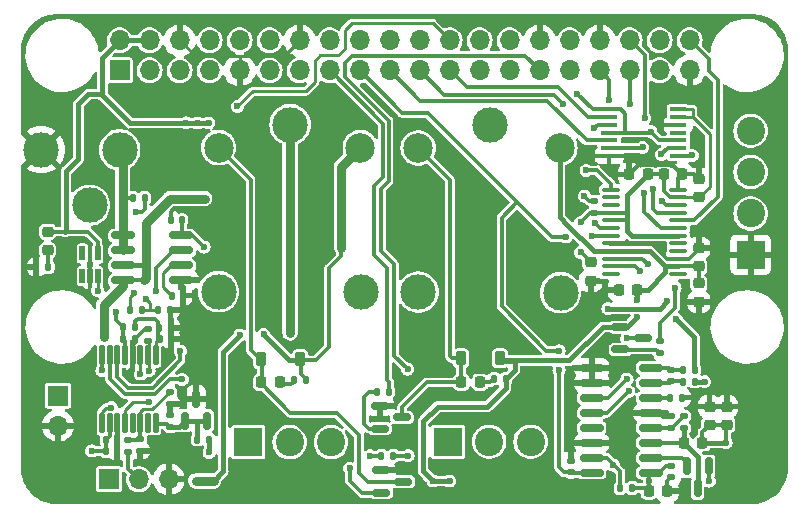
<source format=gbr>
%TF.GenerationSoftware,KiCad,Pcbnew,7.0.9*%
%TF.CreationDate,2023-12-09T17:13:14+02:00*%
%TF.ProjectId,Pi HAT,50692048-4154-42e6-9b69-6361645f7063,0.1.0*%
%TF.SameCoordinates,Original*%
%TF.FileFunction,Copper,L1,Top*%
%TF.FilePolarity,Positive*%
%FSLAX46Y46*%
G04 Gerber Fmt 4.6, Leading zero omitted, Abs format (unit mm)*
G04 Created by KiCad (PCBNEW 7.0.9) date 2023-12-09 17:13:14*
%MOMM*%
%LPD*%
G01*
G04 APERTURE LIST*
G04 Aperture macros list*
%AMRoundRect*
0 Rectangle with rounded corners*
0 $1 Rounding radius*
0 $2 $3 $4 $5 $6 $7 $8 $9 X,Y pos of 4 corners*
0 Add a 4 corners polygon primitive as box body*
4,1,4,$2,$3,$4,$5,$6,$7,$8,$9,$2,$3,0*
0 Add four circle primitives for the rounded corners*
1,1,$1+$1,$2,$3*
1,1,$1+$1,$4,$5*
1,1,$1+$1,$6,$7*
1,1,$1+$1,$8,$9*
0 Add four rect primitives between the rounded corners*
20,1,$1+$1,$2,$3,$4,$5,0*
20,1,$1+$1,$4,$5,$6,$7,0*
20,1,$1+$1,$6,$7,$8,$9,0*
20,1,$1+$1,$8,$9,$2,$3,0*%
G04 Aperture macros list end*
%TA.AperFunction,ComponentPad*%
%ADD10R,2.400000X2.400000*%
%TD*%
%TA.AperFunction,ComponentPad*%
%ADD11C,2.400000*%
%TD*%
%TA.AperFunction,SMDPad,CuDef*%
%ADD12RoundRect,0.218750X-0.218750X-0.256250X0.218750X-0.256250X0.218750X0.256250X-0.218750X0.256250X0*%
%TD*%
%TA.AperFunction,ComponentPad*%
%ADD13R,1.700000X1.700000*%
%TD*%
%TA.AperFunction,ComponentPad*%
%ADD14O,1.700000X1.700000*%
%TD*%
%TA.AperFunction,SMDPad,CuDef*%
%ADD15RoundRect,0.135000X-0.185000X0.135000X-0.185000X-0.135000X0.185000X-0.135000X0.185000X0.135000X0*%
%TD*%
%TA.AperFunction,SMDPad,CuDef*%
%ADD16RoundRect,0.225000X-0.250000X0.225000X-0.250000X-0.225000X0.250000X-0.225000X0.250000X0.225000X0*%
%TD*%
%TA.AperFunction,SMDPad,CuDef*%
%ADD17RoundRect,0.225000X0.250000X-0.225000X0.250000X0.225000X-0.250000X0.225000X-0.250000X-0.225000X0*%
%TD*%
%TA.AperFunction,SMDPad,CuDef*%
%ADD18RoundRect,0.100000X-0.637500X-0.100000X0.637500X-0.100000X0.637500X0.100000X-0.637500X0.100000X0*%
%TD*%
%TA.AperFunction,SMDPad,CuDef*%
%ADD19RoundRect,0.135000X0.185000X-0.135000X0.185000X0.135000X-0.185000X0.135000X-0.185000X-0.135000X0*%
%TD*%
%TA.AperFunction,SMDPad,CuDef*%
%ADD20RoundRect,0.225000X-0.225000X-0.250000X0.225000X-0.250000X0.225000X0.250000X-0.225000X0.250000X0*%
%TD*%
%TA.AperFunction,SMDPad,CuDef*%
%ADD21RoundRect,0.020500X0.184500X-0.764500X0.184500X0.764500X-0.184500X0.764500X-0.184500X-0.764500X0*%
%TD*%
%TA.AperFunction,SMDPad,CuDef*%
%ADD22RoundRect,0.140000X-0.170000X0.140000X-0.170000X-0.140000X0.170000X-0.140000X0.170000X0.140000X0*%
%TD*%
%TA.AperFunction,ComponentPad*%
%ADD23C,3.000000*%
%TD*%
%TA.AperFunction,ComponentPad*%
%ADD24C,2.500000*%
%TD*%
%TA.AperFunction,SMDPad,CuDef*%
%ADD25RoundRect,0.135000X0.135000X0.185000X-0.135000X0.185000X-0.135000X-0.185000X0.135000X-0.185000X0*%
%TD*%
%TA.AperFunction,SMDPad,CuDef*%
%ADD26RoundRect,0.150000X-0.150000X0.587500X-0.150000X-0.587500X0.150000X-0.587500X0.150000X0.587500X0*%
%TD*%
%TA.AperFunction,SMDPad,CuDef*%
%ADD27RoundRect,0.225000X0.225000X0.375000X-0.225000X0.375000X-0.225000X-0.375000X0.225000X-0.375000X0*%
%TD*%
%TA.AperFunction,SMDPad,CuDef*%
%ADD28RoundRect,0.135000X-0.135000X-0.185000X0.135000X-0.185000X0.135000X0.185000X-0.135000X0.185000X0*%
%TD*%
%TA.AperFunction,SMDPad,CuDef*%
%ADD29RoundRect,0.150000X-0.825000X-0.150000X0.825000X-0.150000X0.825000X0.150000X-0.825000X0.150000X0*%
%TD*%
%TA.AperFunction,SMDPad,CuDef*%
%ADD30RoundRect,0.150000X-0.587500X-0.150000X0.587500X-0.150000X0.587500X0.150000X-0.587500X0.150000X0*%
%TD*%
%TA.AperFunction,SMDPad,CuDef*%
%ADD31RoundRect,0.218750X0.256250X-0.218750X0.256250X0.218750X-0.256250X0.218750X-0.256250X-0.218750X0*%
%TD*%
%TA.AperFunction,SMDPad,CuDef*%
%ADD32RoundRect,0.150000X0.850000X0.150000X-0.850000X0.150000X-0.850000X-0.150000X0.850000X-0.150000X0*%
%TD*%
%TA.AperFunction,SMDPad,CuDef*%
%ADD33RoundRect,0.140000X-0.140000X-0.170000X0.140000X-0.170000X0.140000X0.170000X-0.140000X0.170000X0*%
%TD*%
%TA.AperFunction,SMDPad,CuDef*%
%ADD34RoundRect,0.150000X0.150000X-0.587500X0.150000X0.587500X-0.150000X0.587500X-0.150000X-0.587500X0*%
%TD*%
%TA.AperFunction,SMDPad,CuDef*%
%ADD35RoundRect,0.140000X0.170000X-0.140000X0.170000X0.140000X-0.170000X0.140000X-0.170000X-0.140000X0*%
%TD*%
%TA.AperFunction,SMDPad,CuDef*%
%ADD36RoundRect,0.218750X0.218750X0.256250X-0.218750X0.256250X-0.218750X-0.256250X0.218750X-0.256250X0*%
%TD*%
%TA.AperFunction,SMDPad,CuDef*%
%ADD37RoundRect,0.140000X0.140000X0.170000X-0.140000X0.170000X-0.140000X-0.170000X0.140000X-0.170000X0*%
%TD*%
%TA.AperFunction,SMDPad,CuDef*%
%ADD38R,1.473200X0.355600*%
%TD*%
%TA.AperFunction,SMDPad,CuDef*%
%ADD39RoundRect,0.225000X0.225000X0.250000X-0.225000X0.250000X-0.225000X-0.250000X0.225000X-0.250000X0*%
%TD*%
%TA.AperFunction,SMDPad,CuDef*%
%ADD40RoundRect,0.020000X0.180000X-0.575000X0.180000X0.575000X-0.180000X0.575000X-0.180000X-0.575000X0*%
%TD*%
%TA.AperFunction,ViaPad*%
%ADD41C,0.600000*%
%TD*%
%TA.AperFunction,ViaPad*%
%ADD42C,0.700000*%
%TD*%
%TA.AperFunction,Conductor*%
%ADD43C,0.300000*%
%TD*%
%TA.AperFunction,Conductor*%
%ADD44C,0.250000*%
%TD*%
%TA.AperFunction,Conductor*%
%ADD45C,0.800000*%
%TD*%
%TA.AperFunction,Conductor*%
%ADD46C,0.400000*%
%TD*%
G04 APERTURE END LIST*
D10*
%TO.P,J1,1,Pin_1*%
%TO.N,GND*%
X179324000Y-111450000D03*
D11*
%TO.P,J1,2,Pin_2*%
%TO.N,/S-*%
X179324000Y-107950000D03*
%TO.P,J1,3,Pin_3*%
%TO.N,/S+*%
X179324000Y-104450000D03*
%TO.P,J1,4,Pin_4*%
%TO.N,/LOAD_CELL_EXC*%
X179324000Y-100950000D03*
%TD*%
D12*
%TO.P,D4,1,K*%
%TO.N,Net-(D1-A)*%
X154842500Y-122242000D03*
%TO.P,D4,2,A*%
%TO.N,Net-(D4-A)*%
X156417500Y-122242000D03*
%TD*%
D13*
%TO.P,J9,1,Pin_1*%
%TO.N,Net-(J9-Pin_1)*%
X124985000Y-130460000D03*
D14*
%TO.P,J9,2,Pin_2*%
%TO.N,/Power Monitor/IN0*%
X127525000Y-130460000D03*
%TO.P,J9,3,Pin_3*%
%TO.N,GND*%
X130065000Y-130460000D03*
%TD*%
D15*
%TO.P,R2,1*%
%TO.N,Net-(JP8-A)*%
X166050000Y-106880000D03*
%TO.P,R2,2*%
%TO.N,+3.3V*%
X166050000Y-107900000D03*
%TD*%
D16*
%TO.P,C17,1*%
%TO.N,GND*%
X174950000Y-105050000D03*
%TO.P,C17,2*%
%TO.N,+3.3V*%
X174950000Y-106600000D03*
%TD*%
D17*
%TO.P,C2,1*%
%TO.N,GND*%
X174950000Y-115425000D03*
%TO.P,C2,2*%
%TO.N,+5V*%
X174950000Y-113875000D03*
%TD*%
D18*
%TO.P,IC1,1,SCLK*%
%TO.N,/Instumentaional Amp/SPI_SCL_BUFF*%
X167487500Y-105939000D03*
%TO.P,IC1,2,MCLKIN*%
%TO.N,unconnected-(IC1-MCLKIN-Pad2)*%
X167487500Y-106589000D03*
%TO.P,IC1,3,MCLKOUT*%
%TO.N,unconnected-(IC1-MCLKOUT-Pad3)*%
X167487500Y-107239000D03*
%TO.P,IC1,4,POL*%
%TO.N,+3.3V*%
X167487500Y-107889000D03*
%TO.P,IC1,5,~{SYNC}*%
X167487500Y-108539000D03*
%TO.P,IC1,6,~{RESET}*%
%TO.N,/GPIO13*%
X167487500Y-109189000D03*
%TO.P,IC1,7,VBIAS*%
%TO.N,Net-(IC1-VBIAS)*%
X167487500Y-109839000D03*
%TO.P,IC1,8,AGND*%
%TO.N,GND*%
X167487500Y-110489000D03*
%TO.P,IC1,9,AVDD*%
%TO.N,+5V*%
X167487500Y-111139000D03*
%TO.P,IC1,10,AIN1+*%
%TO.N,/AIN1+*%
X167487500Y-111789000D03*
%TO.P,IC1,11,AIN1-*%
%TO.N,/AIN1-*%
X167487500Y-112439000D03*
%TO.P,IC1,12,AIN2+/D1*%
%TO.N,unconnected-(IC1-AIN2+{slash}D1-Pad12)*%
X167487500Y-113089000D03*
%TO.P,IC1,13,AIN2-/D0*%
%TO.N,unconnected-(IC1-AIN2-{slash}D0-Pad13)*%
X173212500Y-113089000D03*
%TO.P,IC1,14,REFIN+*%
%TO.N,+5V*%
X173212500Y-112439000D03*
%TO.P,IC1,15,REFIN-*%
%TO.N,GND*%
X173212500Y-111789000D03*
%TO.P,IC1,16,ACX*%
%TO.N,unconnected-(IC1-ACX-Pad16)*%
X173212500Y-111139000D03*
%TO.P,IC1,17,~{ACX}*%
%TO.N,unconnected-(IC1-~{ACX}-Pad17)*%
X173212500Y-110489000D03*
%TO.P,IC1,18,~{STANDBY}*%
%TO.N,+3.3V*%
X173212500Y-109839000D03*
%TO.P,IC1,19,~{CS}*%
%TO.N,/GPIO7_SPI_CE1_N*%
X173212500Y-109189000D03*
%TO.P,IC1,20,~{RDY}*%
%TO.N,/GPIO21_SPI_SCLK*%
X173212500Y-108539000D03*
%TO.P,IC1,21,DOUT*%
%TO.N,/Instumentaional Amp/SPI_MISO_BUFF*%
X173212500Y-107889000D03*
%TO.P,IC1,22,DIN*%
%TO.N,/Instumentaional Amp/SPI_MOSI_BUFF*%
X173212500Y-107239000D03*
%TO.P,IC1,23,DVDD*%
%TO.N,+3.3V*%
X173212500Y-106589000D03*
%TO.P,IC1,24,DGND*%
%TO.N,GND*%
X173212500Y-105939000D03*
%TD*%
D19*
%TO.P,R1,1*%
%TO.N,Net-(Q1-B)*%
X171675000Y-119800000D03*
%TO.P,R1,2*%
%TO.N,/GPIO26*%
X171675000Y-118780000D03*
%TD*%
D20*
%TO.P,C15,1*%
%TO.N,GND*%
X168175000Y-114400000D03*
%TO.P,C15,2*%
%TO.N,+5V*%
X169725000Y-114400000D03*
%TD*%
D21*
%TO.P,U5,1,~{CS}*%
%TO.N,/GPIO8_SPI_CE0_N*%
X124404800Y-125706400D03*
%TO.P,U5,2,VA*%
%TO.N,+5V*%
X125054800Y-125706400D03*
%TO.P,U5,3,AGND*%
%TO.N,GND*%
X125704800Y-125706400D03*
%TO.P,U5,4,IN0*%
%TO.N,/Power Monitor/ADC0*%
X126354800Y-125706400D03*
%TO.P,U5,5,IN1*%
%TO.N,/Power Monitor/ADC1*%
X127004800Y-125706400D03*
%TO.P,U5,6,IN2*%
%TO.N,/Power Monitor/ADC2*%
X127654800Y-125706400D03*
%TO.P,U5,7,IN3*%
%TO.N,/Power Monitor/ADC3*%
X128304800Y-125706400D03*
%TO.P,U5,8,IN4*%
%TO.N,/Power Monitor/ADC4*%
X128954800Y-125706400D03*
%TO.P,U5,9,IN5*%
%TO.N,/Power Monitor/ADC5*%
X128954800Y-119966400D03*
%TO.P,U5,10,IN6*%
%TO.N,/Power Monitor/ADC6*%
X128304800Y-119966400D03*
%TO.P,U5,11,IN7*%
%TO.N,/Power Monitor/ADC7*%
X127654800Y-119966400D03*
%TO.P,U5,12,DGND*%
%TO.N,GND*%
X127004800Y-119966400D03*
%TO.P,U5,13,VD*%
%TO.N,+3.3V*%
X126354800Y-119966400D03*
%TO.P,U5,14,DIN*%
%TO.N,/GPIO10_SPI_MOSI*%
X125704800Y-119966400D03*
%TO.P,U5,15,DOUT*%
%TO.N,/GPIO9_SPI_MISO*%
X125054800Y-119966400D03*
%TO.P,U5,16,SCLK*%
%TO.N,/GPIO11_SPI_SCLK*%
X124404800Y-119966400D03*
%TD*%
D22*
%TO.P,C20,1*%
%TO.N,Net-(U6-INA+)*%
X172600000Y-121165000D03*
%TO.P,C20,2*%
%TO.N,Net-(U6-INA-)*%
X172600000Y-122125000D03*
%TD*%
D23*
%TO.P,K1,1*%
%TO.N,/Relays/COM2*%
X140332000Y-100424605D03*
D24*
%TO.P,K1,2*%
%TO.N,Net-(D2-A)*%
X134282000Y-102374605D03*
D23*
%TO.P,K1,3*%
%TO.N,/Relays/NO2*%
X134282000Y-114574605D03*
%TO.P,K1,4*%
%TO.N,/Relays/NC2*%
X146332000Y-114624605D03*
D24*
%TO.P,K1,5*%
%TO.N,+5V*%
X146282000Y-102374605D03*
%TD*%
D20*
%TO.P,C3,1*%
%TO.N,GND*%
X169050000Y-104650000D03*
%TO.P,C3,2*%
%TO.N,+3.3V*%
X170600000Y-104650000D03*
%TD*%
D25*
%TO.P,R9,1*%
%TO.N,Net-(D3-K)*%
X119880000Y-112480000D03*
%TO.P,R9,2*%
%TO.N,GND*%
X118860000Y-112480000D03*
%TD*%
D26*
%TO.P,Q4,1,E*%
%TO.N,+5V*%
X175800000Y-129350000D03*
%TO.P,Q4,2,B*%
%TO.N,Net-(Q4-B)*%
X173900000Y-129350000D03*
%TO.P,Q4,3,C*%
%TO.N,Net-(Q4-C)*%
X174850000Y-131225000D03*
%TD*%
D27*
%TO.P,D1,1,K*%
%TO.N,+5V*%
X158110000Y-120210000D03*
%TO.P,D1,2,A*%
%TO.N,Net-(D1-A)*%
X154810000Y-120210000D03*
%TD*%
%TO.P,D2,1,K*%
%TO.N,+5V*%
X141189000Y-120308000D03*
%TO.P,D2,2,A*%
%TO.N,Net-(D2-A)*%
X137889000Y-120308000D03*
%TD*%
D22*
%TO.P,C7,1*%
%TO.N,/Power Monitor/ADC2*%
X127635000Y-127078800D03*
%TO.P,C7,2*%
%TO.N,GND*%
X127635000Y-128038800D03*
%TD*%
D15*
%TO.P,R11,1*%
%TO.N,/Power Monitor/ADC2*%
X130175000Y-123061000D03*
%TO.P,R11,2*%
%TO.N,GND*%
X130175000Y-124081000D03*
%TD*%
D28*
%TO.P,R14,1*%
%TO.N,+3.3V*%
X126185200Y-117551200D03*
%TO.P,R14,2*%
%TO.N,/Power Monitor/ADC5*%
X127205200Y-117551200D03*
%TD*%
D29*
%TO.P,U4,1,IP+*%
%TO.N,+BATT*%
X126176000Y-109804200D03*
%TO.P,U4,2,IP+*%
X126176000Y-111074200D03*
%TO.P,U4,3,IP-*%
%TO.N,/Power Monitor/Batt_Sensed*%
X126176000Y-112344200D03*
%TO.P,U4,4,IP-*%
X126176000Y-113614200D03*
%TO.P,U4,5,GND*%
%TO.N,GND*%
X131126000Y-113614200D03*
%TO.P,U4,6,FILTER*%
%TO.N,Net-(U4-FILTER)*%
X131126000Y-112344200D03*
%TO.P,U4,7,VIOUT*%
%TO.N,/Power Monitor/ADC0*%
X131126000Y-111074200D03*
%TO.P,U4,8,VCC*%
%TO.N,+5V*%
X131126000Y-109804200D03*
%TD*%
D30*
%TO.P,Q3,1,E*%
%TO.N,GND*%
X148035800Y-129707600D03*
%TO.P,Q3,2,B*%
%TO.N,Net-(Q3-B)*%
X148035800Y-131607600D03*
%TO.P,Q3,3,C*%
%TO.N,Net-(D2-A)*%
X149910800Y-130657600D03*
%TD*%
D28*
%TO.P,R5,1*%
%TO.N,+BATT*%
X127010000Y-106650000D03*
%TO.P,R5,2*%
%TO.N,Net-(JP6-A)*%
X128030000Y-106650000D03*
%TD*%
D31*
%TO.P,D3,1,K*%
%TO.N,Net-(D3-K)*%
X119800000Y-111067500D03*
%TO.P,D3,2,A*%
%TO.N,+5V*%
X119800000Y-109492500D03*
%TD*%
D23*
%TO.P,K2,1*%
%TO.N,/Relays/COM1*%
X157232000Y-100457000D03*
D24*
%TO.P,K2,2*%
%TO.N,Net-(D1-A)*%
X151182000Y-102407000D03*
D23*
%TO.P,K2,3*%
%TO.N,/Relays/NO1*%
X151182000Y-114607000D03*
%TO.P,K2,4*%
%TO.N,/Relays/NC1*%
X163232000Y-114657000D03*
D24*
%TO.P,K2,5*%
%TO.N,+5V*%
X163182000Y-102407000D03*
%TD*%
D32*
%TO.P,U6,1,VSUP*%
%TO.N,+5V*%
X170875000Y-129910000D03*
%TO.P,U6,2,BASE*%
%TO.N,Net-(Q4-B)*%
X170875000Y-128640000D03*
%TO.P,U6,3,AVDD*%
%TO.N,Net-(Q4-C)*%
X170875000Y-127370000D03*
%TO.P,U6,4,VFB*%
%TO.N,Net-(U6-VFB)*%
X170875000Y-126100000D03*
%TO.P,U6,5,AGND*%
%TO.N,GND*%
X170875000Y-124830000D03*
%TO.P,U6,6,VBG*%
%TO.N,Net-(U6-VBG)*%
X170875000Y-123560000D03*
%TO.P,U6,7,INA-*%
%TO.N,Net-(U6-INA-)*%
X170875000Y-122290000D03*
%TO.P,U6,8,INA+*%
%TO.N,Net-(U6-INA+)*%
X170875000Y-121020000D03*
%TO.P,U6,9,INB-*%
%TO.N,GND*%
X165875000Y-121020000D03*
%TO.P,U6,10,INB+*%
X165875000Y-122290000D03*
%TO.P,U6,11,PD_SCK*%
%TO.N,/GPIO19_SPI_MISO*%
X165875000Y-123560000D03*
%TO.P,U6,12,DOUT*%
%TO.N,/GPIO16*%
X165875000Y-124830000D03*
%TO.P,U6,13,XO*%
%TO.N,unconnected-(U6-XO-Pad13)*%
X165875000Y-126100000D03*
%TO.P,U6,14,XI*%
%TO.N,GND*%
X165875000Y-127370000D03*
%TO.P,U6,15,RATE*%
%TO.N,Net-(JP10-B)*%
X165875000Y-128640000D03*
%TO.P,U6,16,DVDD*%
%TO.N,+3.3V*%
X165875000Y-129910000D03*
%TD*%
D13*
%TO.P,J11,1,Pin_1*%
%TO.N,/Power Monitor/Batt_Sensed*%
X120700000Y-123375000D03*
D14*
%TO.P,J11,2,Pin_2*%
%TO.N,GND*%
X120700000Y-125915000D03*
%TD*%
D28*
%TO.P,R22,1*%
%TO.N,Net-(JP10-B)*%
X168290000Y-131200000D03*
%TO.P,R22,2*%
%TO.N,+5V*%
X169310000Y-131200000D03*
%TD*%
D33*
%TO.P,C9,1*%
%TO.N,/Power Monitor/ADC5*%
X129285400Y-118609800D03*
%TO.P,C9,2*%
%TO.N,GND*%
X130245400Y-118609800D03*
%TD*%
%TO.P,C10,1*%
%TO.N,Net-(U4-FILTER)*%
X130320000Y-114900000D03*
%TO.P,C10,2*%
%TO.N,GND*%
X131280000Y-114900000D03*
%TD*%
%TO.P,C13,1*%
%TO.N,+3.3V*%
X126215200Y-118618000D03*
%TO.P,C13,2*%
%TO.N,GND*%
X127175200Y-118618000D03*
%TD*%
D28*
%TO.P,R3,1*%
%TO.N,Net-(Q2-B)*%
X147700000Y-123037600D03*
%TO.P,R3,2*%
%TO.N,/GPIO22_GEN3*%
X148720000Y-123037600D03*
%TD*%
D10*
%TO.P,J5,1,Pin_1*%
%TO.N,/Relays/NO1*%
X153700000Y-127275000D03*
D11*
%TO.P,J5,2,Pin_2*%
%TO.N,/Relays/COM1*%
X157200000Y-127275000D03*
%TO.P,J5,3,Pin_3*%
%TO.N,/Relays/NC1*%
X160700000Y-127275000D03*
%TD*%
D25*
%TO.P,R8,1*%
%TO.N,Net-(JP5-B)*%
X133504400Y-127101600D03*
%TO.P,R8,2*%
%TO.N,/Power Monitor/ADC4*%
X132484400Y-127101600D03*
%TD*%
D28*
%TO.P,R6,1*%
%TO.N,Net-(JP6-A)*%
X126790000Y-116100000D03*
%TO.P,R6,2*%
%TO.N,/Power Monitor/ADC6*%
X127810000Y-116100000D03*
%TD*%
D19*
%TO.P,R18,1*%
%TO.N,Net-(Q4-C)*%
X173700000Y-126110000D03*
%TO.P,R18,2*%
%TO.N,Net-(U6-VFB)*%
X173700000Y-125090000D03*
%TD*%
D10*
%TO.P,J6,1,Pin_1*%
%TO.N,/Relays/NO2*%
X136800000Y-127315000D03*
D11*
%TO.P,J6,2,Pin_2*%
%TO.N,/Relays/COM2*%
X140300000Y-127315000D03*
%TO.P,J6,3,Pin_3*%
%TO.N,/Relays/NC2*%
X143800000Y-127315000D03*
%TD*%
D34*
%TO.P,U2,1,REF*%
%TO.N,/Power Monitor/ADC4*%
X131434800Y-125499100D03*
%TO.P,U2,2,K*%
X133334800Y-125499100D03*
%TO.P,U2,3,A*%
%TO.N,GND*%
X132384800Y-123624100D03*
%TD*%
D28*
%TO.P,R7,1*%
%TO.N,/Power Monitor/ADC6*%
X129190000Y-116100000D03*
%TO.P,R7,2*%
%TO.N,GND*%
X130210000Y-116100000D03*
%TD*%
D15*
%TO.P,R19,1*%
%TO.N,GND*%
X172605000Y-125075000D03*
%TO.P,R19,2*%
%TO.N,Net-(U6-VFB)*%
X172605000Y-126095000D03*
%TD*%
D20*
%TO.P,C22,1*%
%TO.N,+5V*%
X170730000Y-131450000D03*
%TO.P,C22,2*%
%TO.N,GND*%
X172280000Y-131450000D03*
%TD*%
D35*
%TO.P,C21,1*%
%TO.N,+3.3V*%
X164105000Y-129865000D03*
%TO.P,C21,2*%
%TO.N,GND*%
X164105000Y-128905000D03*
%TD*%
%TO.P,C4,1*%
%TO.N,/Power Monitor/ADC6*%
X128270000Y-118717000D03*
%TO.P,C4,2*%
%TO.N,GND*%
X128270000Y-117757000D03*
%TD*%
D36*
%TO.P,L1,1*%
%TO.N,/EXC+*%
X175237500Y-127375000D03*
%TO.P,L1,2*%
%TO.N,Net-(Q4-C)*%
X173662500Y-127375000D03*
%TD*%
D28*
%TO.P,R17,1*%
%TO.N,Net-(D5-A)*%
X140680000Y-122040000D03*
%TO.P,R17,2*%
%TO.N,+5V*%
X141700000Y-122040000D03*
%TD*%
%TO.P,R15,1*%
%TO.N,/Power Monitor/ADC5*%
X129230000Y-117620000D03*
%TO.P,R15,2*%
%TO.N,GND*%
X130250000Y-117620000D03*
%TD*%
D25*
%TO.P,R21,1*%
%TO.N,/INA-*%
X174585000Y-122200000D03*
%TO.P,R21,2*%
%TO.N,Net-(U6-INA-)*%
X173565000Y-122200000D03*
%TD*%
D12*
%TO.P,D5,1,K*%
%TO.N,Net-(D2-A)*%
X137908500Y-122262000D03*
%TO.P,D5,2,A*%
%TO.N,Net-(D5-A)*%
X139483500Y-122262000D03*
%TD*%
D17*
%TO.P,C23,1*%
%TO.N,/EXC+*%
X175850000Y-125850000D03*
%TO.P,C23,2*%
%TO.N,GND*%
X175850000Y-124300000D03*
%TD*%
D37*
%TO.P,C6,1*%
%TO.N,+5V*%
X131180000Y-108508800D03*
%TO.P,C6,2*%
%TO.N,GND*%
X130220000Y-108508800D03*
%TD*%
D33*
%TO.P,C11,1*%
%TO.N,+5V*%
X124742000Y-127101600D03*
%TO.P,C11,2*%
%TO.N,GND*%
X125702000Y-127101600D03*
%TD*%
D17*
%TO.P,C14,1*%
%TO.N,GND*%
X165800000Y-113652600D03*
%TO.P,C14,2*%
%TO.N,Net-(IC1-VBIAS)*%
X165800000Y-112102600D03*
%TD*%
D30*
%TO.P,Q2,1,E*%
%TO.N,GND*%
X147936200Y-124272000D03*
%TO.P,Q2,2,B*%
%TO.N,Net-(Q2-B)*%
X147936200Y-126172000D03*
%TO.P,Q2,3,C*%
%TO.N,Net-(D1-A)*%
X149811200Y-125222000D03*
%TD*%
D23*
%TO.P,J4,1*%
%TO.N,+BATT*%
X125911000Y-102558000D03*
%TO.P,J4,2*%
%TO.N,GND*%
X119261000Y-102558000D03*
%TO.P,J4,3*%
%TO.N,N/C*%
X123361000Y-107258000D03*
%TD*%
D30*
%TO.P,Q1,1,E*%
%TO.N,+5V*%
X168300000Y-117570000D03*
%TO.P,Q1,2,B*%
%TO.N,Net-(Q1-B)*%
X168300000Y-119470000D03*
%TO.P,Q1,3,C*%
%TO.N,/LOAD_CELL_PWR*%
X170175000Y-118520000D03*
%TD*%
D38*
%TO.P,U1,1,1~{OE}*%
%TO.N,/GPIO7_SPI_CE1_N*%
X167358000Y-99144200D03*
%TO.P,U1,2,1A*%
%TO.N,/GPIO11_SPI_SCLK*%
X167358000Y-99804600D03*
%TO.P,U1,3,1Y*%
%TO.N,/Instumentaional Amp/SPI_SCL_BUFF*%
X167358000Y-100439600D03*
%TO.P,U1,4,2~{OE}*%
%TO.N,/GPIO7_SPI_CE1_N*%
X167358000Y-101100000D03*
%TO.P,U1,5,2A*%
%TO.N,/GPIO10_SPI_MOSI*%
X167358000Y-101760400D03*
%TO.P,U1,6,2Y*%
%TO.N,/Instumentaional Amp/SPI_MOSI_BUFF*%
X167358000Y-102395400D03*
%TO.P,U1,7,GND*%
%TO.N,GND*%
X167358000Y-103055800D03*
%TO.P,U1,8,3Y*%
%TO.N,/GPIO9_SPI_MISO*%
X173200000Y-103055800D03*
%TO.P,U1,9,3A*%
%TO.N,/Instumentaional Amp/SPI_MISO_BUFF*%
X173200000Y-102395400D03*
%TO.P,U1,10,3~{OE}*%
%TO.N,/GPIO7_SPI_CE1_N*%
X173200000Y-101760400D03*
%TO.P,U1,11,4Y*%
%TO.N,unconnected-(U1-4Y-Pad11)*%
X173200000Y-101100000D03*
%TO.P,U1,12,4A*%
%TO.N,GND*%
X173200000Y-100439600D03*
%TO.P,U1,13,4~{OE}*%
%TO.N,+3.3V*%
X173200000Y-99804600D03*
%TO.P,U1,14,VCC*%
X173200000Y-99144200D03*
%TD*%
D39*
%TO.P,C16,1*%
%TO.N,GND*%
X173525000Y-104650000D03*
%TO.P,C16,2*%
%TO.N,+3.3V*%
X171975000Y-104650000D03*
%TD*%
D22*
%TO.P,C24,1*%
%TO.N,+5V*%
X172625000Y-129320000D03*
%TO.P,C24,2*%
%TO.N,GND*%
X172625000Y-130280000D03*
%TD*%
D40*
%TO.P,U3,1,GND1*%
%TO.N,unconnected-(U3-GND1-Pad1)*%
X122750000Y-113260000D03*
%TO.P,U3,2,VSS*%
%TO.N,GND*%
X123400000Y-113260000D03*
%TO.P,U3,3,OUT*%
%TO.N,/Power Monitor/ADC7*%
X124050000Y-113260000D03*
%TO.P,U3,4,VCC*%
%TO.N,+5V*%
X124050000Y-111340000D03*
%TO.P,U3,5,GND2*%
%TO.N,unconnected-(U3-GND2-Pad5)*%
X122750000Y-111340000D03*
%TD*%
D16*
%TO.P,C1,1*%
%TO.N,GND*%
X174950000Y-110875000D03*
%TO.P,C1,2*%
%TO.N,+5V*%
X174950000Y-112425000D03*
%TD*%
D28*
%TO.P,R16,1*%
%TO.N,Net-(D4-A)*%
X157601000Y-121942000D03*
%TO.P,R16,2*%
%TO.N,+5V*%
X158621000Y-121942000D03*
%TD*%
D19*
%TO.P,R10,1*%
%TO.N,/Power Monitor/IN0*%
X126619000Y-128145000D03*
%TO.P,R10,2*%
%TO.N,/Power Monitor/ADC2*%
X126619000Y-127125000D03*
%TD*%
D17*
%TO.P,C18,1*%
%TO.N,/EXC+*%
X177300000Y-125850000D03*
%TO.P,C18,2*%
%TO.N,GND*%
X177300000Y-124300000D03*
%TD*%
D28*
%TO.P,R4,1*%
%TO.N,Net-(Q3-B)*%
X148056900Y-128473200D03*
%TO.P,R4,2*%
%TO.N,/GPIO5*%
X149076900Y-128473200D03*
%TD*%
D33*
%TO.P,C12,1*%
%TO.N,+5V*%
X124740000Y-128080000D03*
%TO.P,C12,2*%
%TO.N,GND*%
X125700000Y-128080000D03*
%TD*%
D25*
%TO.P,R20,1*%
%TO.N,/INA+*%
X174585000Y-121200000D03*
%TO.P,R20,2*%
%TO.N,Net-(U6-INA+)*%
X173565000Y-121200000D03*
%TD*%
D35*
%TO.P,C5,1*%
%TO.N,/Power Monitor/ADC4*%
X130200400Y-126006800D03*
%TO.P,C5,2*%
%TO.N,GND*%
X130200400Y-125046800D03*
%TD*%
D33*
%TO.P,C19,1*%
%TO.N,Net-(U6-VBG)*%
X172525000Y-123535000D03*
%TO.P,C19,2*%
%TO.N,GND*%
X173485000Y-123535000D03*
%TD*%
D13*
%TO.P,J7,1,Pin_1*%
%TO.N,+3.3V*%
X125902000Y-95838000D03*
D14*
%TO.P,J7,2,Pin_2*%
%TO.N,+5V*%
X125902000Y-93298000D03*
%TO.P,J7,3,Pin_3*%
%TO.N,/GPIO2_SDA1*%
X128442000Y-95838000D03*
%TO.P,J7,4,Pin_4*%
%TO.N,+5V*%
X128442000Y-93298000D03*
%TO.P,J7,5,Pin_5*%
%TO.N,/GPIO3_SCL1*%
X130982000Y-95838000D03*
%TO.P,J7,6,Pin_6*%
%TO.N,GND*%
X130982000Y-93298000D03*
%TO.P,J7,7,Pin_7*%
%TO.N,/GPIO4_GPIO_4*%
X133522000Y-95838000D03*
%TO.P,J7,8,Pin_8*%
%TO.N,/GPIO14_TXD0*%
X133522000Y-93298000D03*
%TO.P,J7,9,Pin_9*%
%TO.N,GND*%
X136062000Y-95838000D03*
%TO.P,J7,10,Pin_10*%
%TO.N,/GPIO15_RXD0*%
X136062000Y-93298000D03*
%TO.P,J7,11,Pin_11*%
%TO.N,/GPIO17_GEN0*%
X138602000Y-95838000D03*
%TO.P,J7,12,Pin_12*%
%TO.N,/GPIO18_GEN1*%
X138602000Y-93298000D03*
%TO.P,J7,13,Pin_13*%
%TO.N,/GPIO27_GEN2*%
X141142000Y-95838000D03*
%TO.P,J7,14,Pin_14*%
%TO.N,GND*%
X141142000Y-93298000D03*
%TO.P,J7,15,Pin_15*%
%TO.N,/GPIO22_GEN3*%
X143682000Y-95838000D03*
%TO.P,J7,16,Pin_16*%
%TO.N,/GPIO23_GEN4*%
X143682000Y-93298000D03*
%TO.P,J7,17,Pin_17*%
%TO.N,+3.3V*%
X146222000Y-95838000D03*
%TO.P,J7,18,Pin_18*%
%TO.N,/GPIO24_GEN5*%
X146222000Y-93298000D03*
%TO.P,J7,19,Pin_19*%
%TO.N,/GPIO10_SPI_MOSI*%
X148762000Y-95838000D03*
%TO.P,J7,20,Pin_20*%
%TO.N,GND*%
X148762000Y-93298000D03*
%TO.P,J7,21,Pin_21*%
%TO.N,/GPIO9_SPI_MISO*%
X151302000Y-95838000D03*
%TO.P,J7,22,Pin_22*%
%TO.N,/GPIO25_GEN6*%
X151302000Y-93298000D03*
%TO.P,J7,23,Pin_23*%
%TO.N,/GPIO11_SPI_SCLK*%
X153842000Y-95838000D03*
%TO.P,J7,24,Pin_24*%
%TO.N,/GPIO8_SPI_CE0_N*%
X153842000Y-93298000D03*
%TO.P,J7,25,Pin_25*%
%TO.N,GND*%
X156382000Y-95838000D03*
%TO.P,J7,26,Pin_26*%
%TO.N,/GPIO7_SPI_CE1_N*%
X156382000Y-93298000D03*
%TO.P,J7,27,Pin_27*%
%TO.N,/ID_SD*%
X158922000Y-95838000D03*
%TO.P,J7,28,Pin_28*%
%TO.N,/ID_SC*%
X158922000Y-93298000D03*
%TO.P,J7,29,Pin_29*%
%TO.N,/GPIO5*%
X161462000Y-95838000D03*
%TO.P,J7,30,Pin_30*%
%TO.N,GND*%
X161462000Y-93298000D03*
%TO.P,J7,31,Pin_31*%
%TO.N,/GPIO6*%
X164002000Y-95838000D03*
%TO.P,J7,32,Pin_32*%
%TO.N,/GPIO12*%
X164002000Y-93298000D03*
%TO.P,J7,33,Pin_33*%
%TO.N,/GPIO13*%
X166542000Y-95838000D03*
%TO.P,J7,34,Pin_34*%
%TO.N,GND*%
X166542000Y-93298000D03*
%TO.P,J7,35,Pin_35*%
%TO.N,/GPIO19_SPI_MISO*%
X169082000Y-95838000D03*
%TO.P,J7,36,Pin_36*%
%TO.N,/GPIO16*%
X169082000Y-93298000D03*
%TO.P,J7,37,Pin_37*%
%TO.N,/GPIO26*%
X171622000Y-95838000D03*
%TO.P,J7,38,Pin_38*%
%TO.N,/GPIO20_SPI_MOSI*%
X171622000Y-93298000D03*
%TO.P,J7,39,Pin_39*%
%TO.N,GND*%
X174162000Y-95838000D03*
%TO.P,J7,40,Pin_40*%
%TO.N,/GPIO21_SPI_SCLK*%
X174162000Y-93298000D03*
%TD*%
D41*
%TO.N,+5V*%
X132334000Y-130606800D03*
X175818800Y-130606800D03*
X133050000Y-110800000D03*
X138100000Y-118200000D03*
X133858000Y-130606800D03*
X169750000Y-115300500D03*
X170738800Y-130606800D03*
X136100000Y-118250000D03*
X144660000Y-110860000D03*
X123550000Y-128060000D03*
X132500000Y-100290000D03*
X131530000Y-100280000D03*
X153850000Y-130600000D03*
X133450000Y-100280000D03*
X169750000Y-116699500D03*
X152450000Y-130600000D03*
%TO.N,GND*%
X181508400Y-127382401D03*
X180340000Y-128284800D03*
X181508400Y-128284800D03*
X141122400Y-131724400D03*
X119226000Y-113487200D03*
X124360000Y-104240000D03*
X124360000Y-100920000D03*
D42*
X119989600Y-99850000D03*
D41*
X143300000Y-99600000D03*
X144600000Y-99600000D03*
X134831200Y-131724400D03*
X164050000Y-117300000D03*
X125700000Y-128970000D03*
D42*
X119012000Y-130536800D03*
D41*
X155700000Y-112750000D03*
X180340000Y-123838400D03*
X137527600Y-131724400D03*
X180340000Y-122936000D03*
X176900000Y-108550000D03*
X181508400Y-129227200D03*
D42*
X119989600Y-105250000D03*
D41*
X180340000Y-126530799D03*
X165250000Y-102550000D03*
X165150000Y-117300000D03*
X126659266Y-121815734D03*
X164050000Y-124650000D03*
X180340000Y-129227200D03*
X164050000Y-122250000D03*
X136676000Y-131724400D03*
X181508400Y-124780801D03*
X180340000Y-124780801D03*
X181508400Y-126530799D03*
X155700000Y-114750000D03*
X136030000Y-116128800D03*
D42*
X118600000Y-105250000D03*
X118500000Y-99850000D03*
D41*
X176150000Y-109250000D03*
X164050000Y-125850000D03*
X164250000Y-105150000D03*
D42*
X119012000Y-129336800D03*
D41*
X164050000Y-123450000D03*
D42*
X121412000Y-130536800D03*
D41*
X123400000Y-112300000D03*
D42*
X120212000Y-130536800D03*
D41*
X136030000Y-117050000D03*
X139277600Y-131724400D03*
D42*
X120212000Y-129336800D03*
D41*
X130000000Y-120150000D03*
X138430000Y-131724400D03*
X155700000Y-106750000D03*
X180340000Y-125628400D03*
X181508400Y-125628400D03*
X118262400Y-113487200D03*
X181508400Y-123838400D03*
X140220000Y-131724400D03*
X164050000Y-127050000D03*
X181508400Y-122936000D03*
X135773600Y-131724400D03*
X119226000Y-114371200D03*
X176850000Y-112200000D03*
X118262400Y-114371200D03*
X155700000Y-110750000D03*
D42*
X121412000Y-129336800D03*
D41*
X124200000Y-92000000D03*
X180340000Y-127382401D03*
%TO.N,/GPIO5*%
X150290000Y-121130000D03*
X150330000Y-128460000D03*
%TO.N,/GPIO26*%
X172925000Y-114250000D03*
%TO.N,+3.3V*%
X163704209Y-109934874D03*
X163100000Y-119585500D03*
X164950000Y-108700000D03*
X163100000Y-121200000D03*
X125580000Y-116290000D03*
%TO.N,Net-(IC1-VBIAS)*%
X164947600Y-111252000D03*
X165862000Y-109829600D03*
%TO.N,/Instumentaional Amp/SPI_SCL_BUFF*%
X166100000Y-100736400D03*
X165404800Y-104292400D03*
%TO.N,/EXC+*%
X177250000Y-127350000D03*
%TO.N,/LOAD_CELL_PWR*%
X168825500Y-118520000D03*
%TO.N,/Relays/COM2*%
X140332000Y-107700000D03*
X140332000Y-115748000D03*
X140332000Y-109750000D03*
X140332000Y-108830000D03*
X140332000Y-116938000D03*
X140332000Y-118068000D03*
%TO.N,/AIN1+*%
X170600000Y-112250000D03*
%TO.N,/AIN1-*%
X169925000Y-112825000D03*
%TO.N,/Power Monitor/ADC0*%
X128400000Y-123924500D03*
X129010000Y-114490000D03*
%TO.N,/Power Monitor/ADC7*%
X127660000Y-121575500D03*
X124050000Y-114480000D03*
%TO.N,/Power Monitor/ADC6*%
X128150000Y-115160000D03*
X128400511Y-121270000D03*
%TO.N,/GPIO10_SPI_MOSI*%
X131050000Y-119600000D03*
%TO.N,/GPIO9_SPI_MISO*%
X131200000Y-122000000D03*
X163450000Y-98650000D03*
X174381500Y-103022400D03*
%TO.N,/GPIO11_SPI_SCLK*%
X124405300Y-121230000D03*
%TO.N,/GPIO8_SPI_CE0_N*%
X135880000Y-98890000D03*
X125200000Y-124400000D03*
%TO.N,/GPIO7_SPI_CE1_N*%
X170326511Y-106228689D03*
X170891200Y-101041200D03*
X164625000Y-97800000D03*
%TO.N,/GPIO13*%
X166166800Y-108762800D03*
X167375000Y-98337900D03*
%TO.N,/GPIO19_SPI_MISO*%
X168850000Y-121975000D03*
X169082000Y-98653600D03*
%TO.N,/Instumentaional Amp/SPI_MOSI_BUFF*%
X171856400Y-106934000D03*
X170180000Y-102362000D03*
%TO.N,/Instumentaional Amp/SPI_MISO_BUFF*%
X171780200Y-102946200D03*
X171094400Y-105867200D03*
%TO.N,/LOAD_CELL_EXC*%
X172275500Y-115350000D03*
X167250000Y-116000000D03*
%TO.N,/GPIO16*%
X170350000Y-99900000D03*
X169000000Y-123025000D03*
%TO.N,Net-(JP5-B)*%
X133480000Y-128180000D03*
%TO.N,/Power Monitor/Batt_Sensed*%
X124560000Y-118440000D03*
X133100000Y-106700000D03*
X124560000Y-117510000D03*
X124560000Y-116510000D03*
X132000000Y-106700000D03*
%TO.N,Net-(JP6-A)*%
X127145000Y-114685000D03*
X127260000Y-107820000D03*
%TO.N,Net-(JP8-A)*%
X165252400Y-106476800D03*
%TO.N,/INA+*%
X173025000Y-116900000D03*
%TO.N,Net-(JP10-B)*%
X167700000Y-129250000D03*
%TO.N,/INA-*%
X175425000Y-122200000D03*
%TO.N,Net-(Q3-B)*%
X147116800Y-128470000D03*
X145389600Y-129540000D03*
%TD*%
D43*
%TO.N,/Instumentaional Amp/SPI_MOSI_BUFF*%
X170146600Y-102395400D02*
X167358000Y-102395400D01*
X170180000Y-102362000D02*
X170146600Y-102395400D01*
%TO.N,Net-(Q3-B)*%
X146390400Y-131607600D02*
X148035800Y-131607600D01*
X145389600Y-130606800D02*
X146390400Y-131607600D01*
X145389600Y-129540000D02*
X145389600Y-130606800D01*
D44*
%TO.N,/GPIO8_SPI_CE0_N*%
X152394000Y-91850000D02*
X153842000Y-93298000D01*
X145550000Y-91850000D02*
X152394000Y-91850000D01*
X144960000Y-92440000D02*
X145550000Y-91850000D01*
X144960000Y-94010000D02*
X144960000Y-92440000D01*
X142900000Y-94550000D02*
X144420000Y-94550000D01*
X142440000Y-96860000D02*
X142440000Y-95010000D01*
X137170000Y-97600000D02*
X141700000Y-97600000D01*
X141700000Y-97600000D02*
X142440000Y-96860000D01*
X142440000Y-95010000D02*
X142900000Y-94550000D01*
X135880000Y-98890000D02*
X137170000Y-97600000D01*
X144420000Y-94550000D02*
X144960000Y-94010000D01*
D43*
%TO.N,/GPIO11_SPI_SCLK*%
X155286000Y-97282000D02*
X153842000Y-95838000D01*
X163032000Y-97282000D02*
X155286000Y-97282000D01*
X167358000Y-99804600D02*
X165554600Y-99804600D01*
X165554600Y-99804600D02*
X163032000Y-97282000D01*
%TO.N,/GPIO21_SPI_SCLK*%
X176550000Y-106550000D02*
X176550000Y-96682194D01*
X176550000Y-96682194D02*
X175768000Y-95900194D01*
X175768000Y-94904000D02*
X174162000Y-93298000D01*
X174561000Y-108539000D02*
X176550000Y-106550000D01*
X173212500Y-108539000D02*
X174561000Y-108539000D01*
X175768000Y-95900194D02*
X175768000Y-94904000D01*
%TO.N,/GPIO22_GEN3*%
X148550000Y-122060000D02*
X148550000Y-112580000D01*
X148720000Y-123037600D02*
X148720000Y-122230000D01*
X148720000Y-122230000D02*
X148550000Y-122060000D01*
X148550000Y-112580000D02*
X147430000Y-111460000D01*
X147430000Y-111460000D02*
X147430000Y-105620000D01*
X147430000Y-105620000D02*
X148180000Y-104870000D01*
X148180000Y-100336000D02*
X143682000Y-95838000D01*
X148180000Y-104870000D02*
X148180000Y-100336000D01*
%TO.N,+5V*%
X141734000Y-122049000D02*
X141734000Y-122128000D01*
X141223000Y-121538000D02*
X141734000Y-122049000D01*
X141223000Y-120396000D02*
X141223000Y-121538000D01*
%TO.N,Net-(JP6-A)*%
X127765000Y-107820000D02*
X127260000Y-107820000D01*
X128030000Y-106650000D02*
X128030000Y-107555000D01*
X128030000Y-107555000D02*
X127765000Y-107820000D01*
%TO.N,GND*%
X132511800Y-113614200D02*
X131126000Y-113614200D01*
X134239000Y-108689000D02*
X134239000Y-111887000D01*
X134239000Y-111887000D02*
X132511800Y-113614200D01*
X130450000Y-107600000D02*
X133150000Y-107600000D01*
X130220000Y-107830000D02*
X130450000Y-107600000D01*
X130220000Y-108508800D02*
X130220000Y-107830000D01*
X133150000Y-107600000D02*
X134239000Y-108689000D01*
D45*
%TO.N,/Power Monitor/Batt_Sensed*%
X126176000Y-114084000D02*
X126176000Y-113614200D01*
X124560000Y-115700000D02*
X126176000Y-114084000D01*
X124560000Y-118440000D02*
X124560000Y-115700000D01*
D44*
%TO.N,/Power Monitor/ADC2*%
X128686500Y-124549500D02*
X130175000Y-123061000D01*
X127900500Y-124549500D02*
X128686500Y-124549500D01*
X127635000Y-125756200D02*
X127654800Y-125736400D01*
X127654800Y-125736400D02*
X127654800Y-124795200D01*
X127654800Y-124795200D02*
X127900500Y-124549500D01*
D43*
%TO.N,+5V*%
X144660000Y-111540000D02*
X143650000Y-112550000D01*
D46*
X167476100Y-111150400D02*
X167487500Y-111139000D01*
X124450000Y-94750000D02*
X124450000Y-97950000D01*
X166050400Y-111150400D02*
X167476100Y-111150400D01*
D43*
X172180000Y-129320000D02*
X172625000Y-129320000D01*
D45*
X144680000Y-110840000D02*
X144680000Y-103976605D01*
D46*
X158110000Y-120210000D02*
X158300000Y-120400000D01*
X138100000Y-118200000D02*
X138100000Y-118220000D01*
D43*
X131180000Y-108508800D02*
X131180000Y-109750200D01*
D46*
X134610000Y-129854800D02*
X134670800Y-129794000D01*
X123260000Y-97840000D02*
X124410000Y-97840000D01*
X134670800Y-129794000D02*
X134670800Y-119679200D01*
X140276000Y-120396000D02*
X141223000Y-120396000D01*
X158621000Y-122729000D02*
X158621000Y-121942000D01*
X163800000Y-108900000D02*
X163182000Y-108282000D01*
X134610000Y-129854800D02*
X133858000Y-130606800D01*
D45*
X144680000Y-103976605D02*
X146282000Y-102374605D01*
D46*
X133440000Y-100290000D02*
X126790000Y-100290000D01*
D43*
X175800000Y-130588000D02*
X175800000Y-129350000D01*
D46*
X163978400Y-120400000D02*
X166808400Y-117570000D01*
X134670800Y-119679200D02*
X136100000Y-118250000D01*
X168879500Y-117570000D02*
X168300000Y-117570000D01*
D43*
X143650000Y-119250000D02*
X142504000Y-120396000D01*
D46*
X159350000Y-121213000D02*
X159350000Y-120410000D01*
X122420000Y-103330000D02*
X122420000Y-98680000D01*
X152850000Y-124300000D02*
X157050000Y-124300000D01*
X121292500Y-109492500D02*
X121370000Y-109415000D01*
X170789000Y-111139000D02*
X172070400Y-112420400D01*
D43*
X144660000Y-110860000D02*
X144660000Y-111540000D01*
D46*
X167487500Y-111139000D02*
X170789000Y-111139000D01*
X133450000Y-100280000D02*
X133440000Y-100290000D01*
D43*
X173226500Y-112425000D02*
X173212500Y-112439000D01*
D46*
X172070400Y-112929600D02*
X172070400Y-112420400D01*
D43*
X131180000Y-109750200D02*
X131126000Y-109804200D01*
D46*
X158621000Y-121942000D02*
X159350000Y-121213000D01*
X121370000Y-104380000D02*
X122420000Y-103330000D01*
X172070400Y-112420400D02*
X172110400Y-112420400D01*
X158300000Y-120400000D02*
X163978400Y-120400000D01*
D43*
X123570000Y-128080000D02*
X124740000Y-128080000D01*
X170875000Y-129910000D02*
X171590000Y-129910000D01*
X123550000Y-128060000D02*
X123570000Y-128080000D01*
D46*
X159350000Y-120410000D02*
X158110000Y-120410000D01*
D43*
X170480000Y-131200000D02*
X170730000Y-131450000D01*
D46*
X163800000Y-108900000D02*
X166050400Y-111150400D01*
X172110400Y-112439000D02*
X173212500Y-112439000D01*
X121370000Y-109415000D02*
X121370000Y-104380000D01*
X122420000Y-98680000D02*
X123260000Y-97840000D01*
D43*
X123192500Y-109492500D02*
X124050000Y-110350000D01*
D46*
X152450000Y-130600000D02*
X151600000Y-129750000D01*
D43*
X142504000Y-120396000D02*
X141223000Y-120396000D01*
X124050000Y-110350000D02*
X124050000Y-111350000D01*
D46*
X151600000Y-129750000D02*
X151600000Y-125550000D01*
D43*
X133050000Y-110800000D02*
X132054200Y-109804200D01*
D46*
X151600000Y-125550000D02*
X152850000Y-124300000D01*
X126790000Y-100290000D02*
X124450000Y-97950000D01*
D43*
X132054200Y-109804200D02*
X131126000Y-109804200D01*
D46*
X169750000Y-116699500D02*
X168879500Y-117570000D01*
X157050000Y-124300000D02*
X158621000Y-122729000D01*
D43*
X121292500Y-109492500D02*
X123192500Y-109492500D01*
X169310000Y-131200000D02*
X170480000Y-131200000D01*
D45*
X133858000Y-130606800D02*
X132334000Y-130606800D01*
D46*
X153850000Y-130600000D02*
X152450000Y-130600000D01*
X163182000Y-108282000D02*
X163182000Y-102407000D01*
D43*
X174950000Y-113875000D02*
X174950000Y-112425000D01*
X170730000Y-131450000D02*
X170730000Y-130055000D01*
X171590000Y-129910000D02*
X172180000Y-129320000D01*
X175818800Y-130606800D02*
X175800000Y-130588000D01*
X124742000Y-127101600D02*
X125054800Y-126788800D01*
D46*
X166808400Y-117570000D02*
X168300000Y-117570000D01*
X138100000Y-118220000D02*
X140276000Y-120396000D01*
D43*
X143650000Y-112550000D02*
X143650000Y-119250000D01*
D46*
X125902000Y-93298000D02*
X128442000Y-93298000D01*
X125902000Y-93298000D02*
X124450000Y-94750000D01*
D43*
X170730000Y-130055000D02*
X170875000Y-129910000D01*
D46*
X170600000Y-114400000D02*
X172070400Y-112929600D01*
D43*
X124742000Y-128016000D02*
X124742000Y-127101600D01*
X174950000Y-112425000D02*
X173226500Y-112425000D01*
D46*
X169750000Y-114425000D02*
X169725000Y-114400000D01*
D43*
X119800000Y-109492500D02*
X121292500Y-109492500D01*
D46*
X169725000Y-114400000D02*
X170600000Y-114400000D01*
D44*
X158110000Y-120410000D02*
X158110000Y-120210000D01*
D43*
X125054800Y-126788800D02*
X125054800Y-125736400D01*
D46*
X169750000Y-115300500D02*
X169750000Y-114425000D01*
D43*
%TO.N,GND*%
X174550000Y-104650000D02*
X174950000Y-105050000D01*
X128270000Y-117757000D02*
X128036200Y-117757000D01*
X130245400Y-119904600D02*
X130245400Y-118609800D01*
D44*
X139840000Y-94600000D02*
X141142000Y-93298000D01*
X130982000Y-93298000D02*
X132284000Y-94600000D01*
X132284000Y-94600000D02*
X136050000Y-94600000D01*
D43*
X126659266Y-121335084D02*
X127004800Y-120989550D01*
X174950000Y-110925000D02*
X174086000Y-111789000D01*
X169875000Y-103825000D02*
X172700000Y-103825000D01*
X173212500Y-105939000D02*
X173212500Y-104962500D01*
D44*
X136062000Y-94612000D02*
X136050000Y-94600000D01*
X136050000Y-94600000D02*
X139840000Y-94600000D01*
D43*
X125702000Y-125739200D02*
X125704800Y-125736400D01*
X128036200Y-117757000D02*
X127175200Y-118618000D01*
X173212500Y-111789000D02*
X172256818Y-111789000D01*
X125700000Y-128970000D02*
X125700000Y-128080000D01*
X130000000Y-120725000D02*
X130000000Y-120150000D01*
X172700000Y-103825000D02*
X173525000Y-104650000D01*
X126659266Y-121815734D02*
X126659266Y-121335084D01*
X174950000Y-110875000D02*
X174950000Y-110925000D01*
D44*
X130250000Y-116140000D02*
X130210000Y-116100000D01*
D43*
X173212500Y-104962500D02*
X173525000Y-104650000D01*
X174086000Y-111789000D02*
X173212500Y-111789000D01*
X125702000Y-127101600D02*
X125702000Y-125739200D01*
X172280000Y-131450000D02*
X172280000Y-130625000D01*
X169050000Y-104650000D02*
X169875000Y-103825000D01*
D44*
X131280000Y-113768200D02*
X131126000Y-113614200D01*
D43*
X130000000Y-120150000D02*
X130245400Y-119904600D01*
X128500000Y-122225000D02*
X130000000Y-120725000D01*
X126659266Y-121934266D02*
X126950000Y-122225000D01*
D44*
X136062000Y-95838000D02*
X136062000Y-94612000D01*
D43*
X126659266Y-121815734D02*
X126659266Y-121934266D01*
X172256818Y-111789000D02*
X170956818Y-110489000D01*
X173525000Y-104650000D02*
X174550000Y-104650000D01*
X126950000Y-122225000D02*
X128500000Y-122225000D01*
X172280000Y-130625000D02*
X172625000Y-130280000D01*
X123400000Y-113250000D02*
X123400000Y-112300000D01*
X170956818Y-110489000D02*
X167487500Y-110489000D01*
X130151600Y-117678200D02*
X130151600Y-118613400D01*
X127004800Y-120989550D02*
X127004800Y-118788400D01*
%TO.N,/GPIO5*%
X148679520Y-100129093D02*
X144960000Y-96409572D01*
X148020000Y-105870000D02*
X148679520Y-105210480D01*
X149150000Y-112270000D02*
X148020000Y-111140000D01*
X148679520Y-105210480D02*
X148679520Y-100129093D01*
X144960000Y-95210000D02*
X145590000Y-94580000D01*
X149150000Y-119990000D02*
X149150000Y-112270000D01*
X160204000Y-94580000D02*
X161462000Y-95838000D01*
X145590000Y-94580000D02*
X160204000Y-94580000D01*
X144960000Y-96409572D02*
X144960000Y-95210000D01*
X148020000Y-111140000D02*
X148020000Y-105870000D01*
X150316800Y-128473200D02*
X149076900Y-128473200D01*
X150330000Y-128460000D02*
X150316800Y-128473200D01*
X150290000Y-121130000D02*
X149150000Y-119990000D01*
%TO.N,/GPIO26*%
X172925000Y-115950000D02*
X171675000Y-117200000D01*
X172925000Y-114250000D02*
X172925000Y-115950000D01*
X171675000Y-117200000D02*
X171675000Y-118780000D01*
D46*
%TO.N,/Power Monitor/ADC4*%
X131434800Y-125499100D02*
X130927100Y-126006800D01*
X132484100Y-125499100D02*
X131434800Y-125499100D01*
X130927100Y-126006800D02*
X130200400Y-126006800D01*
D43*
X129930000Y-125736400D02*
X130200400Y-126006800D01*
D46*
X132484400Y-125499400D02*
X132484100Y-125499100D01*
X133334800Y-125499100D02*
X132484100Y-125499100D01*
X132484400Y-127101600D02*
X132484400Y-125499400D01*
D43*
X128954800Y-125736400D02*
X129930000Y-125736400D01*
%TO.N,/Power Monitor/ADC2*%
X127635000Y-127078800D02*
X127635000Y-125756200D01*
X127588800Y-127125000D02*
X127635000Y-127078800D01*
X126619000Y-127125000D02*
X127588800Y-127125000D01*
%TO.N,/Power Monitor/ADC5*%
X129187000Y-117137000D02*
X128900000Y-116850000D01*
X129187000Y-118618000D02*
X129187000Y-117137000D01*
D44*
X128954800Y-118850200D02*
X129187000Y-118618000D01*
D43*
X128900000Y-116850000D02*
X127450000Y-116850000D01*
X127450000Y-116850000D02*
X127205200Y-117094800D01*
D44*
X128954800Y-119936400D02*
X128954800Y-118850200D01*
D43*
X127205200Y-117094800D02*
X127205200Y-117551200D01*
%TO.N,+3.3V*%
X158250000Y-108300000D02*
X159500000Y-107050000D01*
D44*
X174939000Y-106589000D02*
X173212500Y-106589000D01*
D46*
X168859200Y-108537200D02*
X168861000Y-108539000D01*
D43*
X162035500Y-119585500D02*
X158250000Y-115800000D01*
X159500000Y-107050000D02*
X159500000Y-106950000D01*
X172475001Y-106589000D02*
X173212500Y-106589000D01*
X165750000Y-107900000D02*
X164950000Y-108700000D01*
D44*
X174447200Y-99804600D02*
X175850000Y-101207400D01*
X175850000Y-101207400D02*
X175850000Y-105700000D01*
D43*
X171975000Y-104650000D02*
X171975000Y-106088999D01*
D44*
X174447200Y-99804600D02*
X174447200Y-99144200D01*
D43*
X163100000Y-121200000D02*
X163100000Y-129450000D01*
X126215200Y-117581200D02*
X126185200Y-117551200D01*
D46*
X168859200Y-106390800D02*
X168859200Y-108537200D01*
D43*
X158250000Y-115800000D02*
X158250000Y-108300000D01*
X167487500Y-107889000D02*
X166061000Y-107889000D01*
X149834000Y-99450000D02*
X152000000Y-99450000D01*
X126215200Y-118618000D02*
X126215200Y-117581200D01*
X164150000Y-129910000D02*
X164105000Y-129865000D01*
X168861000Y-108539000D02*
X167487500Y-108539000D01*
X152000000Y-99450000D02*
X159375000Y-106825000D01*
D46*
X170600000Y-104650000D02*
X168859200Y-106390800D01*
D43*
X126354800Y-118757600D02*
X126215200Y-118618000D01*
X159500000Y-106950000D02*
X159375000Y-106825000D01*
D46*
X169275000Y-109839000D02*
X168861000Y-109425000D01*
D43*
X165875000Y-129910000D02*
X164150000Y-129910000D01*
X125580000Y-116946000D02*
X126185200Y-117551200D01*
X171975000Y-106088999D02*
X172475001Y-106589000D01*
X163515000Y-129865000D02*
X164105000Y-129865000D01*
X126354800Y-119936400D02*
X126354800Y-118757600D01*
D44*
X174950000Y-106600000D02*
X174939000Y-106589000D01*
D46*
X173212500Y-109839000D02*
X169275000Y-109839000D01*
D44*
X175850000Y-105700000D02*
X174950000Y-106600000D01*
D43*
X170600000Y-104650000D02*
X171975000Y-104650000D01*
X166061000Y-107889000D02*
X166050000Y-107900000D01*
X159375000Y-106825000D02*
X162484874Y-109934874D01*
X166050000Y-107900000D02*
X165750000Y-107900000D01*
X125580000Y-116290000D02*
X125580000Y-116946000D01*
X162484874Y-109934874D02*
X163704209Y-109934874D01*
X163100000Y-119585500D02*
X162035500Y-119585500D01*
D46*
X168861000Y-109425000D02*
X168861000Y-108539000D01*
D43*
X167487500Y-107889000D02*
X168864000Y-107889000D01*
X146222000Y-95838000D02*
X149834000Y-99450000D01*
X163100000Y-129450000D02*
X163515000Y-129865000D01*
D44*
X174447200Y-99144200D02*
X173200000Y-99144200D01*
X173200000Y-99804600D02*
X174447200Y-99804600D01*
%TO.N,Net-(U4-FILTER)*%
X129600000Y-114180000D02*
X129600000Y-113000000D01*
X129600000Y-113000000D02*
X130255800Y-112344200D01*
X130320000Y-114900000D02*
X129600000Y-114180000D01*
X130255800Y-112344200D02*
X131126000Y-112344200D01*
D46*
%TO.N,Net-(IC1-VBIAS)*%
X165800000Y-112102600D02*
X165798200Y-112102600D01*
D43*
X165862000Y-109829600D02*
X167478100Y-109829600D01*
X167478100Y-109829600D02*
X167487500Y-109839000D01*
X165798200Y-112102600D02*
X164947600Y-111252000D01*
%TO.N,/Instumentaional Amp/SPI_SCL_BUFF*%
X165404800Y-104292400D02*
X166317400Y-104292400D01*
X166396800Y-100439600D02*
X167358000Y-100439600D01*
X166317400Y-104292400D02*
X167487500Y-105462500D01*
X166100000Y-100736400D02*
X166396800Y-100439600D01*
X167487500Y-105462500D02*
X167487500Y-105939000D01*
%TO.N,/EXC+*%
X175237500Y-127375000D02*
X175237500Y-126462500D01*
X177250000Y-127350000D02*
X177275000Y-127325000D01*
D46*
X177250000Y-127350000D02*
X177225000Y-127325000D01*
D43*
X175262500Y-127350000D02*
X175237500Y-127375000D01*
X175600000Y-125850000D02*
X177050000Y-125850000D01*
D46*
X177250000Y-127350000D02*
X175262500Y-127350000D01*
D43*
X177275000Y-127325000D02*
X177275000Y-125875000D01*
X175237500Y-126462500D02*
X175850000Y-125850000D01*
%TO.N,Net-(U6-VBG)*%
X172525000Y-123535000D02*
X170900000Y-123535000D01*
X170900000Y-123535000D02*
X170875000Y-123560000D01*
%TO.N,Net-(U6-INA+)*%
X172455000Y-121020000D02*
X172625000Y-121190000D01*
X173545000Y-121190000D02*
X173565000Y-121170000D01*
X172625000Y-121190000D02*
X173545000Y-121190000D01*
X170875000Y-121020000D02*
X172455000Y-121020000D01*
%TO.N,Net-(U6-INA-)*%
X172485000Y-122290000D02*
X172625000Y-122150000D01*
X170875000Y-122290000D02*
X172485000Y-122290000D01*
X173535000Y-122150000D02*
X173565000Y-122120000D01*
X172625000Y-122150000D02*
X173535000Y-122150000D01*
%TO.N,Net-(D1-A)*%
X154060000Y-120210000D02*
X153860000Y-120010000D01*
X149811200Y-125222000D02*
X149811200Y-124338800D01*
X153860000Y-120010000D02*
X153860000Y-105085000D01*
X154810000Y-120210000D02*
X154060000Y-120210000D01*
X154810000Y-120210000D02*
X154810000Y-122209500D01*
X151908000Y-122242000D02*
X154842500Y-122242000D01*
X153860000Y-105085000D02*
X151182000Y-102407000D01*
X149811200Y-124338800D02*
X151908000Y-122242000D01*
%TO.N,Net-(D2-A)*%
X137000000Y-119473000D02*
X137955500Y-120428500D01*
X140368500Y-124841000D02*
X144272000Y-124841000D01*
X146177000Y-126746000D02*
X146177000Y-129921000D01*
X137000000Y-105092605D02*
X137000000Y-119473000D01*
X137955500Y-120428500D02*
X137955500Y-122428000D01*
X146913600Y-130657600D02*
X149910800Y-130657600D01*
X134282000Y-102374605D02*
X137000000Y-105092605D01*
X146177000Y-129921000D02*
X146913600Y-130657600D01*
X144272000Y-124841000D02*
X146177000Y-126746000D01*
X137955500Y-122428000D02*
X140368500Y-124841000D01*
%TO.N,Net-(D3-K)*%
X119880000Y-111147500D02*
X119800000Y-111067500D01*
X119880000Y-112480000D02*
X119880000Y-111147500D01*
%TO.N,Net-(D4-A)*%
X157301000Y-122242000D02*
X157601000Y-121942000D01*
X156417500Y-122242000D02*
X157301000Y-122242000D01*
%TO.N,Net-(D5-A)*%
X140414000Y-122428000D02*
X140714000Y-122128000D01*
X139530500Y-122428000D02*
X140414000Y-122428000D01*
%TO.N,/LOAD_CELL_PWR*%
X168825500Y-118520000D02*
X170175000Y-118520000D01*
D45*
%TO.N,+BATT*%
X126150000Y-103480000D02*
X126150000Y-106370000D01*
D43*
X126430000Y-106650000D02*
X126150000Y-106370000D01*
D45*
X126150000Y-106370000D02*
X126150000Y-111048200D01*
X126150000Y-111048200D02*
X126176000Y-111074200D01*
D43*
X127010000Y-106650000D02*
X126430000Y-106650000D01*
D45*
%TO.N,/Relays/COM2*%
X140332000Y-115748000D02*
X140332000Y-116938000D01*
X140332000Y-107700000D02*
X140332000Y-115748000D01*
X140332000Y-116938000D02*
X140332000Y-118068000D01*
X140332000Y-100424605D02*
X140332000Y-107700000D01*
D43*
%TO.N,/Power Monitor/IN0*%
X127513600Y-130460000D02*
X127525000Y-130460000D01*
X126619000Y-129565400D02*
X127513600Y-130460000D01*
X126619000Y-128145000D02*
X126619000Y-129565400D01*
%TO.N,/AIN1+*%
X170600000Y-112250000D02*
X170139000Y-111789000D01*
X170139000Y-111789000D02*
X167487500Y-111789000D01*
%TO.N,/AIN1-*%
X169925000Y-112825000D02*
X169539000Y-112439000D01*
X169539000Y-112439000D02*
X167487500Y-112439000D01*
%TO.N,/Power Monitor/ADC0*%
X129010000Y-112540000D02*
X130475800Y-111074200D01*
X129010000Y-114490000D02*
X129010000Y-112540000D01*
D44*
X127050500Y-123924500D02*
X126354800Y-124620200D01*
X128400000Y-123924500D02*
X127050500Y-123924500D01*
X126354800Y-124620200D02*
X126354800Y-125736400D01*
D43*
X130475800Y-111074200D02*
X131126000Y-111074200D01*
D44*
%TO.N,/Power Monitor/ADC7*%
X127660000Y-121162072D02*
X127654800Y-121156872D01*
X124050000Y-114480000D02*
X124050000Y-113250000D01*
X127660000Y-121575500D02*
X127660000Y-121162072D01*
X127654800Y-121156872D02*
X127654800Y-119936400D01*
%TO.N,/Power Monitor/ADC6*%
X128150000Y-115160000D02*
X128500000Y-115510000D01*
X128500000Y-115510000D02*
X128500000Y-116100000D01*
X128500000Y-116100000D02*
X129190000Y-116100000D01*
X128010000Y-116100000D02*
X128500000Y-116100000D01*
X128400511Y-121270000D02*
X128400511Y-118847511D01*
X128400511Y-118847511D02*
X128270000Y-118717000D01*
D43*
%TO.N,/GPIO10_SPI_MOSI*%
X162125000Y-98450000D02*
X151374000Y-98450000D01*
X165435400Y-101760400D02*
X162125000Y-98450000D01*
X131050000Y-120400000D02*
X128725000Y-122725000D01*
X167358000Y-101760400D02*
X165435400Y-101760400D01*
X125704800Y-121779800D02*
X125704800Y-119936400D01*
X126650000Y-122725000D02*
X125704800Y-121779800D01*
X128725000Y-122725000D02*
X126650000Y-122725000D01*
X151374000Y-98450000D02*
X148762000Y-95838000D01*
X131050000Y-119600000D02*
X131050000Y-120400000D01*
%TO.N,/GPIO9_SPI_MISO*%
X131200000Y-122000000D02*
X130156428Y-122000000D01*
X174348100Y-103055800D02*
X173200000Y-103055800D01*
X162700000Y-97900000D02*
X153364000Y-97900000D01*
X153364000Y-97900000D02*
X151302000Y-95838000D01*
X125054800Y-121961228D02*
X125054800Y-119936400D01*
X163450000Y-98650000D02*
X162700000Y-97900000D01*
X130156428Y-122000000D02*
X128881428Y-123275000D01*
X128881428Y-123275000D02*
X126368572Y-123275000D01*
X126368572Y-123275000D02*
X125054800Y-121961228D01*
X174381500Y-103022400D02*
X174348100Y-103055800D01*
%TO.N,/GPIO11_SPI_SCLK*%
X124405300Y-121230000D02*
X124404800Y-121229500D01*
X124404800Y-121229500D02*
X124404800Y-119936400D01*
D44*
%TO.N,/GPIO8_SPI_CE0_N*%
X124404800Y-124745200D02*
X124404800Y-125736400D01*
X124750000Y-124400000D02*
X124404800Y-124745200D01*
X125200000Y-124400000D02*
X124750000Y-124400000D01*
D43*
%TO.N,/GPIO7_SPI_CE1_N*%
X168725000Y-101100000D02*
X169000000Y-101100000D01*
X170891200Y-101041200D02*
X170832400Y-101100000D01*
X168319200Y-99144200D02*
X168700000Y-99525000D01*
X171714000Y-109189000D02*
X173212500Y-109189000D01*
X165969200Y-99144200D02*
X167358000Y-99144200D01*
X170326511Y-106228689D02*
X170326511Y-107801511D01*
X168700000Y-101075000D02*
X168725000Y-101100000D01*
X171610400Y-101760400D02*
X173200000Y-101760400D01*
X170832400Y-101100000D02*
X169000000Y-101100000D01*
X170326511Y-107801511D02*
X171714000Y-109189000D01*
X170891200Y-101041200D02*
X171610400Y-101760400D01*
X167358000Y-101100000D02*
X169000000Y-101100000D01*
X164625000Y-97800000D02*
X165969200Y-99144200D01*
X168700000Y-99525000D02*
X168700000Y-101075000D01*
X167358000Y-99144200D02*
X168319200Y-99144200D01*
%TO.N,/GPIO13*%
X166589000Y-109189000D02*
X167487500Y-109189000D01*
X166166800Y-108766800D02*
X166589000Y-109189000D01*
X167375000Y-98337900D02*
X167375000Y-96671000D01*
X166166800Y-108762800D02*
X166166800Y-108766800D01*
X167375000Y-96671000D02*
X166542000Y-95838000D01*
%TO.N,/GPIO19_SPI_MISO*%
X168850000Y-121975000D02*
X167265000Y-123560000D01*
X167265000Y-123560000D02*
X165875000Y-123560000D01*
X169082000Y-98653600D02*
X169082000Y-95838000D01*
%TO.N,/Instumentaional Amp/SPI_MOSI_BUFF*%
X172161400Y-107239000D02*
X173212500Y-107239000D01*
X171856400Y-106934000D02*
X172161400Y-107239000D01*
%TO.N,/Instumentaional Amp/SPI_MISO_BUFF*%
X171094400Y-107552100D02*
X171417300Y-107875000D01*
X171094400Y-105867200D02*
X171094400Y-107552100D01*
X172331000Y-102395400D02*
X173200000Y-102395400D01*
X171780200Y-102946200D02*
X172331000Y-102395400D01*
X173198500Y-107875000D02*
X173212500Y-107889000D01*
X171417300Y-107875000D02*
X173198500Y-107875000D01*
D46*
%TO.N,/LOAD_CELL_EXC*%
X167250000Y-116000000D02*
X171625500Y-116000000D01*
X171625500Y-116000000D02*
X172275500Y-115350000D01*
D43*
%TO.N,/GPIO16*%
X170350000Y-94566000D02*
X169082000Y-93298000D01*
X167195000Y-124830000D02*
X165875000Y-124830000D01*
X170350000Y-99900000D02*
X170350000Y-94566000D01*
X169000000Y-123025000D02*
X167195000Y-124830000D01*
D46*
%TO.N,Net-(JP5-B)*%
X133480000Y-128180000D02*
X133504400Y-128155600D01*
X133504400Y-128155600D02*
X133504400Y-127101600D01*
D45*
%TO.N,/Power Monitor/Batt_Sensed*%
X132000000Y-106700000D02*
X130150000Y-106700000D01*
D43*
X127905800Y-113614200D02*
X127960000Y-113560000D01*
D45*
X130150000Y-106700000D02*
X128120000Y-108730000D01*
X128120000Y-113400000D02*
X127960000Y-113560000D01*
D46*
X126176000Y-112344200D02*
X128305800Y-112344200D01*
D45*
X128120000Y-108730000D02*
X128120000Y-113400000D01*
D43*
X126176000Y-113614200D02*
X127905800Y-113614200D01*
D45*
X132000000Y-106700000D02*
X133100000Y-106700000D01*
D44*
%TO.N,Net-(JP6-A)*%
X126790000Y-115040000D02*
X126790000Y-116100000D01*
X127145000Y-114685000D02*
X126790000Y-115040000D01*
D43*
%TO.N,Net-(JP8-A)*%
X165252400Y-106476800D02*
X165655600Y-106880000D01*
X165655600Y-106880000D02*
X166050000Y-106880000D01*
D46*
%TO.N,/INA+*%
X174574634Y-118449634D02*
X174574634Y-121200000D01*
X173025000Y-116900000D02*
X174574634Y-118449634D01*
D43*
X174574634Y-121200000D02*
X174585000Y-121200000D01*
%TO.N,Net-(JP10-B)*%
X167140000Y-128640000D02*
X165875000Y-128640000D01*
X168290000Y-129790000D02*
X167750000Y-129250000D01*
X167700000Y-129250000D02*
X167700000Y-129200000D01*
X167700000Y-129200000D02*
X167140000Y-128640000D01*
X168290000Y-131200000D02*
X168290000Y-129790000D01*
X167750000Y-129250000D02*
X167700000Y-129250000D01*
D46*
%TO.N,/INA-*%
X175425000Y-122200000D02*
X174585000Y-122200000D01*
D43*
%TO.N,Net-(Q4-C)*%
X173657500Y-127370000D02*
X173662500Y-127375000D01*
D46*
X173700000Y-126110000D02*
X173700000Y-127337500D01*
X174850000Y-128550000D02*
X173675000Y-127375000D01*
X173675000Y-127375000D02*
X173662500Y-127375000D01*
D43*
X170875000Y-127370000D02*
X173657500Y-127370000D01*
D46*
X173700000Y-127337500D02*
X173662500Y-127375000D01*
X174850000Y-131225000D02*
X174850000Y-128550000D01*
D43*
%TO.N,Net-(Q1-B)*%
X171350000Y-119475000D02*
X168305000Y-119475000D01*
X168305000Y-119475000D02*
X168300000Y-119470000D01*
X171675000Y-119800000D02*
X171350000Y-119475000D01*
%TO.N,Net-(Q2-B)*%
X146620000Y-123460000D02*
X147042400Y-123037600D01*
X147042400Y-123037600D02*
X147700000Y-123037600D01*
X146620000Y-125800000D02*
X146620000Y-123460000D01*
X146992000Y-126172000D02*
X146620000Y-125800000D01*
X147936200Y-126172000D02*
X146992000Y-126172000D01*
%TO.N,Net-(Q3-B)*%
X147116800Y-128470000D02*
X148053700Y-128470000D01*
X148053700Y-128470000D02*
X148056900Y-128473200D01*
%TO.N,Net-(Q4-B)*%
X173900000Y-129000000D02*
X173540000Y-128640000D01*
X173900000Y-129350000D02*
X173900000Y-129000000D01*
X173540000Y-128640000D02*
X170875000Y-128640000D01*
%TO.N,Net-(U6-VFB)*%
X172605000Y-126095000D02*
X172695000Y-126095000D01*
X172605000Y-126095000D02*
X170880000Y-126095000D01*
X170880000Y-126095000D02*
X170875000Y-126100000D01*
X172695000Y-126095000D02*
X173700000Y-125090000D01*
%TD*%
%TA.AperFunction,Conductor*%
%TO.N,GND*%
G36*
X179533620Y-91093584D02*
G01*
X179677768Y-91101139D01*
X179839675Y-91109625D01*
X179846133Y-91110304D01*
X179883716Y-91116256D01*
X180147232Y-91157993D01*
X180153560Y-91159337D01*
X180448029Y-91238240D01*
X180454194Y-91240242D01*
X180738804Y-91349494D01*
X180744724Y-91352129D01*
X181016370Y-91490540D01*
X181021973Y-91493775D01*
X181187472Y-91601252D01*
X181277637Y-91659806D01*
X181282890Y-91663623D01*
X181519805Y-91855472D01*
X181524631Y-91859818D01*
X181740181Y-92075368D01*
X181744527Y-92080194D01*
X181936376Y-92317109D01*
X181940193Y-92322362D01*
X181978550Y-92381426D01*
X182077819Y-92534287D01*
X182106219Y-92578018D01*
X182109463Y-92583635D01*
X182247865Y-92855265D01*
X182250506Y-92861198D01*
X182359753Y-93145794D01*
X182361759Y-93151970D01*
X182440659Y-93446429D01*
X182442009Y-93452781D01*
X182485597Y-93727989D01*
X182489696Y-93753865D01*
X182490375Y-93760324D01*
X182496637Y-93879823D01*
X182506413Y-94066355D01*
X182506498Y-94069638D01*
X182485181Y-129565886D01*
X182485059Y-129569733D01*
X182464541Y-129896671D01*
X182463727Y-129903518D01*
X182446996Y-129998775D01*
X182409322Y-130213274D01*
X182407327Y-130224630D01*
X182405759Y-130231344D01*
X182398688Y-130255474D01*
X182314327Y-130543367D01*
X182314075Y-130544226D01*
X182311771Y-130550726D01*
X182185934Y-130851499D01*
X182182924Y-130857702D01*
X182024486Y-131142668D01*
X182020806Y-131148499D01*
X181831740Y-131414106D01*
X181827435Y-131419492D01*
X181610055Y-131662493D01*
X181605179Y-131667368D01*
X181362179Y-131884747D01*
X181356792Y-131889052D01*
X181091176Y-132078120D01*
X181085345Y-132081800D01*
X180800390Y-132240231D01*
X180794186Y-132243242D01*
X180493403Y-132369078D01*
X180486911Y-132371379D01*
X180330468Y-132417221D01*
X180174033Y-132463061D01*
X180167319Y-132464629D01*
X179846191Y-132521030D01*
X179839344Y-132521844D01*
X179512115Y-132542378D01*
X179508231Y-132542500D01*
X172957350Y-132542500D01*
X172890311Y-132522815D01*
X172844556Y-132470011D01*
X172834612Y-132400853D01*
X172863637Y-132337297D01*
X172892252Y-132312962D01*
X172957731Y-132272573D01*
X173077572Y-132152732D01*
X173077575Y-132152728D01*
X173166542Y-132008492D01*
X173166547Y-132008481D01*
X173219855Y-131847606D01*
X173229999Y-131748322D01*
X173230000Y-131748309D01*
X173230000Y-131700000D01*
X172154000Y-131700000D01*
X172086961Y-131680315D01*
X172041206Y-131627511D01*
X172030000Y-131576000D01*
X172030000Y-131324000D01*
X172049685Y-131256961D01*
X172102489Y-131211206D01*
X172154000Y-131200000D01*
X173229999Y-131200000D01*
X173229999Y-131151692D01*
X173229998Y-131151677D01*
X173219855Y-131052392D01*
X173206044Y-131010712D01*
X173203642Y-130940884D01*
X173236070Y-130884026D01*
X173304714Y-130815383D01*
X173304721Y-130815374D01*
X173387030Y-130676196D01*
X173432145Y-130520910D01*
X173432145Y-130520907D01*
X173434999Y-130484639D01*
X173434999Y-130428842D01*
X173454682Y-130361802D01*
X173507486Y-130316047D01*
X173576644Y-130306102D01*
X173615291Y-130318354D01*
X173624696Y-130323146D01*
X173624697Y-130323146D01*
X173624699Y-130323147D01*
X173624698Y-130323147D01*
X173718475Y-130337999D01*
X173718481Y-130338000D01*
X174081518Y-130337999D01*
X174175304Y-130323146D01*
X174175305Y-130323145D01*
X174184943Y-130321619D01*
X174185263Y-130323643D01*
X174242500Y-130322004D01*
X174302335Y-130358080D01*
X174333168Y-130420779D01*
X174325209Y-130490193D01*
X174321472Y-130498226D01*
X174314353Y-130512197D01*
X174314352Y-130512198D01*
X174299500Y-130605975D01*
X174299500Y-131844017D01*
X174306633Y-131889052D01*
X174314354Y-131937804D01*
X174371950Y-132050842D01*
X174371952Y-132050844D01*
X174371954Y-132050847D01*
X174461652Y-132140545D01*
X174461654Y-132140546D01*
X174461658Y-132140550D01*
X174574694Y-132198145D01*
X174574698Y-132198147D01*
X174668475Y-132212999D01*
X174668481Y-132213000D01*
X175031518Y-132212999D01*
X175125304Y-132198146D01*
X175238342Y-132140550D01*
X175328050Y-132050842D01*
X175385646Y-131937804D01*
X175385646Y-131937802D01*
X175385647Y-131937801D01*
X175400499Y-131844024D01*
X175400500Y-131844019D01*
X175400499Y-131214969D01*
X175420183Y-131147931D01*
X175472987Y-131102176D01*
X175542146Y-131092232D01*
X175571951Y-131100409D01*
X175624220Y-131122059D01*
X175675091Y-131143130D01*
X175802080Y-131159848D01*
X175818799Y-131162050D01*
X175818800Y-131162050D01*
X175818801Y-131162050D01*
X175833777Y-131160078D01*
X175962509Y-131143130D01*
X176096425Y-131087661D01*
X176211421Y-130999421D01*
X176299661Y-130884425D01*
X176355130Y-130750509D01*
X176374050Y-130606800D01*
X176373941Y-130605975D01*
X176367019Y-130553395D01*
X176355130Y-130463091D01*
X176306970Y-130346820D01*
X176299662Y-130329177D01*
X176299661Y-130329176D01*
X176299661Y-130329175D01*
X176287351Y-130313132D01*
X176262157Y-130247966D01*
X176275242Y-130181352D01*
X176278048Y-130175843D01*
X176278050Y-130175842D01*
X176335646Y-130062804D01*
X176335646Y-130062802D01*
X176335647Y-130062801D01*
X176350499Y-129969024D01*
X176350500Y-129969019D01*
X176350499Y-128730982D01*
X176335646Y-128637196D01*
X176278050Y-128524158D01*
X176278046Y-128524154D01*
X176278045Y-128524152D01*
X176188347Y-128434454D01*
X176188344Y-128434452D01*
X176188342Y-128434450D01*
X176104084Y-128391518D01*
X176075301Y-128376852D01*
X175981524Y-128362000D01*
X175618482Y-128362000D01*
X175537519Y-128374823D01*
X175524696Y-128376854D01*
X175431334Y-128424424D01*
X175362666Y-128437320D01*
X175297926Y-128411044D01*
X175265412Y-128371882D01*
X175255335Y-128352817D01*
X175252222Y-128346927D01*
X175226425Y-128293358D01*
X175222394Y-128284987D01*
X175223846Y-128284287D01*
X175205602Y-128227867D01*
X175223459Y-128160318D01*
X175275001Y-128113146D01*
X175329556Y-128100500D01*
X175501130Y-128100500D01*
X175501144Y-128100499D01*
X175523023Y-128098146D01*
X175557022Y-128094491D01*
X175683450Y-128047336D01*
X175791472Y-127966472D01*
X175872336Y-127858450D01*
X175872336Y-127858449D01*
X175877651Y-127851350D01*
X175880395Y-127853404D01*
X175918095Y-127815684D01*
X175977551Y-127800500D01*
X176890715Y-127800500D01*
X176957754Y-127820185D01*
X176966199Y-127826123D01*
X176972370Y-127830858D01*
X176972373Y-127830859D01*
X176972375Y-127830861D01*
X177106291Y-127886330D01*
X177228155Y-127902374D01*
X177249999Y-127905250D01*
X177250000Y-127905250D01*
X177250001Y-127905250D01*
X177271845Y-127902374D01*
X177393709Y-127886330D01*
X177527625Y-127830861D01*
X177642621Y-127742621D01*
X177730861Y-127627625D01*
X177786330Y-127493709D01*
X177805250Y-127350000D01*
X177786330Y-127206291D01*
X177750587Y-127119998D01*
X177730861Y-127072374D01*
X177701124Y-127033620D01*
X177675930Y-126968450D01*
X177675500Y-126958134D01*
X177675500Y-126621783D01*
X177695185Y-126554744D01*
X177747989Y-126508989D01*
X177756142Y-126505610D01*
X177780226Y-126496628D01*
X177889687Y-126414687D01*
X177971628Y-126305226D01*
X178019412Y-126177114D01*
X178022153Y-126151618D01*
X178025499Y-126120501D01*
X178025499Y-126120494D01*
X178025500Y-126120485D01*
X178025499Y-125579516D01*
X178019412Y-125522886D01*
X178018740Y-125521085D01*
X177995840Y-125459687D01*
X177971628Y-125394774D01*
X177910558Y-125313194D01*
X177886143Y-125247734D01*
X177900994Y-125179461D01*
X177944731Y-125133348D01*
X178002731Y-125097573D01*
X178122572Y-124977732D01*
X178122575Y-124977728D01*
X178211542Y-124833492D01*
X178211547Y-124833481D01*
X178264855Y-124672606D01*
X178274999Y-124573322D01*
X178275000Y-124573309D01*
X178275000Y-124550000D01*
X174875001Y-124550000D01*
X174875001Y-124573322D01*
X174885144Y-124672607D01*
X174938452Y-124833481D01*
X174938457Y-124833492D01*
X175027424Y-124977728D01*
X175027427Y-124977732D01*
X175147266Y-125097571D01*
X175205268Y-125133347D01*
X175251992Y-125185295D01*
X175263215Y-125254258D01*
X175239439Y-125313195D01*
X175178374Y-125394769D01*
X175178372Y-125394773D01*
X175178372Y-125394774D01*
X175150198Y-125470311D01*
X175130587Y-125522889D01*
X175124500Y-125579498D01*
X175124500Y-125957744D01*
X175104815Y-126024783D01*
X175088185Y-126045420D01*
X175015488Y-126118119D01*
X174932013Y-126201594D01*
X174909449Y-126224159D01*
X174909448Y-126224160D01*
X174899391Y-126243897D01*
X174889231Y-126260477D01*
X174876206Y-126278405D01*
X174876203Y-126278410D01*
X174869354Y-126299488D01*
X174861913Y-126317452D01*
X174851854Y-126337195D01*
X174848387Y-126359082D01*
X174843847Y-126377991D01*
X174837000Y-126399067D01*
X174837000Y-126606570D01*
X174817315Y-126673609D01*
X174787311Y-126705837D01*
X174683528Y-126783528D01*
X174602664Y-126891549D01*
X174602662Y-126891552D01*
X174566182Y-126989361D01*
X174524311Y-127045295D01*
X174458846Y-127069712D01*
X174390573Y-127054860D01*
X174341168Y-127005455D01*
X174333818Y-126989361D01*
X174297337Y-126891552D01*
X174297335Y-126891549D01*
X174216472Y-126783528D01*
X174200187Y-126771337D01*
X174158318Y-126715404D01*
X174150500Y-126672072D01*
X174150500Y-126576040D01*
X174170185Y-126509001D01*
X174186821Y-126488357D01*
X174203077Y-126472101D01*
X174203078Y-126472099D01*
X174245075Y-126386192D01*
X174259582Y-126356518D01*
X174270500Y-126281582D01*
X174270500Y-125938418D01*
X174259582Y-125863482D01*
X174222664Y-125787965D01*
X174203078Y-125747900D01*
X174203076Y-125747897D01*
X174142860Y-125687681D01*
X174109375Y-125626358D01*
X174114359Y-125556666D01*
X174142860Y-125512319D01*
X174203076Y-125452102D01*
X174203078Y-125452099D01*
X174245342Y-125365646D01*
X174259582Y-125336518D01*
X174270500Y-125261582D01*
X174270500Y-124918418D01*
X174259582Y-124843482D01*
X174250547Y-124825000D01*
X174203078Y-124727900D01*
X174203076Y-124727897D01*
X174112102Y-124636923D01*
X174112099Y-124636921D01*
X173996521Y-124580419D01*
X173996519Y-124580418D01*
X173996518Y-124580418D01*
X173921582Y-124569500D01*
X173814622Y-124569500D01*
X173747583Y-124549815D01*
X173701828Y-124497011D01*
X173691884Y-124427853D01*
X173720909Y-124364297D01*
X173779687Y-124326523D01*
X173780027Y-124326423D01*
X173881196Y-124297030D01*
X174020374Y-124214721D01*
X174020383Y-124214714D01*
X174134714Y-124100383D01*
X174134721Y-124100374D01*
X174164512Y-124050000D01*
X174875000Y-124050000D01*
X175600000Y-124050000D01*
X176100000Y-124050000D01*
X177050000Y-124050000D01*
X177050000Y-123350000D01*
X177550000Y-123350000D01*
X177550000Y-124050000D01*
X178274999Y-124050000D01*
X178274999Y-124026692D01*
X178274998Y-124026677D01*
X178264855Y-123927392D01*
X178211547Y-123766518D01*
X178211542Y-123766507D01*
X178122575Y-123622271D01*
X178122572Y-123622267D01*
X178002732Y-123502427D01*
X178002728Y-123502424D01*
X177858492Y-123413457D01*
X177858481Y-123413452D01*
X177697606Y-123360144D01*
X177598322Y-123350000D01*
X177550000Y-123350000D01*
X177050000Y-123350000D01*
X177049999Y-123349999D01*
X177001693Y-123350000D01*
X177001675Y-123350001D01*
X176902392Y-123360144D01*
X176741518Y-123413452D01*
X176741507Y-123413457D01*
X176640097Y-123476009D01*
X176572705Y-123494450D01*
X176509903Y-123476009D01*
X176408492Y-123413457D01*
X176408481Y-123413452D01*
X176247606Y-123360144D01*
X176148322Y-123350000D01*
X176100000Y-123350000D01*
X176100000Y-124050000D01*
X175600000Y-124050000D01*
X175600000Y-123350000D01*
X175599999Y-123349999D01*
X175551693Y-123350000D01*
X175551675Y-123350001D01*
X175452392Y-123360144D01*
X175291518Y-123413452D01*
X175291507Y-123413457D01*
X175147271Y-123502424D01*
X175147267Y-123502427D01*
X175027427Y-123622267D01*
X175027424Y-123622271D01*
X174938457Y-123766507D01*
X174938452Y-123766518D01*
X174885144Y-123927393D01*
X174875000Y-124026677D01*
X174875000Y-124050000D01*
X174164512Y-124050000D01*
X174217031Y-123961195D01*
X174217033Y-123961190D01*
X174262144Y-123805918D01*
X174262145Y-123805912D01*
X174263790Y-123785000D01*
X173359000Y-123785000D01*
X173291961Y-123765315D01*
X173246206Y-123712511D01*
X173235000Y-123661000D01*
X173235000Y-123409000D01*
X173254685Y-123341961D01*
X173307489Y-123296206D01*
X173359000Y-123285000D01*
X174263790Y-123285000D01*
X174262145Y-123264089D01*
X174217031Y-123108804D01*
X174134721Y-122969625D01*
X174134714Y-122969616D01*
X174020383Y-122855285D01*
X174020375Y-122855279D01*
X174003721Y-122845430D01*
X173956038Y-122794361D01*
X173943534Y-122725620D01*
X173970179Y-122661030D01*
X173979157Y-122651020D01*
X173987324Y-122642854D01*
X174048649Y-122609373D01*
X174118341Y-122614362D01*
X174162681Y-122642860D01*
X174222897Y-122703076D01*
X174222900Y-122703078D01*
X174313512Y-122747375D01*
X174338482Y-122759582D01*
X174413418Y-122770500D01*
X174413423Y-122770500D01*
X174756577Y-122770500D01*
X174756582Y-122770500D01*
X174831518Y-122759582D01*
X174910009Y-122721210D01*
X174947099Y-122703078D01*
X174947102Y-122703076D01*
X174963360Y-122686819D01*
X175024683Y-122653334D01*
X175051041Y-122650500D01*
X175065715Y-122650500D01*
X175132754Y-122670185D01*
X175141199Y-122676123D01*
X175147370Y-122680858D01*
X175147373Y-122680859D01*
X175147375Y-122680861D01*
X175281291Y-122736330D01*
X175408280Y-122753048D01*
X175424999Y-122755250D01*
X175425000Y-122755250D01*
X175425001Y-122755250D01*
X175439977Y-122753278D01*
X175568709Y-122736330D01*
X175702625Y-122680861D01*
X175817621Y-122592621D01*
X175905861Y-122477625D01*
X175961330Y-122343709D01*
X175980250Y-122200000D01*
X175980193Y-122199570D01*
X175975919Y-122167104D01*
X175961330Y-122056291D01*
X175913522Y-121940870D01*
X175905862Y-121922377D01*
X175905861Y-121922376D01*
X175905861Y-121922375D01*
X175817621Y-121807379D01*
X175702625Y-121719139D01*
X175702624Y-121719138D01*
X175702622Y-121719137D01*
X175568712Y-121663671D01*
X175568710Y-121663670D01*
X175568709Y-121663670D01*
X175494166Y-121653856D01*
X175425001Y-121644750D01*
X175424999Y-121644750D01*
X175281291Y-121663670D01*
X175247506Y-121677664D01*
X175178037Y-121685131D01*
X175115558Y-121653856D01*
X175079906Y-121593766D01*
X175082401Y-121523941D01*
X175088656Y-121508639D01*
X175089152Y-121507625D01*
X175094582Y-121496518D01*
X175105500Y-121421582D01*
X175105500Y-120978418D01*
X175094582Y-120903482D01*
X175092775Y-120899786D01*
X175037733Y-120787195D01*
X175025134Y-120732735D01*
X175025134Y-118478416D01*
X175025523Y-118471477D01*
X175029904Y-118432599D01*
X175018845Y-118374154D01*
X175009982Y-118315347D01*
X175009981Y-118315345D01*
X175007470Y-118307205D01*
X175004658Y-118299167D01*
X175004657Y-118299162D01*
X174976860Y-118246570D01*
X174951059Y-118192992D01*
X174951056Y-118192989D01*
X174951055Y-118192986D01*
X174946276Y-118185976D01*
X174941202Y-118179103D01*
X174941199Y-118179096D01*
X174899150Y-118137047D01*
X174858689Y-118093440D01*
X174851426Y-118087648D01*
X174851946Y-118086995D01*
X174839701Y-118077598D01*
X174418781Y-117656678D01*
X175927700Y-117656678D01*
X175958044Y-118009961D01*
X175958047Y-118009983D01*
X176028459Y-118357479D01*
X176028465Y-118357501D01*
X176138038Y-118694729D01*
X176285333Y-119017261D01*
X176285338Y-119017271D01*
X176468434Y-119320901D01*
X176468438Y-119320906D01*
X176468443Y-119320915D01*
X176498197Y-119359500D01*
X176684963Y-119601704D01*
X176684975Y-119601718D01*
X176907690Y-119830885D01*
X176932095Y-119855997D01*
X177206595Y-120080455D01*
X177257886Y-120113418D01*
X177504875Y-120272150D01*
X177504881Y-120272153D01*
X177504883Y-120272154D01*
X177504891Y-120272159D01*
X177823096Y-120428609D01*
X178157061Y-120547768D01*
X178502432Y-120628080D01*
X178788514Y-120660905D01*
X178854705Y-120668500D01*
X178854707Y-120668500D01*
X179120578Y-120668500D01*
X179209053Y-120663440D01*
X179386008Y-120653322D01*
X179735400Y-120592857D01*
X180075623Y-120492959D01*
X180402241Y-120354929D01*
X180710995Y-120180568D01*
X180997861Y-119972147D01*
X181259099Y-119732385D01*
X181491304Y-119464407D01*
X181691448Y-119171706D01*
X181856921Y-118858098D01*
X181985568Y-118527672D01*
X181985581Y-118527625D01*
X182060559Y-118242375D01*
X182075710Y-118184736D01*
X182126173Y-117833759D01*
X182136299Y-117479317D01*
X182105955Y-117126032D01*
X182105537Y-117123967D01*
X182035540Y-116778520D01*
X182035534Y-116778498D01*
X181978536Y-116603078D01*
X181925964Y-116441277D01*
X181923256Y-116435348D01*
X181778666Y-116118738D01*
X181778661Y-116118728D01*
X181595565Y-115815098D01*
X181595563Y-115815096D01*
X181595557Y-115815085D01*
X181467334Y-115648803D01*
X181379036Y-115534295D01*
X181379024Y-115534281D01*
X181131913Y-115280011D01*
X181131910Y-115280008D01*
X181131905Y-115280003D01*
X181130991Y-115279256D01*
X180998493Y-115170912D01*
X180857405Y-115055545D01*
X180855006Y-115054003D01*
X180559124Y-114863849D01*
X180559118Y-114863846D01*
X180559112Y-114863843D01*
X180559109Y-114863841D01*
X180240904Y-114707391D01*
X180240900Y-114707389D01*
X180240899Y-114707389D01*
X179906940Y-114588232D01*
X179705084Y-114541293D01*
X179561568Y-114507920D01*
X179405380Y-114489999D01*
X179209295Y-114467500D01*
X179209293Y-114467500D01*
X178943424Y-114467500D01*
X178943422Y-114467500D01*
X178677995Y-114482677D01*
X178328608Y-114543141D01*
X178328591Y-114543145D01*
X178002841Y-114638794D01*
X177988377Y-114643041D01*
X177661759Y-114781071D01*
X177630133Y-114798931D01*
X177353005Y-114955431D01*
X177353002Y-114955433D01*
X177066138Y-115163853D01*
X176804901Y-115403615D01*
X176804900Y-115403616D01*
X176572695Y-115671593D01*
X176372555Y-115964288D01*
X176372548Y-115964299D01*
X176207085Y-116277889D01*
X176207075Y-116277911D01*
X176078429Y-116608333D01*
X175988290Y-116951260D01*
X175937828Y-117302233D01*
X175937826Y-117302253D01*
X175927700Y-117656671D01*
X175927700Y-117656678D01*
X174418781Y-117656678D01*
X173597603Y-116835500D01*
X173564118Y-116774177D01*
X173562344Y-116763995D01*
X173561330Y-116756290D01*
X173561329Y-116756288D01*
X173521272Y-116659582D01*
X173505861Y-116622375D01*
X173417621Y-116507379D01*
X173302625Y-116419139D01*
X173302624Y-116419138D01*
X173302622Y-116419137D01*
X173275825Y-116408038D01*
X173221421Y-116364198D01*
X173199356Y-116297904D01*
X173215046Y-116236429D01*
X173214324Y-116236068D01*
X173214327Y-116236062D01*
X173215585Y-116234316D01*
X173216635Y-116230204D01*
X173235618Y-116205773D01*
X173237555Y-116203836D01*
X173253050Y-116188342D01*
X173263114Y-116168588D01*
X173273263Y-116152026D01*
X173286296Y-116134090D01*
X173293144Y-116113011D01*
X173300586Y-116095044D01*
X173310646Y-116075304D01*
X173314112Y-116053417D01*
X173318655Y-116034498D01*
X173320301Y-116029432D01*
X173325500Y-116013433D01*
X173325500Y-115886567D01*
X173325500Y-115675000D01*
X173975001Y-115675000D01*
X173975001Y-115698322D01*
X173985144Y-115797607D01*
X174038452Y-115958481D01*
X174038457Y-115958492D01*
X174127424Y-116102728D01*
X174127427Y-116102732D01*
X174247267Y-116222572D01*
X174247271Y-116222575D01*
X174391507Y-116311542D01*
X174391518Y-116311547D01*
X174552393Y-116364855D01*
X174651683Y-116374999D01*
X174699999Y-116374998D01*
X174700000Y-116374998D01*
X174700000Y-115675000D01*
X175200000Y-115675000D01*
X175200000Y-116374999D01*
X175248308Y-116374999D01*
X175248322Y-116374998D01*
X175347607Y-116364855D01*
X175508481Y-116311547D01*
X175508492Y-116311542D01*
X175652728Y-116222575D01*
X175652732Y-116222572D01*
X175772572Y-116102732D01*
X175772575Y-116102728D01*
X175861542Y-115958492D01*
X175861547Y-115958481D01*
X175914855Y-115797606D01*
X175924999Y-115698322D01*
X175925000Y-115698309D01*
X175925000Y-115675000D01*
X175200000Y-115675000D01*
X174700000Y-115675000D01*
X173975001Y-115675000D01*
X173325500Y-115675000D01*
X173325500Y-114674444D01*
X173345185Y-114607405D01*
X173351125Y-114598957D01*
X173356733Y-114591649D01*
X173405861Y-114527625D01*
X173461330Y-114393709D01*
X173480250Y-114250000D01*
X173479921Y-114247504D01*
X173474477Y-114206153D01*
X173461330Y-114106291D01*
X173423392Y-114014700D01*
X173405862Y-113972377D01*
X173405861Y-113972376D01*
X173405861Y-113972375D01*
X173317621Y-113857379D01*
X173202625Y-113769139D01*
X173202622Y-113769138D01*
X173196177Y-113764192D01*
X173197555Y-113762395D01*
X173157435Y-113720315D01*
X173144215Y-113651707D01*
X173170186Y-113586844D01*
X173227102Y-113546318D01*
X173267653Y-113539500D01*
X173883261Y-113539500D01*
X173917326Y-113534536D01*
X173951393Y-113529573D01*
X174046399Y-113483127D01*
X174115270Y-113471368D01*
X174179567Y-113498711D01*
X174218875Y-113556475D01*
X174223902Y-113601194D01*
X174224500Y-113601194D01*
X174224500Y-113604042D01*
X174224563Y-113603328D01*
X174224500Y-113604507D01*
X174224500Y-114145481D01*
X174224501Y-114145490D01*
X174230587Y-114202114D01*
X174264309Y-114292523D01*
X174278362Y-114330200D01*
X174278373Y-114330228D01*
X174339438Y-114411802D01*
X174363855Y-114477266D01*
X174349003Y-114545539D01*
X174305270Y-114591649D01*
X174247270Y-114627424D01*
X174127427Y-114747267D01*
X174127424Y-114747271D01*
X174038457Y-114891507D01*
X174038452Y-114891518D01*
X173985144Y-115052393D01*
X173975000Y-115151677D01*
X173975000Y-115175000D01*
X175924999Y-115175000D01*
X175924999Y-115151692D01*
X175924998Y-115151677D01*
X175914855Y-115052392D01*
X175861547Y-114891518D01*
X175861542Y-114891507D01*
X175772575Y-114747271D01*
X175772572Y-114747267D01*
X175652732Y-114627427D01*
X175652728Y-114627424D01*
X175594730Y-114591650D01*
X175548005Y-114539702D01*
X175536784Y-114470739D01*
X175560558Y-114411805D01*
X175621628Y-114330226D01*
X175669412Y-114202114D01*
X175672178Y-114176382D01*
X175675499Y-114145501D01*
X175675499Y-114145490D01*
X175675500Y-114145485D01*
X175675499Y-113604516D01*
X175670676Y-113559643D01*
X175669412Y-113547885D01*
X175643419Y-113478198D01*
X175621628Y-113419774D01*
X175539687Y-113310313D01*
X175458136Y-113249265D01*
X175416266Y-113193332D01*
X175411282Y-113123641D01*
X175444767Y-113062318D01*
X175458124Y-113050743D01*
X175539687Y-112989687D01*
X175621628Y-112880226D01*
X175669412Y-112752114D01*
X175673306Y-112715893D01*
X175675247Y-112697844D01*
X177624000Y-112697844D01*
X177630401Y-112757372D01*
X177630403Y-112757379D01*
X177680645Y-112892086D01*
X177680649Y-112892093D01*
X177766809Y-113007187D01*
X177766812Y-113007190D01*
X177881906Y-113093350D01*
X177881913Y-113093354D01*
X178016620Y-113143596D01*
X178016627Y-113143598D01*
X178076155Y-113149999D01*
X178076172Y-113150000D01*
X179074000Y-113150000D01*
X179074000Y-111995881D01*
X179167369Y-112034556D01*
X179284677Y-112050000D01*
X179363323Y-112050000D01*
X179480631Y-112034556D01*
X179574000Y-111995881D01*
X179574000Y-113150000D01*
X180571828Y-113150000D01*
X180571844Y-113149999D01*
X180631372Y-113143598D01*
X180631379Y-113143596D01*
X180766086Y-113093354D01*
X180766093Y-113093350D01*
X180881187Y-113007190D01*
X180881190Y-113007187D01*
X180967350Y-112892093D01*
X180967354Y-112892086D01*
X181017596Y-112757379D01*
X181017598Y-112757372D01*
X181023999Y-112697844D01*
X181024000Y-112697827D01*
X181024000Y-111700000D01*
X179869882Y-111700000D01*
X179908556Y-111606631D01*
X179929177Y-111450000D01*
X179908556Y-111293369D01*
X179869882Y-111200000D01*
X181024000Y-111200000D01*
X181024000Y-110202172D01*
X181023999Y-110202155D01*
X181017598Y-110142627D01*
X181017596Y-110142620D01*
X180967354Y-110007913D01*
X180967350Y-110007906D01*
X180881190Y-109892812D01*
X180881187Y-109892809D01*
X180766093Y-109806649D01*
X180766086Y-109806645D01*
X180631379Y-109756403D01*
X180631372Y-109756401D01*
X180571844Y-109750000D01*
X179574000Y-109750000D01*
X179574000Y-110904118D01*
X179480631Y-110865444D01*
X179363323Y-110850000D01*
X179284677Y-110850000D01*
X179167369Y-110865444D01*
X179074000Y-110904118D01*
X179074000Y-109750000D01*
X178076155Y-109750000D01*
X178016627Y-109756401D01*
X178016620Y-109756403D01*
X177881913Y-109806645D01*
X177881906Y-109806649D01*
X177766812Y-109892809D01*
X177766809Y-109892812D01*
X177680649Y-110007906D01*
X177680645Y-110007913D01*
X177630403Y-110142620D01*
X177630401Y-110142627D01*
X177624000Y-110202155D01*
X177624000Y-111200000D01*
X178778118Y-111200000D01*
X178739444Y-111293369D01*
X178718823Y-111450000D01*
X178739444Y-111606631D01*
X178778118Y-111700000D01*
X177624000Y-111700000D01*
X177624000Y-112697844D01*
X175675247Y-112697844D01*
X175675499Y-112695501D01*
X175675499Y-112695494D01*
X175675500Y-112695485D01*
X175675499Y-112154516D01*
X175669412Y-112097886D01*
X175664946Y-112085913D01*
X175641581Y-112023269D01*
X175621628Y-111969774D01*
X175560558Y-111888194D01*
X175536143Y-111822734D01*
X175550994Y-111754461D01*
X175594731Y-111708348D01*
X175652731Y-111672573D01*
X175772572Y-111552732D01*
X175772575Y-111552728D01*
X175861542Y-111408492D01*
X175861547Y-111408481D01*
X175914855Y-111247606D01*
X175924999Y-111148322D01*
X175925000Y-111148309D01*
X175925000Y-111125000D01*
X174824000Y-111125000D01*
X174756961Y-111105315D01*
X174711206Y-111052511D01*
X174700000Y-111001000D01*
X174700000Y-109925000D01*
X175200000Y-109925000D01*
X175200000Y-110625000D01*
X175924999Y-110625000D01*
X175924999Y-110601692D01*
X175924998Y-110601677D01*
X175914855Y-110502392D01*
X175861547Y-110341518D01*
X175861542Y-110341507D01*
X175772575Y-110197271D01*
X175772572Y-110197267D01*
X175652732Y-110077427D01*
X175652728Y-110077424D01*
X175508492Y-109988457D01*
X175508481Y-109988452D01*
X175347606Y-109935144D01*
X175248322Y-109925000D01*
X175200000Y-109925000D01*
X174700000Y-109925000D01*
X174699999Y-109924999D01*
X174651693Y-109925000D01*
X174651675Y-109925001D01*
X174552392Y-109935144D01*
X174391518Y-109988452D01*
X174391511Y-109988455D01*
X174389595Y-109989638D01*
X174388097Y-109990047D01*
X174384968Y-109991507D01*
X174384718Y-109990972D01*
X174322203Y-110008077D01*
X174255539Y-109987154D01*
X174210771Y-109933511D01*
X174200500Y-109884098D01*
X174200500Y-109705739D01*
X174190573Y-109637608D01*
X174183276Y-109622682D01*
X174156768Y-109568458D01*
X174145010Y-109499587D01*
X174156769Y-109459540D01*
X174159471Y-109454013D01*
X174190573Y-109390393D01*
X174200500Y-109322260D01*
X174200500Y-109063500D01*
X174220185Y-108996461D01*
X174272989Y-108950706D01*
X174324500Y-108939500D01*
X174624431Y-108939500D01*
X174624433Y-108939500D01*
X174645501Y-108932654D01*
X174664417Y-108928112D01*
X174686304Y-108924646D01*
X174706044Y-108914586D01*
X174724011Y-108907144D01*
X174745090Y-108900296D01*
X174763026Y-108887263D01*
X174779588Y-108877114D01*
X174799342Y-108867050D01*
X174814834Y-108851557D01*
X174814841Y-108851552D01*
X175716388Y-107950005D01*
X177868529Y-107950005D01*
X177888379Y-108189559D01*
X177947389Y-108422589D01*
X178043951Y-108642729D01*
X178147339Y-108800975D01*
X178175429Y-108843969D01*
X178338236Y-109020825D01*
X178338239Y-109020827D01*
X178338242Y-109020830D01*
X178527924Y-109168466D01*
X178527930Y-109168470D01*
X178527933Y-109168472D01*
X178685420Y-109253700D01*
X178724254Y-109274716D01*
X178739344Y-109282882D01*
X178739347Y-109282883D01*
X178966699Y-109360933D01*
X178966701Y-109360933D01*
X178966703Y-109360934D01*
X179203808Y-109400500D01*
X179203809Y-109400500D01*
X179444191Y-109400500D01*
X179444192Y-109400500D01*
X179681297Y-109360934D01*
X179908656Y-109282882D01*
X180120067Y-109168472D01*
X180125235Y-109164450D01*
X180232716Y-109080794D01*
X180309764Y-109020825D01*
X180472571Y-108843969D01*
X180604049Y-108642728D01*
X180700610Y-108422591D01*
X180759620Y-108189563D01*
X180769858Y-108066011D01*
X180779471Y-107950005D01*
X180779471Y-107949994D01*
X180763374Y-107755739D01*
X180759620Y-107710437D01*
X180700610Y-107477409D01*
X180604049Y-107257272D01*
X180602949Y-107255589D01*
X180476537Y-107062102D01*
X180472571Y-107056031D01*
X180309764Y-106879175D01*
X180309759Y-106879171D01*
X180309757Y-106879169D01*
X180120075Y-106731533D01*
X180120069Y-106731529D01*
X179908657Y-106617118D01*
X179908652Y-106617116D01*
X179681300Y-106539066D01*
X179485014Y-106506312D01*
X179444192Y-106499500D01*
X179203808Y-106499500D01*
X179162986Y-106506312D01*
X178966699Y-106539066D01*
X178739347Y-106617116D01*
X178739342Y-106617118D01*
X178527930Y-106731529D01*
X178527924Y-106731533D01*
X178338242Y-106879169D01*
X178338239Y-106879172D01*
X178175430Y-107056029D01*
X178175427Y-107056033D01*
X178043951Y-107257270D01*
X177947389Y-107477410D01*
X177888379Y-107710440D01*
X177868529Y-107949994D01*
X177868529Y-107950005D01*
X175716388Y-107950005D01*
X176862552Y-106803841D01*
X176862557Y-106803834D01*
X176878050Y-106788342D01*
X176888109Y-106768598D01*
X176898269Y-106752018D01*
X176911296Y-106734089D01*
X176918142Y-106713017D01*
X176925588Y-106695043D01*
X176935646Y-106675304D01*
X176939112Y-106653416D01*
X176943651Y-106634510D01*
X176950500Y-106613433D01*
X176950500Y-106486567D01*
X176950500Y-104450005D01*
X177868529Y-104450005D01*
X177888379Y-104689559D01*
X177947389Y-104922589D01*
X178043951Y-105142729D01*
X178158104Y-105317452D01*
X178175429Y-105343969D01*
X178338236Y-105520825D01*
X178338239Y-105520827D01*
X178338242Y-105520830D01*
X178527924Y-105668466D01*
X178527930Y-105668470D01*
X178527933Y-105668472D01*
X178739344Y-105782882D01*
X178739347Y-105782883D01*
X178966699Y-105860933D01*
X178966701Y-105860933D01*
X178966703Y-105860934D01*
X179203808Y-105900500D01*
X179203809Y-105900500D01*
X179444191Y-105900500D01*
X179444192Y-105900500D01*
X179681297Y-105860934D01*
X179908656Y-105782882D01*
X180120067Y-105668472D01*
X180309764Y-105520825D01*
X180472571Y-105343969D01*
X180604049Y-105142728D01*
X180700610Y-104922591D01*
X180759620Y-104689563D01*
X180771790Y-104542699D01*
X180779471Y-104450005D01*
X180779471Y-104449994D01*
X180763972Y-104262953D01*
X180759620Y-104210437D01*
X180700610Y-103977409D01*
X180604049Y-103757272D01*
X180603264Y-103756071D01*
X180527351Y-103639877D01*
X180472571Y-103556031D01*
X180309764Y-103379175D01*
X180309759Y-103379171D01*
X180309757Y-103379169D01*
X180120075Y-103231533D01*
X180120069Y-103231529D01*
X179908657Y-103117118D01*
X179908652Y-103117116D01*
X179681300Y-103039066D01*
X179503468Y-103009391D01*
X179444192Y-102999500D01*
X179203808Y-102999500D01*
X179156387Y-103007413D01*
X178966699Y-103039066D01*
X178739347Y-103117116D01*
X178739342Y-103117118D01*
X178527930Y-103231529D01*
X178527924Y-103231533D01*
X178338242Y-103379169D01*
X178338239Y-103379172D01*
X178338236Y-103379174D01*
X178338236Y-103379175D01*
X178320997Y-103397902D01*
X178175430Y-103556029D01*
X178175427Y-103556033D01*
X178043951Y-103757270D01*
X177947389Y-103977410D01*
X177888379Y-104210440D01*
X177868529Y-104449994D01*
X177868529Y-104450005D01*
X176950500Y-104450005D01*
X176950500Y-100950005D01*
X177868529Y-100950005D01*
X177888379Y-101189559D01*
X177947389Y-101422589D01*
X178043951Y-101642729D01*
X178151112Y-101806750D01*
X178175429Y-101843969D01*
X178338236Y-102020825D01*
X178338239Y-102020827D01*
X178338242Y-102020830D01*
X178527924Y-102168466D01*
X178527930Y-102168470D01*
X178527933Y-102168472D01*
X178647889Y-102233389D01*
X178727242Y-102276333D01*
X178739344Y-102282882D01*
X178739347Y-102282883D01*
X178966699Y-102360933D01*
X178966701Y-102360933D01*
X178966703Y-102360934D01*
X179203808Y-102400500D01*
X179203809Y-102400500D01*
X179444191Y-102400500D01*
X179444192Y-102400500D01*
X179681297Y-102360934D01*
X179908656Y-102282882D01*
X180120067Y-102168472D01*
X180120168Y-102168394D01*
X180183768Y-102118891D01*
X180309764Y-102020825D01*
X180472571Y-101843969D01*
X180604049Y-101642728D01*
X180700610Y-101422591D01*
X180759620Y-101189563D01*
X180772977Y-101028367D01*
X180779471Y-100950005D01*
X180779471Y-100949994D01*
X180763488Y-100757112D01*
X180759620Y-100710437D01*
X180700610Y-100477409D01*
X180604049Y-100257272D01*
X180575748Y-100213955D01*
X180522629Y-100132650D01*
X180472571Y-100056031D01*
X180309764Y-99879175D01*
X180309759Y-99879171D01*
X180309757Y-99879169D01*
X180120075Y-99731533D01*
X180120069Y-99731529D01*
X179908657Y-99617118D01*
X179908652Y-99617116D01*
X179681300Y-99539066D01*
X179503468Y-99509391D01*
X179444192Y-99499500D01*
X179203808Y-99499500D01*
X179156387Y-99507413D01*
X178966699Y-99539066D01*
X178739347Y-99617116D01*
X178739342Y-99617118D01*
X178527930Y-99731529D01*
X178527924Y-99731533D01*
X178338242Y-99879169D01*
X178338239Y-99879172D01*
X178175430Y-100056029D01*
X178175427Y-100056033D01*
X178043951Y-100257270D01*
X177947389Y-100477410D01*
X177888379Y-100710440D01*
X177868529Y-100949994D01*
X177868529Y-100950005D01*
X176950500Y-100950005D01*
X176950500Y-97132618D01*
X176970185Y-97065579D01*
X177022989Y-97019824D01*
X177092147Y-97009880D01*
X177152992Y-97036624D01*
X177158575Y-97041189D01*
X177206593Y-97080454D01*
X177206595Y-97080455D01*
X177260876Y-97115339D01*
X177504875Y-97272150D01*
X177504881Y-97272153D01*
X177504883Y-97272154D01*
X177504891Y-97272159D01*
X177823096Y-97428609D01*
X178157061Y-97547768D01*
X178502432Y-97628080D01*
X178788953Y-97660955D01*
X178854705Y-97668500D01*
X178854707Y-97668500D01*
X179120578Y-97668500D01*
X179209053Y-97663440D01*
X179386008Y-97653322D01*
X179735400Y-97592857D01*
X180075623Y-97492959D01*
X180402241Y-97354929D01*
X180710995Y-97180568D01*
X180997861Y-96972147D01*
X181259099Y-96732385D01*
X181491304Y-96464407D01*
X181691448Y-96171706D01*
X181856921Y-95858098D01*
X181985568Y-95527672D01*
X181992883Y-95499846D01*
X182075709Y-95184739D01*
X182075710Y-95184736D01*
X182126173Y-94833759D01*
X182133667Y-94571433D01*
X182136299Y-94479328D01*
X182136299Y-94479317D01*
X182134861Y-94462577D01*
X182105955Y-94126032D01*
X182095875Y-94076285D01*
X182035540Y-93778520D01*
X182035534Y-93778498D01*
X181980242Y-93608328D01*
X181925964Y-93441277D01*
X181860531Y-93297999D01*
X181778666Y-93118738D01*
X181778661Y-93118728D01*
X181595565Y-92815098D01*
X181595563Y-92815096D01*
X181595557Y-92815085D01*
X181481330Y-92666953D01*
X181379036Y-92534295D01*
X181379024Y-92534281D01*
X181131913Y-92280011D01*
X181131910Y-92280008D01*
X181131905Y-92280003D01*
X181089324Y-92245185D01*
X180857406Y-92055546D01*
X180857402Y-92055543D01*
X180559124Y-91863849D01*
X180559118Y-91863846D01*
X180559112Y-91863843D01*
X180559109Y-91863841D01*
X180240904Y-91707391D01*
X180240900Y-91707389D01*
X180240899Y-91707389D01*
X179906940Y-91588232D01*
X179596551Y-91516055D01*
X179561568Y-91507920D01*
X179425687Y-91492329D01*
X179209295Y-91467500D01*
X179209293Y-91467500D01*
X178943424Y-91467500D01*
X178943422Y-91467500D01*
X178677995Y-91482677D01*
X178328608Y-91543141D01*
X178328591Y-91543145D01*
X177988380Y-91643040D01*
X177988377Y-91643041D01*
X177705837Y-91762443D01*
X177661766Y-91781068D01*
X177661761Y-91781070D01*
X177353005Y-91955431D01*
X177353002Y-91955433D01*
X177066138Y-92163853D01*
X176804901Y-92403615D01*
X176804900Y-92403616D01*
X176572695Y-92671593D01*
X176372555Y-92964288D01*
X176372548Y-92964299D01*
X176207085Y-93277889D01*
X176207075Y-93277911D01*
X176078429Y-93608333D01*
X175988290Y-93951260D01*
X175947287Y-94236441D01*
X175918262Y-94299997D01*
X175859484Y-94337771D01*
X175789614Y-94337771D01*
X175736868Y-94306475D01*
X175229724Y-93799331D01*
X175196239Y-93738008D01*
X175198138Y-93677719D01*
X175248397Y-93501083D01*
X175267215Y-93298000D01*
X175265351Y-93277889D01*
X175248397Y-93094917D01*
X175246473Y-93088156D01*
X175192582Y-92898750D01*
X175189836Y-92893236D01*
X175128137Y-92769326D01*
X175101673Y-92716179D01*
X175029359Y-92620420D01*
X174978762Y-92553418D01*
X174828041Y-92416019D01*
X174828039Y-92416017D01*
X174654642Y-92308655D01*
X174654635Y-92308651D01*
X174528769Y-92259891D01*
X174464456Y-92234976D01*
X174263976Y-92197500D01*
X174060024Y-92197500D01*
X173859544Y-92234976D01*
X173859541Y-92234976D01*
X173859541Y-92234977D01*
X173669364Y-92308651D01*
X173669357Y-92308655D01*
X173495960Y-92416017D01*
X173495958Y-92416019D01*
X173345237Y-92553418D01*
X173222327Y-92716178D01*
X173131422Y-92898739D01*
X173131417Y-92898752D01*
X173075602Y-93094917D01*
X173056785Y-93297999D01*
X173056785Y-93298000D01*
X173075602Y-93501082D01*
X173131417Y-93697247D01*
X173131422Y-93697260D01*
X173222327Y-93879821D01*
X173345237Y-94042581D01*
X173495958Y-94179980D01*
X173495960Y-94179982D01*
X173584036Y-94234516D01*
X173669363Y-94287348D01*
X173750283Y-94318696D01*
X173805685Y-94361269D01*
X173829276Y-94427035D01*
X173813565Y-94495116D01*
X173763542Y-94543895D01*
X173737586Y-94554097D01*
X173698519Y-94564565D01*
X173698507Y-94564570D01*
X173484422Y-94664399D01*
X173484420Y-94664400D01*
X173290926Y-94799886D01*
X173290920Y-94799891D01*
X173123891Y-94966920D01*
X173123886Y-94966926D01*
X172988400Y-95160420D01*
X172988399Y-95160422D01*
X172888570Y-95374507D01*
X172888568Y-95374511D01*
X172879592Y-95408011D01*
X172843226Y-95467671D01*
X172780379Y-95498199D01*
X172711003Y-95489904D01*
X172657126Y-95445418D01*
X172648817Y-95431188D01*
X172601751Y-95336667D01*
X172561673Y-95256179D01*
X172438764Y-95093421D01*
X172438762Y-95093418D01*
X172288041Y-94956019D01*
X172288039Y-94956017D01*
X172114642Y-94848655D01*
X172114635Y-94848651D01*
X171988769Y-94799891D01*
X171924456Y-94774976D01*
X171723976Y-94737500D01*
X171520024Y-94737500D01*
X171319544Y-94774976D01*
X171319541Y-94774976D01*
X171319541Y-94774977D01*
X171129364Y-94848651D01*
X171129357Y-94848655D01*
X170955960Y-94956017D01*
X170951385Y-94959473D01*
X170950223Y-94957935D01*
X170895223Y-94984742D01*
X170825836Y-94976538D01*
X170771900Y-94932123D01*
X170750539Y-94865599D01*
X170750500Y-94862486D01*
X170750500Y-94502569D01*
X170750500Y-94502567D01*
X170743653Y-94481497D01*
X170739111Y-94462577D01*
X170737893Y-94454885D01*
X170735646Y-94440696D01*
X170725584Y-94420949D01*
X170718140Y-94402976D01*
X170711295Y-94381909D01*
X170698274Y-94363987D01*
X170688108Y-94347398D01*
X170678050Y-94327658D01*
X170657398Y-94307006D01*
X170657380Y-94306986D01*
X170149724Y-93799331D01*
X170116239Y-93738008D01*
X170118138Y-93677719D01*
X170168397Y-93501083D01*
X170187215Y-93298000D01*
X170516785Y-93298000D01*
X170535602Y-93501082D01*
X170591417Y-93697247D01*
X170591422Y-93697260D01*
X170682327Y-93879821D01*
X170805237Y-94042581D01*
X170955958Y-94179980D01*
X170955960Y-94179982D01*
X171044036Y-94234516D01*
X171129363Y-94287348D01*
X171319544Y-94361024D01*
X171520024Y-94398500D01*
X171520026Y-94398500D01*
X171723974Y-94398500D01*
X171723976Y-94398500D01*
X171924456Y-94361024D01*
X172114637Y-94287348D01*
X172288041Y-94179981D01*
X172438764Y-94042579D01*
X172561673Y-93879821D01*
X172652582Y-93697250D01*
X172708397Y-93501083D01*
X172727215Y-93298000D01*
X172725351Y-93277889D01*
X172708397Y-93094917D01*
X172706473Y-93088156D01*
X172652582Y-92898750D01*
X172649836Y-92893236D01*
X172588137Y-92769326D01*
X172561673Y-92716179D01*
X172489359Y-92620420D01*
X172438762Y-92553418D01*
X172288041Y-92416019D01*
X172288039Y-92416017D01*
X172114642Y-92308655D01*
X172114635Y-92308651D01*
X171988769Y-92259891D01*
X171924456Y-92234976D01*
X171723976Y-92197500D01*
X171520024Y-92197500D01*
X171319544Y-92234976D01*
X171319541Y-92234976D01*
X171319541Y-92234977D01*
X171129364Y-92308651D01*
X171129357Y-92308655D01*
X170955960Y-92416017D01*
X170955958Y-92416019D01*
X170805237Y-92553418D01*
X170682327Y-92716178D01*
X170591422Y-92898739D01*
X170591417Y-92898752D01*
X170535602Y-93094917D01*
X170516785Y-93297999D01*
X170516785Y-93298000D01*
X170187215Y-93298000D01*
X170185351Y-93277889D01*
X170168397Y-93094917D01*
X170166473Y-93088156D01*
X170112582Y-92898750D01*
X170109836Y-92893236D01*
X170048137Y-92769326D01*
X170021673Y-92716179D01*
X169949359Y-92620420D01*
X169898762Y-92553418D01*
X169748041Y-92416019D01*
X169748039Y-92416017D01*
X169574642Y-92308655D01*
X169574635Y-92308651D01*
X169448769Y-92259891D01*
X169384456Y-92234976D01*
X169183976Y-92197500D01*
X168980024Y-92197500D01*
X168779544Y-92234976D01*
X168779541Y-92234976D01*
X168779541Y-92234977D01*
X168589364Y-92308651D01*
X168589357Y-92308655D01*
X168415960Y-92416017D01*
X168415958Y-92416019D01*
X168265237Y-92553418D01*
X168142327Y-92716178D01*
X168055182Y-92891188D01*
X168007679Y-92942425D01*
X167940016Y-92959846D01*
X167873676Y-92937920D01*
X167829721Y-92883609D01*
X167824407Y-92868008D01*
X167815434Y-92834518D01*
X167815429Y-92834507D01*
X167715600Y-92620422D01*
X167715599Y-92620420D01*
X167580113Y-92426926D01*
X167580108Y-92426920D01*
X167413082Y-92259894D01*
X167219578Y-92124399D01*
X167005492Y-92024570D01*
X167005486Y-92024567D01*
X166792000Y-91967364D01*
X166792000Y-92862498D01*
X166684315Y-92813320D01*
X166577763Y-92798000D01*
X166506237Y-92798000D01*
X166399685Y-92813320D01*
X166292000Y-92862498D01*
X166292000Y-91967364D01*
X166291999Y-91967364D01*
X166078513Y-92024567D01*
X166078507Y-92024570D01*
X165864422Y-92124399D01*
X165864420Y-92124400D01*
X165670926Y-92259886D01*
X165670920Y-92259891D01*
X165503891Y-92426920D01*
X165503886Y-92426926D01*
X165368400Y-92620420D01*
X165368399Y-92620422D01*
X165268570Y-92834507D01*
X165268568Y-92834511D01*
X165259592Y-92868011D01*
X165223226Y-92927671D01*
X165160379Y-92958199D01*
X165091003Y-92949904D01*
X165037126Y-92905418D01*
X165028817Y-92891188D01*
X164968137Y-92769326D01*
X164941673Y-92716179D01*
X164869359Y-92620420D01*
X164818762Y-92553418D01*
X164668041Y-92416019D01*
X164668039Y-92416017D01*
X164494642Y-92308655D01*
X164494635Y-92308651D01*
X164368769Y-92259891D01*
X164304456Y-92234976D01*
X164103976Y-92197500D01*
X163900024Y-92197500D01*
X163699544Y-92234976D01*
X163699541Y-92234976D01*
X163699541Y-92234977D01*
X163509364Y-92308651D01*
X163509357Y-92308655D01*
X163335960Y-92416017D01*
X163335958Y-92416019D01*
X163185237Y-92553418D01*
X163062327Y-92716178D01*
X162975182Y-92891188D01*
X162927679Y-92942425D01*
X162860016Y-92959846D01*
X162793676Y-92937920D01*
X162749721Y-92883609D01*
X162744407Y-92868008D01*
X162735434Y-92834518D01*
X162735429Y-92834507D01*
X162635600Y-92620422D01*
X162635599Y-92620420D01*
X162500113Y-92426926D01*
X162500108Y-92426920D01*
X162333082Y-92259894D01*
X162139578Y-92124399D01*
X161925492Y-92024570D01*
X161925486Y-92024567D01*
X161712000Y-91967364D01*
X161712000Y-92862498D01*
X161604315Y-92813320D01*
X161497763Y-92798000D01*
X161426237Y-92798000D01*
X161319685Y-92813320D01*
X161212000Y-92862498D01*
X161212000Y-91967364D01*
X161211999Y-91967364D01*
X160998513Y-92024567D01*
X160998507Y-92024570D01*
X160784422Y-92124399D01*
X160784420Y-92124400D01*
X160590926Y-92259886D01*
X160590920Y-92259891D01*
X160423891Y-92426920D01*
X160423886Y-92426926D01*
X160288400Y-92620420D01*
X160288399Y-92620422D01*
X160188570Y-92834507D01*
X160188568Y-92834511D01*
X160179592Y-92868011D01*
X160143226Y-92927671D01*
X160080379Y-92958199D01*
X160011003Y-92949904D01*
X159957126Y-92905418D01*
X159948817Y-92891188D01*
X159888137Y-92769326D01*
X159861673Y-92716179D01*
X159789359Y-92620420D01*
X159738762Y-92553418D01*
X159588041Y-92416019D01*
X159588039Y-92416017D01*
X159414642Y-92308655D01*
X159414635Y-92308651D01*
X159288769Y-92259891D01*
X159224456Y-92234976D01*
X159023976Y-92197500D01*
X158820024Y-92197500D01*
X158619544Y-92234976D01*
X158619541Y-92234976D01*
X158619541Y-92234977D01*
X158429364Y-92308651D01*
X158429357Y-92308655D01*
X158255960Y-92416017D01*
X158255958Y-92416019D01*
X158105237Y-92553418D01*
X157982327Y-92716178D01*
X157891422Y-92898739D01*
X157891417Y-92898752D01*
X157835602Y-93094917D01*
X157816785Y-93297999D01*
X157816785Y-93298000D01*
X157835602Y-93501082D01*
X157891417Y-93697247D01*
X157891422Y-93697260D01*
X157982327Y-93879821D01*
X158058562Y-93980773D01*
X158083254Y-94046135D01*
X158068689Y-94114469D01*
X158019491Y-94164082D01*
X157959608Y-94179500D01*
X157344392Y-94179500D01*
X157277353Y-94159815D01*
X157231598Y-94107011D01*
X157221654Y-94037853D01*
X157245438Y-93980773D01*
X157268500Y-93950233D01*
X157321673Y-93879821D01*
X157412582Y-93697250D01*
X157468397Y-93501083D01*
X157487215Y-93298000D01*
X157485351Y-93277889D01*
X157468397Y-93094917D01*
X157466473Y-93088156D01*
X157412582Y-92898750D01*
X157409836Y-92893236D01*
X157348137Y-92769326D01*
X157321673Y-92716179D01*
X157249359Y-92620420D01*
X157198762Y-92553418D01*
X157048041Y-92416019D01*
X157048039Y-92416017D01*
X156874642Y-92308655D01*
X156874635Y-92308651D01*
X156748769Y-92259891D01*
X156684456Y-92234976D01*
X156483976Y-92197500D01*
X156280024Y-92197500D01*
X156079544Y-92234976D01*
X156079541Y-92234976D01*
X156079541Y-92234977D01*
X155889364Y-92308651D01*
X155889357Y-92308655D01*
X155715960Y-92416017D01*
X155715958Y-92416019D01*
X155565237Y-92553418D01*
X155442327Y-92716178D01*
X155351422Y-92898739D01*
X155351417Y-92898752D01*
X155295602Y-93094917D01*
X155276785Y-93297999D01*
X155276785Y-93298000D01*
X155295602Y-93501082D01*
X155351417Y-93697247D01*
X155351422Y-93697260D01*
X155442327Y-93879821D01*
X155518562Y-93980773D01*
X155543254Y-94046135D01*
X155528689Y-94114469D01*
X155479491Y-94164082D01*
X155419608Y-94179500D01*
X154804392Y-94179500D01*
X154737353Y-94159815D01*
X154691598Y-94107011D01*
X154681654Y-94037853D01*
X154705438Y-93980773D01*
X154728500Y-93950233D01*
X154781673Y-93879821D01*
X154872582Y-93697250D01*
X154928397Y-93501083D01*
X154947215Y-93298000D01*
X154945351Y-93277889D01*
X154928397Y-93094917D01*
X154926473Y-93088156D01*
X154872582Y-92898750D01*
X154869836Y-92893236D01*
X154808137Y-92769326D01*
X154781673Y-92716179D01*
X154709359Y-92620420D01*
X154658762Y-92553418D01*
X154508041Y-92416019D01*
X154508039Y-92416017D01*
X154334642Y-92308655D01*
X154334635Y-92308651D01*
X154208769Y-92259891D01*
X154144456Y-92234976D01*
X153943976Y-92197500D01*
X153740024Y-92197500D01*
X153643759Y-92215495D01*
X153539538Y-92234977D01*
X153449445Y-92269879D01*
X153379821Y-92275740D01*
X153318081Y-92243030D01*
X153316971Y-92241933D01*
X152696149Y-91621111D01*
X152680022Y-91601252D01*
X152674086Y-91592167D01*
X152674083Y-91592163D01*
X152646074Y-91570363D01*
X152640310Y-91565272D01*
X152637515Y-91562477D01*
X152618505Y-91548906D01*
X152575189Y-91515190D01*
X152568274Y-91511448D01*
X152561200Y-91507990D01*
X152508596Y-91492329D01*
X152456658Y-91474499D01*
X152448923Y-91473208D01*
X152441085Y-91472231D01*
X152386244Y-91474500D01*
X145601804Y-91474500D01*
X145576359Y-91471861D01*
X145565733Y-91469633D01*
X145565730Y-91469633D01*
X145530508Y-91474023D01*
X145522832Y-91474500D01*
X145518886Y-91474500D01*
X145501615Y-91477381D01*
X145495858Y-91478342D01*
X145441370Y-91485134D01*
X145433857Y-91487371D01*
X145426387Y-91489936D01*
X145378122Y-91516055D01*
X145328792Y-91540171D01*
X145322375Y-91544753D01*
X145316175Y-91549579D01*
X145278992Y-91589970D01*
X144731108Y-92137852D01*
X144711254Y-92153976D01*
X144702165Y-92159914D01*
X144702164Y-92159915D01*
X144680363Y-92187923D01*
X144675286Y-92193674D01*
X144672484Y-92196477D01*
X144672474Y-92196488D01*
X144658905Y-92215495D01*
X144625192Y-92258808D01*
X144621447Y-92265729D01*
X144617988Y-92272804D01*
X144602329Y-92325403D01*
X144581164Y-92387057D01*
X144578894Y-92386277D01*
X144554716Y-92436202D01*
X144495099Y-92472638D01*
X144425247Y-92471058D01*
X144379326Y-92444539D01*
X144348041Y-92416019D01*
X144348038Y-92416017D01*
X144348037Y-92416016D01*
X144174642Y-92308655D01*
X144174635Y-92308651D01*
X144048769Y-92259891D01*
X143984456Y-92234976D01*
X143783976Y-92197500D01*
X143580024Y-92197500D01*
X143379544Y-92234976D01*
X143379541Y-92234976D01*
X143379541Y-92234977D01*
X143189364Y-92308651D01*
X143189357Y-92308655D01*
X143015960Y-92416017D01*
X143015958Y-92416019D01*
X142865237Y-92553418D01*
X142742327Y-92716178D01*
X142655182Y-92891188D01*
X142607679Y-92942425D01*
X142540016Y-92959846D01*
X142473676Y-92937920D01*
X142429721Y-92883609D01*
X142424407Y-92868008D01*
X142415434Y-92834518D01*
X142415429Y-92834507D01*
X142315600Y-92620422D01*
X142315599Y-92620420D01*
X142180113Y-92426926D01*
X142180108Y-92426920D01*
X142013082Y-92259894D01*
X141819578Y-92124399D01*
X141605492Y-92024570D01*
X141605486Y-92024567D01*
X141392000Y-91967364D01*
X141392000Y-92862498D01*
X141284315Y-92813320D01*
X141177763Y-92798000D01*
X141106237Y-92798000D01*
X140999685Y-92813320D01*
X140892000Y-92862498D01*
X140892000Y-91967364D01*
X140891999Y-91967364D01*
X140678513Y-92024567D01*
X140678507Y-92024570D01*
X140464422Y-92124399D01*
X140464420Y-92124400D01*
X140270926Y-92259886D01*
X140270920Y-92259891D01*
X140103891Y-92426920D01*
X140103886Y-92426926D01*
X139968400Y-92620420D01*
X139968399Y-92620422D01*
X139868570Y-92834507D01*
X139868568Y-92834511D01*
X139859592Y-92868011D01*
X139823226Y-92927671D01*
X139760379Y-92958199D01*
X139691003Y-92949904D01*
X139637126Y-92905418D01*
X139628817Y-92891188D01*
X139568137Y-92769326D01*
X139541673Y-92716179D01*
X139469359Y-92620420D01*
X139418762Y-92553418D01*
X139268041Y-92416019D01*
X139268039Y-92416017D01*
X139094642Y-92308655D01*
X139094635Y-92308651D01*
X138968769Y-92259891D01*
X138904456Y-92234976D01*
X138703976Y-92197500D01*
X138500024Y-92197500D01*
X138299544Y-92234976D01*
X138299541Y-92234976D01*
X138299541Y-92234977D01*
X138109364Y-92308651D01*
X138109357Y-92308655D01*
X137935960Y-92416017D01*
X137935958Y-92416019D01*
X137785237Y-92553418D01*
X137662327Y-92716178D01*
X137571422Y-92898739D01*
X137571417Y-92898752D01*
X137515602Y-93094917D01*
X137496785Y-93297999D01*
X137496785Y-93298000D01*
X137515602Y-93501082D01*
X137571417Y-93697247D01*
X137571422Y-93697260D01*
X137662327Y-93879821D01*
X137785237Y-94042581D01*
X137935958Y-94179980D01*
X137935960Y-94179982D01*
X138024036Y-94234516D01*
X138109363Y-94287348D01*
X138299544Y-94361024D01*
X138500024Y-94398500D01*
X138500026Y-94398500D01*
X138703974Y-94398500D01*
X138703976Y-94398500D01*
X138904456Y-94361024D01*
X139094637Y-94287348D01*
X139268041Y-94179981D01*
X139418764Y-94042579D01*
X139541673Y-93879821D01*
X139609163Y-93744282D01*
X139628817Y-93704812D01*
X139676319Y-93653575D01*
X139743982Y-93636153D01*
X139810323Y-93658078D01*
X139854278Y-93712389D01*
X139859592Y-93727989D01*
X139868567Y-93761485D01*
X139868570Y-93761492D01*
X139968399Y-93975578D01*
X140103894Y-94169082D01*
X140270917Y-94336105D01*
X140464421Y-94471600D01*
X140678507Y-94571429D01*
X140678516Y-94571433D01*
X140717583Y-94581901D01*
X140777244Y-94618266D01*
X140807773Y-94681113D01*
X140799479Y-94750488D01*
X140754993Y-94804366D01*
X140730284Y-94817302D01*
X140649373Y-94848647D01*
X140649357Y-94848655D01*
X140475960Y-94956017D01*
X140475958Y-94956019D01*
X140325237Y-95093418D01*
X140202327Y-95256178D01*
X140111422Y-95438739D01*
X140111417Y-95438752D01*
X140055602Y-95634917D01*
X140036785Y-95837999D01*
X140036785Y-95838000D01*
X140055602Y-96041082D01*
X140111417Y-96237247D01*
X140111422Y-96237260D01*
X140202327Y-96419821D01*
X140325237Y-96582581D01*
X140458935Y-96704462D01*
X140473701Y-96717923D01*
X140475958Y-96719980D01*
X140475960Y-96719982D01*
X140525391Y-96750588D01*
X140649363Y-96827348D01*
X140839544Y-96901024D01*
X141040024Y-96938500D01*
X141040026Y-96938500D01*
X141243974Y-96938500D01*
X141243976Y-96938500D01*
X141444456Y-96901024D01*
X141560685Y-96855997D01*
X141587614Y-96845565D01*
X141657237Y-96839702D01*
X141718977Y-96872412D01*
X141753232Y-96933308D01*
X141749127Y-97003057D01*
X141720090Y-97048872D01*
X141580779Y-97188182D01*
X141519459Y-97221666D01*
X141493100Y-97224500D01*
X137221804Y-97224500D01*
X137196357Y-97221861D01*
X137193713Y-97221306D01*
X137185729Y-97219632D01*
X137150509Y-97224023D01*
X137142832Y-97224500D01*
X137138886Y-97224500D01*
X137121606Y-97227383D01*
X137115846Y-97228344D01*
X137061368Y-97235135D01*
X137053844Y-97237375D01*
X137046392Y-97239934D01*
X136998119Y-97266057D01*
X136948790Y-97290172D01*
X136942398Y-97294735D01*
X136936174Y-97299580D01*
X136899003Y-97339958D01*
X135937645Y-98301315D01*
X135876322Y-98334800D01*
X135866150Y-98336573D01*
X135767230Y-98349596D01*
X135736291Y-98353670D01*
X135736290Y-98353670D01*
X135736287Y-98353671D01*
X135602377Y-98409137D01*
X135487379Y-98497379D01*
X135399137Y-98612377D01*
X135343671Y-98746287D01*
X135343670Y-98746291D01*
X135327560Y-98868660D01*
X135324750Y-98890000D01*
X135340967Y-99013181D01*
X135343670Y-99033708D01*
X135343671Y-99033712D01*
X135399137Y-99167622D01*
X135399138Y-99167624D01*
X135399139Y-99167625D01*
X135487379Y-99282621D01*
X135602375Y-99370861D01*
X135736291Y-99426330D01*
X135863280Y-99443048D01*
X135879999Y-99445250D01*
X135880000Y-99445250D01*
X135880001Y-99445250D01*
X135894977Y-99443278D01*
X136023709Y-99426330D01*
X136157625Y-99370861D01*
X136272621Y-99282621D01*
X136360861Y-99167625D01*
X136416330Y-99033709D01*
X136433427Y-98903844D01*
X136461694Y-98839949D01*
X136468673Y-98832363D01*
X137289218Y-98011819D01*
X137350541Y-97978334D01*
X137376899Y-97975500D01*
X141648196Y-97975500D01*
X141673641Y-97978139D01*
X141677440Y-97978935D01*
X141684268Y-97980367D01*
X141705225Y-97977754D01*
X141719492Y-97975977D01*
X141727168Y-97975500D01*
X141731112Y-97975500D01*
X141731114Y-97975500D01*
X141731116Y-97975499D01*
X141731122Y-97975499D01*
X141746487Y-97972934D01*
X141754140Y-97971657D01*
X141808626Y-97964866D01*
X141808627Y-97964865D01*
X141808629Y-97964865D01*
X141816141Y-97962628D01*
X141823606Y-97960066D01*
X141823606Y-97960065D01*
X141823610Y-97960065D01*
X141871877Y-97933944D01*
X141921211Y-97909826D01*
X141921214Y-97909823D01*
X141927594Y-97905268D01*
X141933819Y-97900422D01*
X141933826Y-97900419D01*
X141971008Y-97860028D01*
X142668889Y-97162146D01*
X142688746Y-97146022D01*
X142697836Y-97140084D01*
X142719638Y-97112071D01*
X142724733Y-97106303D01*
X142727519Y-97103518D01*
X142727528Y-97103506D01*
X142741086Y-97084516D01*
X142774807Y-97041192D01*
X142778547Y-97034280D01*
X142782003Y-97027207D01*
X142782010Y-97027199D01*
X142797670Y-96974596D01*
X142815500Y-96922660D01*
X142815500Y-96922655D01*
X142816790Y-96914924D01*
X142817768Y-96907085D01*
X142815500Y-96852244D01*
X142815500Y-96817627D01*
X142835185Y-96750588D01*
X142887989Y-96704833D01*
X142957147Y-96694889D01*
X143010886Y-96717281D01*
X143011084Y-96716963D01*
X143013064Y-96718189D01*
X143014228Y-96718674D01*
X143015960Y-96719982D01*
X143065391Y-96750588D01*
X143189363Y-96827348D01*
X143379544Y-96901024D01*
X143580024Y-96938500D01*
X143580026Y-96938500D01*
X143783974Y-96938500D01*
X143783976Y-96938500D01*
X143984456Y-96901024D01*
X144017959Y-96888045D01*
X144049070Y-96875993D01*
X144118693Y-96870130D01*
X144180433Y-96902840D01*
X144181545Y-96903938D01*
X147743181Y-100465574D01*
X147776666Y-100526897D01*
X147779500Y-100553255D01*
X147779500Y-101506785D01*
X147759815Y-101573824D01*
X147707011Y-101619579D01*
X147637853Y-101629523D01*
X147574297Y-101600498D01*
X147551691Y-101574606D01*
X147470166Y-101449822D01*
X147401784Y-101375540D01*
X147301744Y-101266867D01*
X147105509Y-101114131D01*
X147105507Y-101114130D01*
X147105506Y-101114129D01*
X146886811Y-100995777D01*
X146886802Y-100995774D01*
X146651616Y-100915034D01*
X146406335Y-100874105D01*
X146157665Y-100874105D01*
X145912383Y-100915034D01*
X145677197Y-100995774D01*
X145677188Y-100995777D01*
X145458493Y-101114129D01*
X145262257Y-101266866D01*
X145093833Y-101449822D01*
X144957826Y-101657998D01*
X144857936Y-101885723D01*
X144796892Y-102126780D01*
X144796890Y-102126792D01*
X144776357Y-102374599D01*
X144776357Y-102374610D01*
X144796890Y-102622417D01*
X144796892Y-102622429D01*
X144843719Y-102807342D01*
X144841094Y-102877162D01*
X144811194Y-102925463D01*
X144280483Y-103456174D01*
X144267910Y-103466248D01*
X144268065Y-103466435D01*
X144262059Y-103471403D01*
X144250137Y-103484099D01*
X144212809Y-103523849D01*
X144201949Y-103534709D01*
X144191088Y-103545570D01*
X144191078Y-103545582D01*
X144186587Y-103551370D01*
X144182801Y-103555802D01*
X144149552Y-103591211D01*
X144139322Y-103609818D01*
X144128646Y-103626069D01*
X144115640Y-103642837D01*
X144115636Y-103642843D01*
X144096348Y-103687416D01*
X144093777Y-103692663D01*
X144070372Y-103735235D01*
X144070372Y-103735236D01*
X144065091Y-103755804D01*
X144058791Y-103774206D01*
X144050364Y-103793678D01*
X144042766Y-103841652D01*
X144041581Y-103847375D01*
X144029500Y-103894423D01*
X144029500Y-103915649D01*
X144027973Y-103935049D01*
X144024702Y-103955702D01*
X144024653Y-103956010D01*
X144027575Y-103986916D01*
X144029225Y-104004372D01*
X144029500Y-104010211D01*
X144029500Y-110880934D01*
X144044929Y-111003057D01*
X144044929Y-111003060D01*
X144105431Y-111155869D01*
X144105433Y-111155873D01*
X144199850Y-111285828D01*
X144223329Y-111351635D01*
X144207503Y-111419689D01*
X144187212Y-111446394D01*
X143344516Y-112289091D01*
X143344513Y-112289094D01*
X143321949Y-112311659D01*
X143321948Y-112311660D01*
X143311891Y-112331397D01*
X143301731Y-112347977D01*
X143288706Y-112365905D01*
X143288703Y-112365910D01*
X143281854Y-112386988D01*
X143274413Y-112404952D01*
X143264354Y-112424695D01*
X143260887Y-112446582D01*
X143256347Y-112465491D01*
X143249500Y-112486567D01*
X143249500Y-119032745D01*
X143229815Y-119099784D01*
X143213181Y-119120426D01*
X142374426Y-119959181D01*
X142313103Y-119992666D01*
X142286745Y-119995500D01*
X142012492Y-119995500D01*
X141945453Y-119975815D01*
X141899698Y-119923011D01*
X141889202Y-119884752D01*
X141883412Y-119830885D01*
X141850896Y-119743708D01*
X141835628Y-119702774D01*
X141753687Y-119593313D01*
X141677704Y-119536433D01*
X141644228Y-119511373D01*
X141644226Y-119511372D01*
X141516114Y-119463588D01*
X141516112Y-119463587D01*
X141516110Y-119463587D01*
X141459493Y-119457500D01*
X140918518Y-119457500D01*
X140918509Y-119457501D01*
X140861885Y-119463587D01*
X140733773Y-119511372D01*
X140624313Y-119593313D01*
X140542372Y-119702773D01*
X140522191Y-119756880D01*
X140480319Y-119812813D01*
X140414855Y-119837229D01*
X140346582Y-119822377D01*
X140318329Y-119801226D01*
X138675635Y-118158532D01*
X138642150Y-118097209D01*
X138640379Y-118087048D01*
X138636330Y-118056291D01*
X138580861Y-117922375D01*
X138492621Y-117807379D01*
X138377625Y-117719139D01*
X138377624Y-117719138D01*
X138377622Y-117719137D01*
X138243712Y-117663671D01*
X138243710Y-117663670D01*
X138243709Y-117663670D01*
X138128142Y-117648455D01*
X138100001Y-117644750D01*
X138099999Y-117644750D01*
X137956291Y-117663670D01*
X137956287Y-117663671D01*
X137822377Y-117719137D01*
X137775665Y-117754981D01*
X137707379Y-117807379D01*
X137707378Y-117807380D01*
X137707377Y-117807381D01*
X137622875Y-117917505D01*
X137566447Y-117958708D01*
X137496701Y-117962862D01*
X137435781Y-117928649D01*
X137403029Y-117866931D01*
X137400500Y-117842018D01*
X137400500Y-105058764D01*
X137400499Y-105058734D01*
X137400499Y-105029173D01*
X137400499Y-105029172D01*
X137393653Y-105008106D01*
X137389111Y-104989185D01*
X137385646Y-104967301D01*
X137375586Y-104947557D01*
X137368140Y-104929579D01*
X137361297Y-104908518D01*
X137361296Y-104908517D01*
X137361296Y-104908515D01*
X137348269Y-104890586D01*
X137338104Y-104873997D01*
X137334230Y-104866394D01*
X137328050Y-104854263D01*
X137238342Y-104764555D01*
X135653525Y-103179738D01*
X135620040Y-103118415D01*
X135625024Y-103048723D01*
X135627631Y-103042291D01*
X135706063Y-102863486D01*
X135767108Y-102622426D01*
X135767109Y-102622417D01*
X135787643Y-102374610D01*
X135787643Y-102374599D01*
X135767109Y-102126792D01*
X135767107Y-102126780D01*
X135706063Y-101885723D01*
X135606173Y-101657998D01*
X135470166Y-101449822D01*
X135401784Y-101375540D01*
X135301744Y-101266867D01*
X135105509Y-101114131D01*
X135105507Y-101114130D01*
X135105506Y-101114129D01*
X134886811Y-100995777D01*
X134886802Y-100995774D01*
X134651616Y-100915034D01*
X134406335Y-100874105D01*
X134157665Y-100874105D01*
X133909592Y-100915500D01*
X133840227Y-100907118D01*
X133786405Y-100862565D01*
X133765215Y-100795986D01*
X133783383Y-100728520D01*
X133813692Y-100694818D01*
X133842621Y-100672621D01*
X133930861Y-100557625D01*
X133985957Y-100424609D01*
X138576592Y-100424609D01*
X138596196Y-100686225D01*
X138596197Y-100686230D01*
X138654576Y-100942007D01*
X138654578Y-100942016D01*
X138654580Y-100942021D01*
X138750432Y-101186248D01*
X138881614Y-101413462D01*
X139010122Y-101574606D01*
X139045198Y-101618590D01*
X139136023Y-101702862D01*
X139237521Y-101797038D01*
X139454296Y-101944833D01*
X139454301Y-101944835D01*
X139454302Y-101944836D01*
X139454303Y-101944837D01*
X139611301Y-102020442D01*
X139663161Y-102067264D01*
X139681500Y-102132162D01*
X139681500Y-118108934D01*
X139696929Y-118231057D01*
X139696929Y-118231060D01*
X139757431Y-118383869D01*
X139757436Y-118383878D01*
X139854034Y-118516835D01*
X139854037Y-118516837D01*
X139980674Y-118621600D01*
X140129387Y-118691579D01*
X140290830Y-118722376D01*
X140454860Y-118712056D01*
X140611171Y-118661268D01*
X140749940Y-118573202D01*
X140862448Y-118453393D01*
X140866960Y-118445187D01*
X140906010Y-118374154D01*
X140941627Y-118309368D01*
X140982500Y-118150177D01*
X140982500Y-116897075D01*
X140982500Y-115707075D01*
X140982500Y-107659075D01*
X140982500Y-102132162D01*
X141002185Y-102065123D01*
X141052699Y-102020442D01*
X141209696Y-101944837D01*
X141209696Y-101944836D01*
X141209704Y-101944833D01*
X141426479Y-101797038D01*
X141595996Y-101639750D01*
X141618801Y-101618590D01*
X141618801Y-101618588D01*
X141618805Y-101618586D01*
X141782386Y-101413462D01*
X141913568Y-101186248D01*
X142009420Y-100942021D01*
X142067802Y-100686235D01*
X142068822Y-100672621D01*
X142087408Y-100424609D01*
X142087408Y-100424600D01*
X142067803Y-100162984D01*
X142067802Y-100162979D01*
X142067802Y-100162975D01*
X142009420Y-99907189D01*
X141913568Y-99662962D01*
X141782386Y-99435748D01*
X141618805Y-99230624D01*
X141618804Y-99230623D01*
X141618801Y-99230619D01*
X141426479Y-99052172D01*
X141422560Y-99049500D01*
X141209704Y-98904377D01*
X141209700Y-98904375D01*
X141209697Y-98904373D01*
X141209696Y-98904372D01*
X140973325Y-98790543D01*
X140973327Y-98790543D01*
X140722623Y-98713211D01*
X140722619Y-98713210D01*
X140722615Y-98713209D01*
X140597823Y-98694399D01*
X140463187Y-98674105D01*
X140463182Y-98674105D01*
X140200818Y-98674105D01*
X140200812Y-98674105D01*
X140039247Y-98698458D01*
X139941385Y-98713209D01*
X139941382Y-98713210D01*
X139941376Y-98713211D01*
X139690673Y-98790543D01*
X139454303Y-98904372D01*
X139454302Y-98904373D01*
X139237520Y-99052172D01*
X139045198Y-99230619D01*
X138881614Y-99435748D01*
X138750432Y-99662961D01*
X138654582Y-99907183D01*
X138654576Y-99907202D01*
X138596197Y-100162979D01*
X138596196Y-100162984D01*
X138576592Y-100424600D01*
X138576592Y-100424609D01*
X133985957Y-100424609D01*
X133986330Y-100423709D01*
X134005250Y-100280000D01*
X133986330Y-100136291D01*
X133949350Y-100047013D01*
X133930862Y-100002377D01*
X133930861Y-100002376D01*
X133930861Y-100002375D01*
X133842621Y-99887379D01*
X133727625Y-99799139D01*
X133727624Y-99799138D01*
X133727622Y-99799137D01*
X133593712Y-99743671D01*
X133593710Y-99743670D01*
X133593709Y-99743670D01*
X133501483Y-99731528D01*
X133450001Y-99724750D01*
X133449999Y-99724750D01*
X133306291Y-99743670D01*
X133306287Y-99743671D01*
X133172377Y-99799137D01*
X133167107Y-99803181D01*
X133153169Y-99813875D01*
X133088003Y-99839070D01*
X133077684Y-99839500D01*
X132859285Y-99839500D01*
X132792246Y-99819815D01*
X132783801Y-99813877D01*
X132777629Y-99809141D01*
X132777623Y-99809138D01*
X132643712Y-99753671D01*
X132643710Y-99753670D01*
X132643709Y-99753670D01*
X132571854Y-99744210D01*
X132500001Y-99734750D01*
X132499999Y-99734750D01*
X132356291Y-99753670D01*
X132356287Y-99753671D01*
X132222376Y-99809138D01*
X132222370Y-99809141D01*
X132216199Y-99813877D01*
X132151030Y-99839070D01*
X132140715Y-99839500D01*
X131902316Y-99839500D01*
X131835277Y-99819815D01*
X131826841Y-99813884D01*
X131807625Y-99799139D01*
X131807624Y-99799138D01*
X131807622Y-99799137D01*
X131673712Y-99743671D01*
X131673710Y-99743670D01*
X131673709Y-99743670D01*
X131581483Y-99731528D01*
X131530001Y-99724750D01*
X131529999Y-99724750D01*
X131386291Y-99743670D01*
X131386287Y-99743671D01*
X131252377Y-99799137D01*
X131247107Y-99803181D01*
X131233169Y-99813875D01*
X131168003Y-99839070D01*
X131157684Y-99839500D01*
X127027965Y-99839500D01*
X126960926Y-99819815D01*
X126940284Y-99803181D01*
X124936819Y-97799716D01*
X124903334Y-97738393D01*
X124900500Y-97712035D01*
X124900500Y-97062500D01*
X124920185Y-96995461D01*
X124972989Y-96949706D01*
X125024500Y-96938500D01*
X126776676Y-96938500D01*
X126776677Y-96938499D01*
X126849740Y-96923966D01*
X126932601Y-96868601D01*
X126987966Y-96785740D01*
X127002500Y-96712674D01*
X127002500Y-95838000D01*
X127336785Y-95838000D01*
X127355602Y-96041082D01*
X127411417Y-96237247D01*
X127411422Y-96237260D01*
X127502327Y-96419821D01*
X127625237Y-96582581D01*
X127758935Y-96704462D01*
X127773701Y-96717923D01*
X127775958Y-96719980D01*
X127775960Y-96719982D01*
X127825391Y-96750588D01*
X127949363Y-96827348D01*
X128139544Y-96901024D01*
X128340024Y-96938500D01*
X128340026Y-96938500D01*
X128543974Y-96938500D01*
X128543976Y-96938500D01*
X128744456Y-96901024D01*
X128934637Y-96827348D01*
X129108041Y-96719981D01*
X129236122Y-96603219D01*
X129258762Y-96582581D01*
X129258764Y-96582579D01*
X129381673Y-96419821D01*
X129472582Y-96237250D01*
X129528397Y-96041083D01*
X129547215Y-95838000D01*
X129528397Y-95634917D01*
X129472582Y-95438750D01*
X129457274Y-95408008D01*
X129421751Y-95336667D01*
X129381673Y-95256179D01*
X129258764Y-95093421D01*
X129258762Y-95093418D01*
X129108041Y-94956019D01*
X129108039Y-94956017D01*
X128934642Y-94848655D01*
X128934635Y-94848651D01*
X128808769Y-94799891D01*
X128744456Y-94774976D01*
X128543976Y-94737500D01*
X128340024Y-94737500D01*
X128139544Y-94774976D01*
X128139541Y-94774976D01*
X128139541Y-94774977D01*
X127949364Y-94848651D01*
X127949357Y-94848655D01*
X127775960Y-94956017D01*
X127775958Y-94956019D01*
X127625237Y-95093418D01*
X127502327Y-95256178D01*
X127411422Y-95438739D01*
X127411417Y-95438752D01*
X127355602Y-95634917D01*
X127336785Y-95837999D01*
X127336785Y-95838000D01*
X127002500Y-95838000D01*
X127002500Y-94963326D01*
X127002500Y-94963323D01*
X127002499Y-94963321D01*
X126987967Y-94890264D01*
X126987966Y-94890260D01*
X126967631Y-94859826D01*
X126932601Y-94807399D01*
X126849740Y-94752034D01*
X126849739Y-94752033D01*
X126849735Y-94752032D01*
X126776677Y-94737500D01*
X126776674Y-94737500D01*
X125398965Y-94737500D01*
X125331926Y-94717815D01*
X125286171Y-94665011D01*
X125276227Y-94595853D01*
X125305252Y-94532297D01*
X125311262Y-94525840D01*
X125453424Y-94383678D01*
X125514743Y-94350196D01*
X125584435Y-94355180D01*
X125585723Y-94355669D01*
X125599544Y-94361024D01*
X125800024Y-94398500D01*
X125800026Y-94398500D01*
X126003974Y-94398500D01*
X126003976Y-94398500D01*
X126204456Y-94361024D01*
X126394637Y-94287348D01*
X126568041Y-94179981D01*
X126718764Y-94042579D01*
X126841673Y-93879821D01*
X126872841Y-93817226D01*
X126920342Y-93765992D01*
X126983840Y-93748500D01*
X127360160Y-93748500D01*
X127427199Y-93768185D01*
X127471158Y-93817226D01*
X127502327Y-93879821D01*
X127555500Y-93950233D01*
X127625237Y-94042581D01*
X127775958Y-94179980D01*
X127775960Y-94179982D01*
X127864036Y-94234516D01*
X127949363Y-94287348D01*
X128139544Y-94361024D01*
X128340024Y-94398500D01*
X128340026Y-94398500D01*
X128543974Y-94398500D01*
X128543976Y-94398500D01*
X128744456Y-94361024D01*
X128934637Y-94287348D01*
X129108041Y-94179981D01*
X129258764Y-94042579D01*
X129381673Y-93879821D01*
X129449163Y-93744282D01*
X129468817Y-93704812D01*
X129516319Y-93653575D01*
X129583982Y-93636153D01*
X129650323Y-93658078D01*
X129694278Y-93712389D01*
X129699592Y-93727989D01*
X129708567Y-93761485D01*
X129708570Y-93761492D01*
X129808399Y-93975578D01*
X129943894Y-94169082D01*
X130110917Y-94336105D01*
X130304421Y-94471600D01*
X130518507Y-94571429D01*
X130518516Y-94571433D01*
X130557583Y-94581901D01*
X130617244Y-94618266D01*
X130647773Y-94681113D01*
X130639479Y-94750488D01*
X130594993Y-94804366D01*
X130570284Y-94817302D01*
X130489373Y-94848647D01*
X130489357Y-94848655D01*
X130315960Y-94956017D01*
X130315958Y-94956019D01*
X130165237Y-95093418D01*
X130042327Y-95256178D01*
X129951422Y-95438739D01*
X129951417Y-95438752D01*
X129895602Y-95634917D01*
X129876785Y-95837999D01*
X129876785Y-95838000D01*
X129895602Y-96041082D01*
X129951417Y-96237247D01*
X129951422Y-96237260D01*
X130042327Y-96419821D01*
X130165237Y-96582581D01*
X130298935Y-96704462D01*
X130313701Y-96717923D01*
X130315958Y-96719980D01*
X130315960Y-96719982D01*
X130365391Y-96750588D01*
X130489363Y-96827348D01*
X130679544Y-96901024D01*
X130880024Y-96938500D01*
X130880026Y-96938500D01*
X131083974Y-96938500D01*
X131083976Y-96938500D01*
X131284456Y-96901024D01*
X131474637Y-96827348D01*
X131648041Y-96719981D01*
X131776122Y-96603219D01*
X131798762Y-96582581D01*
X131798764Y-96582579D01*
X131921673Y-96419821D01*
X132012582Y-96237250D01*
X132068397Y-96041083D01*
X132087215Y-95838000D01*
X132416785Y-95838000D01*
X132435602Y-96041082D01*
X132491417Y-96237247D01*
X132491422Y-96237260D01*
X132582327Y-96419821D01*
X132705237Y-96582581D01*
X132838935Y-96704462D01*
X132853701Y-96717923D01*
X132855958Y-96719980D01*
X132855960Y-96719982D01*
X132905391Y-96750588D01*
X133029363Y-96827348D01*
X133219544Y-96901024D01*
X133420024Y-96938500D01*
X133420026Y-96938500D01*
X133623974Y-96938500D01*
X133623976Y-96938500D01*
X133824456Y-96901024D01*
X134014637Y-96827348D01*
X134188041Y-96719981D01*
X134316122Y-96603219D01*
X134338762Y-96582581D01*
X134338764Y-96582579D01*
X134461673Y-96419821D01*
X134523659Y-96295335D01*
X134548817Y-96244812D01*
X134596319Y-96193575D01*
X134663982Y-96176153D01*
X134730323Y-96198078D01*
X134774278Y-96252389D01*
X134779592Y-96267989D01*
X134788567Y-96301485D01*
X134788570Y-96301492D01*
X134888399Y-96515578D01*
X135023894Y-96709082D01*
X135190917Y-96876105D01*
X135384421Y-97011600D01*
X135598507Y-97111429D01*
X135598516Y-97111433D01*
X135812000Y-97168634D01*
X135812000Y-96273501D01*
X135919685Y-96322680D01*
X136026237Y-96338000D01*
X136097763Y-96338000D01*
X136204315Y-96322680D01*
X136312000Y-96273501D01*
X136312000Y-97168633D01*
X136525483Y-97111433D01*
X136525492Y-97111429D01*
X136739578Y-97011600D01*
X136933082Y-96876105D01*
X137100105Y-96709082D01*
X137235600Y-96515578D01*
X137335429Y-96301492D01*
X137335431Y-96301489D01*
X137344406Y-96267992D01*
X137380770Y-96208331D01*
X137443616Y-96177800D01*
X137512992Y-96186094D01*
X137566871Y-96230578D01*
X137575182Y-96244811D01*
X137662327Y-96419821D01*
X137785237Y-96582581D01*
X137918935Y-96704462D01*
X137933701Y-96717923D01*
X137935958Y-96719980D01*
X137935960Y-96719982D01*
X137985391Y-96750588D01*
X138109363Y-96827348D01*
X138299544Y-96901024D01*
X138500024Y-96938500D01*
X138500026Y-96938500D01*
X138703974Y-96938500D01*
X138703976Y-96938500D01*
X138904456Y-96901024D01*
X139094637Y-96827348D01*
X139268041Y-96719981D01*
X139396122Y-96603219D01*
X139418762Y-96582581D01*
X139418764Y-96582579D01*
X139541673Y-96419821D01*
X139632582Y-96237250D01*
X139688397Y-96041083D01*
X139707215Y-95838000D01*
X139688397Y-95634917D01*
X139632582Y-95438750D01*
X139617274Y-95408008D01*
X139581751Y-95336667D01*
X139541673Y-95256179D01*
X139418764Y-95093421D01*
X139418762Y-95093418D01*
X139268041Y-94956019D01*
X139268039Y-94956017D01*
X139094642Y-94848655D01*
X139094635Y-94848651D01*
X138968769Y-94799891D01*
X138904456Y-94774976D01*
X138703976Y-94737500D01*
X138500024Y-94737500D01*
X138299544Y-94774976D01*
X138299541Y-94774976D01*
X138299541Y-94774977D01*
X138109364Y-94848651D01*
X138109357Y-94848655D01*
X137935960Y-94956017D01*
X137935958Y-94956019D01*
X137785237Y-95093418D01*
X137662327Y-95256178D01*
X137575182Y-95431188D01*
X137527679Y-95482425D01*
X137460016Y-95499846D01*
X137393676Y-95477920D01*
X137349721Y-95423609D01*
X137344407Y-95408008D01*
X137335434Y-95374518D01*
X137335429Y-95374507D01*
X137235600Y-95160422D01*
X137235599Y-95160420D01*
X137100113Y-94966926D01*
X137100108Y-94966920D01*
X136933082Y-94799894D01*
X136739578Y-94664399D01*
X136525492Y-94564570D01*
X136525477Y-94564564D01*
X136486414Y-94554097D01*
X136426754Y-94517732D01*
X136396226Y-94454885D01*
X136404521Y-94385509D01*
X136449007Y-94331632D01*
X136473710Y-94318698D01*
X136554637Y-94287348D01*
X136728041Y-94179981D01*
X136878764Y-94042579D01*
X137001673Y-93879821D01*
X137092582Y-93697250D01*
X137148397Y-93501083D01*
X137167215Y-93298000D01*
X137165351Y-93277889D01*
X137148397Y-93094917D01*
X137146473Y-93088156D01*
X137092582Y-92898750D01*
X137089836Y-92893236D01*
X137028137Y-92769326D01*
X137001673Y-92716179D01*
X136929359Y-92620420D01*
X136878762Y-92553418D01*
X136728041Y-92416019D01*
X136728039Y-92416017D01*
X136554642Y-92308655D01*
X136554635Y-92308651D01*
X136428769Y-92259891D01*
X136364456Y-92234976D01*
X136163976Y-92197500D01*
X135960024Y-92197500D01*
X135759544Y-92234976D01*
X135759541Y-92234976D01*
X135759541Y-92234977D01*
X135569364Y-92308651D01*
X135569357Y-92308655D01*
X135395960Y-92416017D01*
X135395958Y-92416019D01*
X135245237Y-92553418D01*
X135122327Y-92716178D01*
X135031422Y-92898739D01*
X135031417Y-92898752D01*
X134975602Y-93094917D01*
X134956785Y-93297999D01*
X134956785Y-93298000D01*
X134975602Y-93501082D01*
X135031417Y-93697247D01*
X135031422Y-93697260D01*
X135122327Y-93879821D01*
X135245237Y-94042581D01*
X135395958Y-94179980D01*
X135395960Y-94179982D01*
X135484036Y-94234516D01*
X135569363Y-94287348D01*
X135650283Y-94318696D01*
X135705685Y-94361269D01*
X135729276Y-94427035D01*
X135713565Y-94495116D01*
X135663542Y-94543895D01*
X135637586Y-94554097D01*
X135598519Y-94564565D01*
X135598507Y-94564570D01*
X135384422Y-94664399D01*
X135384420Y-94664400D01*
X135190926Y-94799886D01*
X135190920Y-94799891D01*
X135023891Y-94966920D01*
X135023886Y-94966926D01*
X134888400Y-95160420D01*
X134888399Y-95160422D01*
X134788570Y-95374507D01*
X134788568Y-95374511D01*
X134779592Y-95408011D01*
X134743226Y-95467671D01*
X134680379Y-95498199D01*
X134611003Y-95489904D01*
X134557126Y-95445418D01*
X134548817Y-95431188D01*
X134501751Y-95336667D01*
X134461673Y-95256179D01*
X134338764Y-95093421D01*
X134338762Y-95093418D01*
X134188041Y-94956019D01*
X134188039Y-94956017D01*
X134014642Y-94848655D01*
X134014635Y-94848651D01*
X133888769Y-94799891D01*
X133824456Y-94774976D01*
X133623976Y-94737500D01*
X133420024Y-94737500D01*
X133219544Y-94774976D01*
X133219541Y-94774976D01*
X133219541Y-94774977D01*
X133029364Y-94848651D01*
X133029357Y-94848655D01*
X132855960Y-94956017D01*
X132855958Y-94956019D01*
X132705237Y-95093418D01*
X132582327Y-95256178D01*
X132491422Y-95438739D01*
X132491417Y-95438752D01*
X132435602Y-95634917D01*
X132416785Y-95837999D01*
X132416785Y-95838000D01*
X132087215Y-95838000D01*
X132068397Y-95634917D01*
X132012582Y-95438750D01*
X131997274Y-95408008D01*
X131961751Y-95336667D01*
X131921673Y-95256179D01*
X131798764Y-95093421D01*
X131798762Y-95093418D01*
X131648041Y-94956019D01*
X131648039Y-94956017D01*
X131474642Y-94848655D01*
X131474635Y-94848651D01*
X131393715Y-94817303D01*
X131338313Y-94774730D01*
X131314723Y-94708963D01*
X131330434Y-94640883D01*
X131380458Y-94592104D01*
X131406417Y-94581901D01*
X131445481Y-94571434D01*
X131445492Y-94571429D01*
X131659578Y-94471600D01*
X131853082Y-94336105D01*
X132020105Y-94169082D01*
X132155600Y-93975578D01*
X132255429Y-93761492D01*
X132255431Y-93761489D01*
X132264406Y-93727992D01*
X132300770Y-93668331D01*
X132363616Y-93637800D01*
X132432992Y-93646094D01*
X132486871Y-93690578D01*
X132495182Y-93704811D01*
X132582327Y-93879821D01*
X132705237Y-94042581D01*
X132855958Y-94179980D01*
X132855960Y-94179982D01*
X132944036Y-94234516D01*
X133029363Y-94287348D01*
X133219544Y-94361024D01*
X133420024Y-94398500D01*
X133420026Y-94398500D01*
X133623974Y-94398500D01*
X133623976Y-94398500D01*
X133824456Y-94361024D01*
X134014637Y-94287348D01*
X134188041Y-94179981D01*
X134338764Y-94042579D01*
X134461673Y-93879821D01*
X134552582Y-93697250D01*
X134608397Y-93501083D01*
X134627215Y-93298000D01*
X134625351Y-93277889D01*
X134608397Y-93094917D01*
X134606473Y-93088156D01*
X134552582Y-92898750D01*
X134549836Y-92893236D01*
X134488137Y-92769326D01*
X134461673Y-92716179D01*
X134389359Y-92620420D01*
X134338762Y-92553418D01*
X134188041Y-92416019D01*
X134188039Y-92416017D01*
X134014642Y-92308655D01*
X134014635Y-92308651D01*
X133888769Y-92259891D01*
X133824456Y-92234976D01*
X133623976Y-92197500D01*
X133420024Y-92197500D01*
X133219544Y-92234976D01*
X133219541Y-92234976D01*
X133219541Y-92234977D01*
X133029364Y-92308651D01*
X133029357Y-92308655D01*
X132855960Y-92416017D01*
X132855958Y-92416019D01*
X132705237Y-92553418D01*
X132582327Y-92716178D01*
X132495182Y-92891188D01*
X132447679Y-92942425D01*
X132380016Y-92959846D01*
X132313676Y-92937920D01*
X132269721Y-92883609D01*
X132264407Y-92868008D01*
X132255434Y-92834518D01*
X132255429Y-92834507D01*
X132155600Y-92620422D01*
X132155599Y-92620420D01*
X132020113Y-92426926D01*
X132020108Y-92426920D01*
X131853082Y-92259894D01*
X131659578Y-92124399D01*
X131445492Y-92024570D01*
X131445486Y-92024567D01*
X131232000Y-91967364D01*
X131232000Y-92862498D01*
X131124315Y-92813320D01*
X131017763Y-92798000D01*
X130946237Y-92798000D01*
X130839685Y-92813320D01*
X130732000Y-92862498D01*
X130732000Y-91967364D01*
X130731999Y-91967364D01*
X130518513Y-92024567D01*
X130518507Y-92024570D01*
X130304422Y-92124399D01*
X130304420Y-92124400D01*
X130110926Y-92259886D01*
X130110920Y-92259891D01*
X129943891Y-92426920D01*
X129943886Y-92426926D01*
X129808400Y-92620420D01*
X129808399Y-92620422D01*
X129708570Y-92834507D01*
X129708568Y-92834511D01*
X129699592Y-92868011D01*
X129663226Y-92927671D01*
X129600379Y-92958199D01*
X129531003Y-92949904D01*
X129477126Y-92905418D01*
X129468817Y-92891188D01*
X129408137Y-92769326D01*
X129381673Y-92716179D01*
X129309359Y-92620420D01*
X129258762Y-92553418D01*
X129108041Y-92416019D01*
X129108039Y-92416017D01*
X128934642Y-92308655D01*
X128934635Y-92308651D01*
X128808769Y-92259891D01*
X128744456Y-92234976D01*
X128543976Y-92197500D01*
X128340024Y-92197500D01*
X128139544Y-92234976D01*
X128139541Y-92234976D01*
X128139541Y-92234977D01*
X127949364Y-92308651D01*
X127949357Y-92308655D01*
X127775960Y-92416017D01*
X127775958Y-92416019D01*
X127625237Y-92553418D01*
X127520158Y-92692567D01*
X127502327Y-92716179D01*
X127471158Y-92778773D01*
X127423658Y-92830008D01*
X127360160Y-92847500D01*
X126983840Y-92847500D01*
X126916801Y-92827815D01*
X126872841Y-92778773D01*
X126841673Y-92716179D01*
X126718764Y-92553421D01*
X126718762Y-92553418D01*
X126568041Y-92416019D01*
X126568039Y-92416017D01*
X126394642Y-92308655D01*
X126394635Y-92308651D01*
X126268769Y-92259891D01*
X126204456Y-92234976D01*
X126003976Y-92197500D01*
X125800024Y-92197500D01*
X125599544Y-92234976D01*
X125599541Y-92234976D01*
X125599541Y-92234977D01*
X125409364Y-92308651D01*
X125409357Y-92308655D01*
X125235960Y-92416017D01*
X125235958Y-92416019D01*
X125085237Y-92553418D01*
X124962327Y-92716178D01*
X124871422Y-92898739D01*
X124871417Y-92898752D01*
X124815602Y-93094917D01*
X124796785Y-93297999D01*
X124796785Y-93298000D01*
X124815602Y-93501082D01*
X124828952Y-93548000D01*
X124846118Y-93608333D01*
X124850197Y-93622666D01*
X124849611Y-93692534D01*
X124818612Y-93744282D01*
X124320551Y-94242344D01*
X124259228Y-94275829D01*
X124189537Y-94270845D01*
X124133603Y-94228974D01*
X124109325Y-94165272D01*
X124108856Y-94159815D01*
X124105955Y-94126032D01*
X124102101Y-94107011D01*
X124035540Y-93778520D01*
X124035534Y-93778498D01*
X123980242Y-93608328D01*
X123925964Y-93441277D01*
X123860531Y-93297999D01*
X123778666Y-93118738D01*
X123778661Y-93118728D01*
X123595565Y-92815098D01*
X123595563Y-92815096D01*
X123595557Y-92815085D01*
X123481330Y-92666953D01*
X123379036Y-92534295D01*
X123379024Y-92534281D01*
X123131913Y-92280011D01*
X123131910Y-92280008D01*
X123131905Y-92280003D01*
X123089324Y-92245185D01*
X122857406Y-92055546D01*
X122857402Y-92055543D01*
X122559124Y-91863849D01*
X122559118Y-91863846D01*
X122559112Y-91863843D01*
X122559109Y-91863841D01*
X122240904Y-91707391D01*
X122240900Y-91707389D01*
X122240899Y-91707389D01*
X121906940Y-91588232D01*
X121596551Y-91516055D01*
X121561568Y-91507920D01*
X121425687Y-91492329D01*
X121209295Y-91467500D01*
X121209293Y-91467500D01*
X120943424Y-91467500D01*
X120943422Y-91467500D01*
X120677995Y-91482677D01*
X120328608Y-91543141D01*
X120328591Y-91543145D01*
X119988380Y-91643040D01*
X119988377Y-91643041D01*
X119705837Y-91762443D01*
X119661766Y-91781068D01*
X119661761Y-91781070D01*
X119353005Y-91955431D01*
X119353002Y-91955433D01*
X119066138Y-92163853D01*
X118804901Y-92403615D01*
X118804900Y-92403616D01*
X118572695Y-92671593D01*
X118372555Y-92964288D01*
X118372548Y-92964299D01*
X118207085Y-93277889D01*
X118207075Y-93277911D01*
X118078429Y-93608333D01*
X117988290Y-93951260D01*
X117937828Y-94302233D01*
X117937826Y-94302253D01*
X117927700Y-94656671D01*
X117927700Y-94656678D01*
X117958044Y-95009961D01*
X117958047Y-95009983D01*
X118028459Y-95357479D01*
X118028465Y-95357501D01*
X118138038Y-95694729D01*
X118285333Y-96017261D01*
X118285338Y-96017271D01*
X118468434Y-96320901D01*
X118468438Y-96320906D01*
X118468443Y-96320915D01*
X118468448Y-96320921D01*
X118684963Y-96601704D01*
X118684975Y-96601718D01*
X118929405Y-96853229D01*
X118932095Y-96855997D01*
X119206595Y-97080455D01*
X119260876Y-97115339D01*
X119504875Y-97272150D01*
X119504881Y-97272153D01*
X119504883Y-97272154D01*
X119504891Y-97272159D01*
X119823096Y-97428609D01*
X120157061Y-97547768D01*
X120502432Y-97628080D01*
X120788953Y-97660955D01*
X120854705Y-97668500D01*
X120854707Y-97668500D01*
X121120578Y-97668500D01*
X121209053Y-97663440D01*
X121386008Y-97653322D01*
X121735400Y-97592857D01*
X122075623Y-97492959D01*
X122402241Y-97354929D01*
X122710995Y-97180568D01*
X122997861Y-96972147D01*
X123259099Y-96732385D01*
X123491304Y-96464407D01*
X123691448Y-96171706D01*
X123756803Y-96047844D01*
X123765830Y-96030736D01*
X123814525Y-95980630D01*
X123882578Y-95964804D01*
X123948385Y-95988284D01*
X123991051Y-96043613D01*
X123999500Y-96088602D01*
X123999500Y-97265500D01*
X123979815Y-97332539D01*
X123927011Y-97378294D01*
X123875500Y-97389500D01*
X123288783Y-97389500D01*
X123281844Y-97389110D01*
X123267569Y-97387502D01*
X123242964Y-97384729D01*
X123192543Y-97394270D01*
X123184520Y-97395788D01*
X123171832Y-97397700D01*
X123125716Y-97404651D01*
X123117532Y-97407175D01*
X123109528Y-97409976D01*
X123056936Y-97437773D01*
X123003357Y-97463574D01*
X122996338Y-97468359D01*
X122989461Y-97473435D01*
X122947413Y-97515483D01*
X122903803Y-97555947D01*
X122898013Y-97563208D01*
X122897362Y-97562688D01*
X122887967Y-97574928D01*
X122121804Y-98341092D01*
X122116617Y-98345727D01*
X122086033Y-98370117D01*
X122086029Y-98370121D01*
X122052519Y-98419271D01*
X122017206Y-98467118D01*
X122013216Y-98474667D01*
X122009528Y-98482326D01*
X121991992Y-98539177D01*
X121972353Y-98595301D01*
X121970771Y-98603659D01*
X121969500Y-98612100D01*
X121969500Y-98671573D01*
X121967275Y-98731009D01*
X121968316Y-98740243D01*
X121967485Y-98740336D01*
X121969500Y-98755635D01*
X121969500Y-103092034D01*
X121949815Y-103159073D01*
X121933181Y-103179715D01*
X121071804Y-104041092D01*
X121066617Y-104045727D01*
X121036033Y-104070117D01*
X121036029Y-104070121D01*
X121002519Y-104119271D01*
X120967206Y-104167118D01*
X120963216Y-104174667D01*
X120959528Y-104182326D01*
X120941992Y-104239177D01*
X120922353Y-104295301D01*
X120920771Y-104303659D01*
X120919500Y-104312100D01*
X120919500Y-104371573D01*
X120917275Y-104431009D01*
X120918316Y-104440243D01*
X120917485Y-104440336D01*
X120919500Y-104455635D01*
X120919500Y-108968000D01*
X120899815Y-109035039D01*
X120847011Y-109080794D01*
X120795500Y-109092000D01*
X120568430Y-109092000D01*
X120501391Y-109072315D01*
X120469163Y-109042311D01*
X120425338Y-108983768D01*
X120391472Y-108938528D01*
X120283450Y-108857664D01*
X120283447Y-108857662D01*
X120157024Y-108810509D01*
X120101144Y-108804500D01*
X120101130Y-108804500D01*
X119498870Y-108804500D01*
X119498855Y-108804500D01*
X119442975Y-108810509D01*
X119316552Y-108857662D01*
X119316549Y-108857664D01*
X119208528Y-108938528D01*
X119127664Y-109046549D01*
X119127662Y-109046552D01*
X119080509Y-109172975D01*
X119074500Y-109228855D01*
X119074500Y-109756144D01*
X119080509Y-109812024D01*
X119127662Y-109938447D01*
X119127664Y-109938450D01*
X119208528Y-110046472D01*
X119312437Y-110124257D01*
X119316549Y-110127335D01*
X119316552Y-110127337D01*
X119414361Y-110163818D01*
X119470295Y-110205689D01*
X119494712Y-110271154D01*
X119479860Y-110339427D01*
X119430455Y-110388832D01*
X119414361Y-110396182D01*
X119316552Y-110432662D01*
X119316549Y-110432664D01*
X119208528Y-110513528D01*
X119127664Y-110621549D01*
X119127662Y-110621552D01*
X119080509Y-110747975D01*
X119074500Y-110803855D01*
X119074500Y-111331144D01*
X119080509Y-111387024D01*
X119127663Y-111513448D01*
X119130633Y-111518888D01*
X119145484Y-111587162D01*
X119121066Y-111652626D01*
X119110000Y-111663708D01*
X119110000Y-113292843D01*
X119249194Y-113252404D01*
X119387285Y-113170738D01*
X119387290Y-113170734D01*
X119493612Y-113064412D01*
X119554935Y-113030927D01*
X119624627Y-113035911D01*
X119632372Y-113039239D01*
X119633475Y-113039580D01*
X119633479Y-113039580D01*
X119633482Y-113039582D01*
X119708418Y-113050500D01*
X119708423Y-113050500D01*
X120051577Y-113050500D01*
X120051582Y-113050500D01*
X120126518Y-113039582D01*
X120184310Y-113011329D01*
X120242099Y-112983078D01*
X120242102Y-112983076D01*
X120333076Y-112892102D01*
X120333078Y-112892099D01*
X120374383Y-112807607D01*
X120389582Y-112776518D01*
X120400500Y-112701582D01*
X120400500Y-112258418D01*
X120389582Y-112183482D01*
X120379903Y-112163684D01*
X120333078Y-112067900D01*
X120333076Y-112067897D01*
X120316819Y-112051640D01*
X120283334Y-111990317D01*
X120280500Y-111963959D01*
X120280500Y-111766614D01*
X120300185Y-111699575D01*
X120330190Y-111667347D01*
X120356871Y-111647374D01*
X120391472Y-111621472D01*
X120472336Y-111513450D01*
X120519491Y-111387022D01*
X120523146Y-111353023D01*
X120525499Y-111331144D01*
X120525500Y-111331129D01*
X120525500Y-110803870D01*
X120525499Y-110803855D01*
X120520734Y-110759541D01*
X120519491Y-110747978D01*
X120514043Y-110733370D01*
X120472337Y-110621552D01*
X120472335Y-110621549D01*
X120471668Y-110620658D01*
X120391472Y-110513528D01*
X120283450Y-110432664D01*
X120283447Y-110432662D01*
X120185638Y-110396182D01*
X120129704Y-110354311D01*
X120105287Y-110288847D01*
X120120139Y-110220574D01*
X120169544Y-110171168D01*
X120185638Y-110163818D01*
X120249250Y-110140092D01*
X120283450Y-110127336D01*
X120391472Y-110046472D01*
X120469163Y-109942689D01*
X120525097Y-109900818D01*
X120568430Y-109893000D01*
X121058027Y-109893000D01*
X121107614Y-109903346D01*
X121174584Y-109932565D01*
X121226816Y-109938450D01*
X121309534Y-109947770D01*
X121309535Y-109947770D01*
X121442972Y-109922523D01*
X121471645Y-109907369D01*
X121529585Y-109893000D01*
X122975245Y-109893000D01*
X123042284Y-109912685D01*
X123062926Y-109929319D01*
X123613181Y-110479573D01*
X123646666Y-110540896D01*
X123649500Y-110567254D01*
X123649500Y-110570500D01*
X123629815Y-110637539D01*
X123628618Y-110639366D01*
X123622109Y-110649108D01*
X123615194Y-110659457D01*
X123615193Y-110659460D01*
X123599500Y-110738355D01*
X123599500Y-111941644D01*
X123615193Y-112020539D01*
X123619868Y-112031824D01*
X123616619Y-112033169D01*
X123631311Y-112080110D01*
X123612817Y-112147488D01*
X123600000Y-112163684D01*
X123600000Y-112650236D01*
X123599701Y-112656316D01*
X123599500Y-112658357D01*
X123599500Y-113861639D01*
X123599701Y-113863678D01*
X123600000Y-113869761D01*
X123600000Y-114120063D01*
X123580315Y-114187102D01*
X123574378Y-114195547D01*
X123569138Y-114202375D01*
X123513671Y-114336287D01*
X123513670Y-114336291D01*
X123495214Y-114476479D01*
X123494750Y-114480000D01*
X123512067Y-114611537D01*
X123513670Y-114623708D01*
X123513671Y-114623712D01*
X123569137Y-114757622D01*
X123569138Y-114757624D01*
X123569139Y-114757625D01*
X123657379Y-114872621D01*
X123772375Y-114960861D01*
X123772376Y-114960861D01*
X123772377Y-114960862D01*
X123796517Y-114970861D01*
X123906291Y-115016330D01*
X124025543Y-115032030D01*
X124089439Y-115060297D01*
X124127910Y-115118621D01*
X124128741Y-115188486D01*
X124099757Y-115239844D01*
X124096357Y-115243465D01*
X124092809Y-115247244D01*
X124081949Y-115258103D01*
X124071088Y-115268965D01*
X124071078Y-115268977D01*
X124066587Y-115274765D01*
X124062801Y-115279197D01*
X124029552Y-115314606D01*
X124019322Y-115333213D01*
X124008646Y-115349464D01*
X123995640Y-115366232D01*
X123995636Y-115366238D01*
X123976348Y-115410811D01*
X123973777Y-115416058D01*
X123950372Y-115458630D01*
X123950372Y-115458631D01*
X123945091Y-115479199D01*
X123938791Y-115497601D01*
X123930364Y-115517073D01*
X123922766Y-115565047D01*
X123921581Y-115570770D01*
X123909500Y-115617818D01*
X123909500Y-115639044D01*
X123907973Y-115658444D01*
X123905351Y-115675000D01*
X123904653Y-115679405D01*
X123908833Y-115723617D01*
X123909225Y-115727767D01*
X123909500Y-115733606D01*
X123909500Y-115889944D01*
X123889815Y-115956983D01*
X123837011Y-116002738D01*
X123767853Y-116012682D01*
X123704297Y-115983657D01*
X123679313Y-115953978D01*
X123633748Y-115878418D01*
X123595557Y-115815085D01*
X123467334Y-115648803D01*
X123379036Y-115534295D01*
X123379024Y-115534281D01*
X123131913Y-115280011D01*
X123131910Y-115280008D01*
X123131905Y-115280003D01*
X123130991Y-115279256D01*
X122998493Y-115170912D01*
X122857405Y-115055545D01*
X122855006Y-115054003D01*
X122559124Y-114863849D01*
X122559118Y-114863846D01*
X122559112Y-114863843D01*
X122559109Y-114863841D01*
X122240904Y-114707391D01*
X122240900Y-114707389D01*
X122240899Y-114707389D01*
X121906940Y-114588232D01*
X121705084Y-114541293D01*
X121561568Y-114507920D01*
X121405380Y-114489999D01*
X121209295Y-114467500D01*
X121209293Y-114467500D01*
X120943424Y-114467500D01*
X120943422Y-114467500D01*
X120677995Y-114482677D01*
X120328608Y-114543141D01*
X120328591Y-114543145D01*
X120002841Y-114638794D01*
X119988377Y-114643041D01*
X119661759Y-114781071D01*
X119630133Y-114798931D01*
X119353005Y-114955431D01*
X119353002Y-114955433D01*
X119066138Y-115163853D01*
X118804901Y-115403615D01*
X118804900Y-115403616D01*
X118572695Y-115671593D01*
X118372555Y-115964288D01*
X118372548Y-115964299D01*
X118207085Y-116277889D01*
X118207075Y-116277911D01*
X118078429Y-116608333D01*
X117988290Y-116951260D01*
X117937828Y-117302233D01*
X117937826Y-117302253D01*
X117927700Y-117656671D01*
X117927700Y-117656678D01*
X117958044Y-118009961D01*
X117958047Y-118009983D01*
X118028459Y-118357479D01*
X118028465Y-118357501D01*
X118138038Y-118694729D01*
X118285333Y-119017261D01*
X118285338Y-119017271D01*
X118468434Y-119320901D01*
X118468438Y-119320906D01*
X118468443Y-119320915D01*
X118498197Y-119359500D01*
X118684963Y-119601704D01*
X118684975Y-119601718D01*
X118907690Y-119830885D01*
X118932095Y-119855997D01*
X119206595Y-120080455D01*
X119257886Y-120113418D01*
X119504875Y-120272150D01*
X119504881Y-120272153D01*
X119504883Y-120272154D01*
X119504891Y-120272159D01*
X119823096Y-120428609D01*
X120157061Y-120547768D01*
X120502432Y-120628080D01*
X120788514Y-120660905D01*
X120854705Y-120668500D01*
X120854707Y-120668500D01*
X121120578Y-120668500D01*
X121209053Y-120663440D01*
X121386008Y-120653322D01*
X121735400Y-120592857D01*
X122075623Y-120492959D01*
X122402241Y-120354929D01*
X122710995Y-120180568D01*
X122997861Y-119972147D01*
X123259099Y-119732385D01*
X123491304Y-119464407D01*
X123691448Y-119171706D01*
X123715630Y-119125876D01*
X123764324Y-119075770D01*
X123832378Y-119059944D01*
X123898184Y-119083423D01*
X123940851Y-119138753D01*
X123949300Y-119183742D01*
X123949300Y-120757594D01*
X123963989Y-120831442D01*
X123957762Y-120901034D01*
X123940750Y-120931117D01*
X123924438Y-120952375D01*
X123868971Y-121086287D01*
X123868970Y-121086291D01*
X123856342Y-121182212D01*
X123850050Y-121230000D01*
X123856751Y-121280902D01*
X123868970Y-121373708D01*
X123868971Y-121373712D01*
X123924437Y-121507622D01*
X123924438Y-121507624D01*
X123924439Y-121507625D01*
X124012679Y-121622621D01*
X124127675Y-121710861D01*
X124261591Y-121766330D01*
X124388580Y-121783048D01*
X124405299Y-121785250D01*
X124405299Y-121785249D01*
X124405300Y-121785250D01*
X124514117Y-121770923D01*
X124583149Y-121781688D01*
X124635405Y-121828067D01*
X124654300Y-121893862D01*
X124654300Y-122024657D01*
X124654301Y-122024667D01*
X124661146Y-122045735D01*
X124665687Y-122064646D01*
X124669154Y-122086532D01*
X124669155Y-122086535D01*
X124679212Y-122106273D01*
X124686657Y-122124246D01*
X124693504Y-122145318D01*
X124706526Y-122163242D01*
X124716690Y-122179828D01*
X124719482Y-122185307D01*
X124726750Y-122199570D01*
X124747664Y-122220484D01*
X124747693Y-122220515D01*
X125726271Y-123199091D01*
X126040522Y-123513342D01*
X126130230Y-123603050D01*
X126149967Y-123613106D01*
X126166553Y-123623269D01*
X126184482Y-123636296D01*
X126184484Y-123636296D01*
X126184485Y-123636297D01*
X126205546Y-123643140D01*
X126223525Y-123650586D01*
X126243268Y-123660646D01*
X126265157Y-123664112D01*
X126284073Y-123668653D01*
X126305139Y-123675499D01*
X126334496Y-123675499D01*
X126334520Y-123675500D01*
X126337053Y-123675500D01*
X126469100Y-123675500D01*
X126536139Y-123695185D01*
X126581894Y-123747989D01*
X126591838Y-123817147D01*
X126562813Y-123880703D01*
X126556781Y-123887181D01*
X126125908Y-124318052D01*
X126106054Y-124334176D01*
X126096965Y-124340114D01*
X126096964Y-124340115D01*
X126075163Y-124368123D01*
X126070086Y-124373874D01*
X126067284Y-124376677D01*
X126063962Y-124380600D01*
X126062235Y-124379137D01*
X126014692Y-124416375D01*
X125954051Y-124424282D01*
X125930049Y-124421400D01*
X125866812Y-124421400D01*
X125799773Y-124401715D01*
X125754018Y-124348911D01*
X125743873Y-124313586D01*
X125743043Y-124307281D01*
X125736330Y-124256291D01*
X125686860Y-124136858D01*
X125680862Y-124122377D01*
X125680861Y-124122376D01*
X125680861Y-124122375D01*
X125592621Y-124007379D01*
X125477625Y-123919139D01*
X125477624Y-123919138D01*
X125477622Y-123919137D01*
X125343712Y-123863671D01*
X125343710Y-123863670D01*
X125343709Y-123863670D01*
X125271854Y-123854210D01*
X125200001Y-123844750D01*
X125199999Y-123844750D01*
X125056291Y-123863670D01*
X125056287Y-123863671D01*
X124922376Y-123919138D01*
X124922374Y-123919139D01*
X124823112Y-123995305D01*
X124762968Y-124019976D01*
X124730510Y-124024023D01*
X124722832Y-124024500D01*
X124718886Y-124024500D01*
X124707371Y-124026421D01*
X124695856Y-124028342D01*
X124677696Y-124030606D01*
X124641375Y-124035134D01*
X124641371Y-124035135D01*
X124633842Y-124037377D01*
X124626383Y-124039937D01*
X124578118Y-124066058D01*
X124528791Y-124090172D01*
X124522381Y-124094748D01*
X124516175Y-124099579D01*
X124478993Y-124139969D01*
X124175908Y-124443052D01*
X124156054Y-124459176D01*
X124146965Y-124465114D01*
X124146964Y-124465115D01*
X124125163Y-124493123D01*
X124120086Y-124498874D01*
X124117284Y-124501677D01*
X124117274Y-124501688D01*
X124103705Y-124520695D01*
X124069992Y-124564008D01*
X124066247Y-124570929D01*
X124062788Y-124578004D01*
X124047129Y-124630603D01*
X124029300Y-124682538D01*
X124028006Y-124690290D01*
X124027031Y-124698112D01*
X124027123Y-124700326D01*
X124026387Y-124703275D01*
X124025760Y-124708311D01*
X124025151Y-124708235D01*
X124010225Y-124768122D01*
X124006332Y-124774339D01*
X123965023Y-124836162D01*
X123965022Y-124836165D01*
X123949300Y-124915205D01*
X123949300Y-126497594D01*
X123965022Y-126576634D01*
X123965023Y-126576637D01*
X123965024Y-126576639D01*
X124024920Y-126666280D01*
X124114561Y-126726176D01*
X124118428Y-126726945D01*
X124180339Y-126759330D01*
X124214914Y-126820045D01*
X124216711Y-126867958D01*
X124211500Y-126900865D01*
X124211500Y-126900868D01*
X124211500Y-126900869D01*
X124211500Y-127302339D01*
X124225981Y-127393770D01*
X124225981Y-127393771D01*
X124225982Y-127393774D01*
X124225983Y-127393775D01*
X124279703Y-127499206D01*
X124292599Y-127567874D01*
X124266323Y-127632615D01*
X124209216Y-127672872D01*
X124169218Y-127679500D01*
X124000509Y-127679500D01*
X123933470Y-127659815D01*
X123925022Y-127653875D01*
X123827626Y-127579139D01*
X123827623Y-127579138D01*
X123693712Y-127523671D01*
X123693710Y-127523670D01*
X123693709Y-127523670D01*
X123605577Y-127512067D01*
X123550001Y-127504750D01*
X123549999Y-127504750D01*
X123406291Y-127523670D01*
X123406287Y-127523671D01*
X123272377Y-127579137D01*
X123157379Y-127667379D01*
X123069137Y-127782377D01*
X123013671Y-127916287D01*
X123013670Y-127916291D01*
X122994903Y-128058841D01*
X122994750Y-128060000D01*
X123013600Y-128203181D01*
X123013670Y-128203708D01*
X123013671Y-128203712D01*
X123069137Y-128337622D01*
X123069138Y-128337624D01*
X123069139Y-128337625D01*
X123157379Y-128452621D01*
X123272375Y-128540861D01*
X123272376Y-128540861D01*
X123272377Y-128540862D01*
X123317013Y-128559350D01*
X123406291Y-128596330D01*
X123530935Y-128612740D01*
X123549999Y-128615250D01*
X123550000Y-128615250D01*
X123550001Y-128615250D01*
X123569065Y-128612740D01*
X123693709Y-128596330D01*
X123827625Y-128540861D01*
X123837915Y-128532965D01*
X123872894Y-128506125D01*
X123938063Y-128480930D01*
X123948381Y-128480500D01*
X124226888Y-128480500D01*
X124293927Y-128500185D01*
X124314564Y-128516814D01*
X124367609Y-128569859D01*
X124477825Y-128626017D01*
X124477826Y-128626017D01*
X124477828Y-128626018D01*
X124512947Y-128631579D01*
X124569265Y-128640500D01*
X124910734Y-128640499D01*
X124910737Y-128640499D01*
X124942543Y-128635461D01*
X124964586Y-128631970D01*
X125033879Y-128640924D01*
X125071666Y-128666762D01*
X125164620Y-128759717D01*
X125164625Y-128759721D01*
X125303804Y-128842031D01*
X125450000Y-128884504D01*
X125450000Y-127283362D01*
X125452000Y-127276550D01*
X125452000Y-126882030D01*
X125455158Y-126862092D01*
X125453773Y-126861873D01*
X125455300Y-126852233D01*
X125455300Y-126673034D01*
X125474985Y-126605995D01*
X125476199Y-126604142D01*
X125494576Y-126576639D01*
X125494577Y-126576637D01*
X125508030Y-126509001D01*
X125510300Y-126497590D01*
X125510300Y-125625400D01*
X125529985Y-125558361D01*
X125582789Y-125512606D01*
X125634300Y-125501400D01*
X125775300Y-125501400D01*
X125842339Y-125521085D01*
X125888094Y-125573889D01*
X125899300Y-125625400D01*
X125899300Y-126497594D01*
X125915022Y-126576634D01*
X125915024Y-126576638D01*
X125915024Y-126576639D01*
X125931101Y-126600700D01*
X125951980Y-126667376D01*
X125952000Y-126669591D01*
X125952000Y-127898238D01*
X125950000Y-127905049D01*
X125950000Y-128884503D01*
X126059906Y-128852574D01*
X126129775Y-128852774D01*
X126188445Y-128890717D01*
X126217288Y-128954355D01*
X126218500Y-128971651D01*
X126218500Y-129332984D01*
X126198815Y-129400023D01*
X126146011Y-129445778D01*
X126076853Y-129455722D01*
X126025610Y-129436087D01*
X125932739Y-129374033D01*
X125932735Y-129374032D01*
X125859677Y-129359500D01*
X125859674Y-129359500D01*
X124110326Y-129359500D01*
X124110323Y-129359500D01*
X124037264Y-129374032D01*
X124037260Y-129374033D01*
X123954399Y-129429399D01*
X123899033Y-129512260D01*
X123899032Y-129512264D01*
X123884500Y-129585321D01*
X123884500Y-131334678D01*
X123899032Y-131407735D01*
X123899033Y-131407739D01*
X123917405Y-131435235D01*
X123954399Y-131490601D01*
X124037260Y-131545966D01*
X124037264Y-131545967D01*
X124110321Y-131560499D01*
X124110324Y-131560500D01*
X124110326Y-131560500D01*
X125859676Y-131560500D01*
X125859677Y-131560499D01*
X125932740Y-131545966D01*
X126015601Y-131490601D01*
X126070966Y-131407740D01*
X126085500Y-131334674D01*
X126085500Y-129897654D01*
X126105185Y-129830615D01*
X126157989Y-129784860D01*
X126227147Y-129774916D01*
X126290703Y-129803941D01*
X126297181Y-129809973D01*
X126311864Y-129824656D01*
X126311878Y-129824671D01*
X126313515Y-129826308D01*
X126313516Y-129826309D01*
X126454751Y-129967544D01*
X126488235Y-130028865D01*
X126486335Y-130089159D01*
X126438602Y-130256917D01*
X126419785Y-130459999D01*
X126419785Y-130460000D01*
X126438602Y-130663082D01*
X126494417Y-130859247D01*
X126494422Y-130859260D01*
X126585327Y-131041821D01*
X126708237Y-131204581D01*
X126858958Y-131341980D01*
X126858960Y-131341982D01*
X126958141Y-131403392D01*
X127032363Y-131449348D01*
X127222544Y-131523024D01*
X127423024Y-131560500D01*
X127423026Y-131560500D01*
X127626974Y-131560500D01*
X127626976Y-131560500D01*
X127827456Y-131523024D01*
X128017637Y-131449348D01*
X128191041Y-131341981D01*
X128341764Y-131204579D01*
X128464673Y-131041821D01*
X128542784Y-130884952D01*
X128551817Y-130866812D01*
X128599319Y-130815575D01*
X128666982Y-130798153D01*
X128733323Y-130820078D01*
X128777278Y-130874389D01*
X128782592Y-130889989D01*
X128791567Y-130923485D01*
X128791570Y-130923492D01*
X128891399Y-131137578D01*
X129026894Y-131331082D01*
X129193917Y-131498105D01*
X129387421Y-131633600D01*
X129601507Y-131733429D01*
X129601516Y-131733433D01*
X129815000Y-131790634D01*
X129815000Y-130895501D01*
X129922685Y-130944680D01*
X130029237Y-130960000D01*
X130100763Y-130960000D01*
X130207315Y-130944680D01*
X130315000Y-130895501D01*
X130315000Y-131790633D01*
X130528483Y-131733433D01*
X130528492Y-131733429D01*
X130742578Y-131633600D01*
X130936082Y-131498105D01*
X131103105Y-131331082D01*
X131238600Y-131137578D01*
X131338429Y-130923492D01*
X131338432Y-130923486D01*
X131395636Y-130710000D01*
X130498686Y-130710000D01*
X130524493Y-130669844D01*
X130565000Y-130531889D01*
X130565000Y-130388111D01*
X130524493Y-130250156D01*
X130498686Y-130210000D01*
X131395636Y-130210000D01*
X131395635Y-130209999D01*
X131338432Y-129996513D01*
X131338429Y-129996507D01*
X131238600Y-129782422D01*
X131238599Y-129782420D01*
X131103113Y-129588926D01*
X131103108Y-129588920D01*
X130936082Y-129421894D01*
X130742578Y-129286399D01*
X130528492Y-129186570D01*
X130528486Y-129186567D01*
X130315000Y-129129364D01*
X130315000Y-130024498D01*
X130207315Y-129975320D01*
X130100763Y-129960000D01*
X130029237Y-129960000D01*
X129922685Y-129975320D01*
X129815000Y-130024498D01*
X129815000Y-129129364D01*
X129814999Y-129129364D01*
X129601513Y-129186567D01*
X129601507Y-129186570D01*
X129387422Y-129286399D01*
X129387420Y-129286400D01*
X129193926Y-129421886D01*
X129193920Y-129421891D01*
X129026891Y-129588920D01*
X129026886Y-129588926D01*
X128891400Y-129782420D01*
X128891399Y-129782422D01*
X128791570Y-129996507D01*
X128791568Y-129996511D01*
X128782592Y-130030011D01*
X128746226Y-130089671D01*
X128683379Y-130120199D01*
X128614003Y-130111904D01*
X128560126Y-130067418D01*
X128551817Y-130053188D01*
X128501965Y-129953072D01*
X128464673Y-129878179D01*
X128386989Y-129775309D01*
X128341762Y-129715418D01*
X128191041Y-129578019D01*
X128191039Y-129578017D01*
X128017642Y-129470655D01*
X128017635Y-129470651D01*
X127917745Y-129431954D01*
X127827456Y-129396976D01*
X127626976Y-129359500D01*
X127423024Y-129359500D01*
X127284016Y-129385485D01*
X127222538Y-129396977D01*
X127188293Y-129410244D01*
X127118669Y-129416105D01*
X127056929Y-129383395D01*
X127022675Y-129322498D01*
X127019500Y-129294617D01*
X127019500Y-128876272D01*
X127039185Y-128809233D01*
X127091989Y-128763478D01*
X127161147Y-128753534D01*
X127201626Y-128767782D01*
X127201647Y-128767734D01*
X127202338Y-128768033D01*
X127206622Y-128769541D01*
X127208802Y-128770830D01*
X127208804Y-128770831D01*
X127364089Y-128815945D01*
X127385000Y-128817589D01*
X127385000Y-128288800D01*
X127885000Y-128288800D01*
X127885000Y-128817589D01*
X127905910Y-128815945D01*
X128061195Y-128770831D01*
X128200374Y-128688521D01*
X128200383Y-128688514D01*
X128314714Y-128574183D01*
X128314721Y-128574174D01*
X128397031Y-128434995D01*
X128439504Y-128288800D01*
X127885000Y-128288800D01*
X127385000Y-128288800D01*
X127385000Y-127912800D01*
X127404685Y-127845761D01*
X127457489Y-127800006D01*
X127509000Y-127788800D01*
X128439504Y-127788800D01*
X128397031Y-127642604D01*
X128314721Y-127503425D01*
X128314717Y-127503420D01*
X128221762Y-127410466D01*
X128188277Y-127349143D01*
X128186970Y-127303389D01*
X128195500Y-127249535D01*
X128195499Y-126908066D01*
X128194359Y-126900865D01*
X128191893Y-126885296D01*
X128200849Y-126816003D01*
X128245846Y-126762552D01*
X128312598Y-126741913D01*
X128314367Y-126741900D01*
X128515992Y-126741900D01*
X128605608Y-126724074D01*
X128653992Y-126724074D01*
X128743607Y-126741900D01*
X128743610Y-126741900D01*
X129165992Y-126741900D01*
X129165993Y-126741899D01*
X129245039Y-126726176D01*
X129334680Y-126666280D01*
X129394576Y-126576639D01*
X129410300Y-126497590D01*
X129410300Y-126300669D01*
X129429985Y-126233630D01*
X129482789Y-126187875D01*
X129551947Y-126177931D01*
X129615503Y-126206956D01*
X129652231Y-126262350D01*
X129654382Y-126268973D01*
X129654383Y-126268975D01*
X129709930Y-126377991D01*
X129710542Y-126379192D01*
X129710545Y-126379196D01*
X129798003Y-126466654D01*
X129798005Y-126466655D01*
X129798009Y-126466659D01*
X129908225Y-126522817D01*
X129908226Y-126522817D01*
X129908228Y-126522818D01*
X129943347Y-126528379D01*
X129999665Y-126537300D01*
X130401134Y-126537299D01*
X130401139Y-126537299D01*
X130401139Y-126537298D01*
X130446854Y-126530058D01*
X130492570Y-126522818D01*
X130492571Y-126522818D01*
X130492572Y-126522817D01*
X130492575Y-126522817D01*
X130594635Y-126470814D01*
X130650928Y-126457300D01*
X130898317Y-126457300D01*
X130905255Y-126457689D01*
X130937150Y-126461283D01*
X130944134Y-126462070D01*
X130944134Y-126462069D01*
X130944135Y-126462070D01*
X131002579Y-126451011D01*
X131052182Y-126443535D01*
X131121404Y-126453008D01*
X131126939Y-126455657D01*
X131159496Y-126472246D01*
X131159497Y-126472246D01*
X131159499Y-126472247D01*
X131159498Y-126472247D01*
X131253275Y-126487099D01*
X131253281Y-126487100D01*
X131616318Y-126487099D01*
X131710104Y-126472246D01*
X131823142Y-126414650D01*
X131823149Y-126414642D01*
X131831041Y-126408911D01*
X131832001Y-126410232D01*
X131883542Y-126382089D01*
X131953234Y-126387073D01*
X132009167Y-126428945D01*
X132033584Y-126494409D01*
X132033900Y-126503255D01*
X132033900Y-126655539D01*
X132021301Y-126709999D01*
X131974818Y-126805080D01*
X131973227Y-126816003D01*
X131963900Y-126880018D01*
X131963900Y-127323182D01*
X131974818Y-127398118D01*
X131974818Y-127398119D01*
X131974819Y-127398121D01*
X132031321Y-127513699D01*
X132031323Y-127513702D01*
X132122297Y-127604676D01*
X132122300Y-127604678D01*
X132199880Y-127642604D01*
X132237882Y-127661182D01*
X132312818Y-127672100D01*
X132312823Y-127672100D01*
X132655977Y-127672100D01*
X132655982Y-127672100D01*
X132730918Y-127661182D01*
X132789352Y-127632615D01*
X132846499Y-127604678D01*
X132854863Y-127598707D01*
X132856583Y-127601116D01*
X132903542Y-127575475D01*
X132973234Y-127580459D01*
X133029167Y-127622331D01*
X133053584Y-127687795D01*
X133053900Y-127696641D01*
X133053900Y-127788916D01*
X133034215Y-127855955D01*
X133028276Y-127864402D01*
X132999138Y-127902374D01*
X132943671Y-128036287D01*
X132943670Y-128036291D01*
X132927127Y-128161949D01*
X132924750Y-128180000D01*
X132942693Y-128316291D01*
X132943670Y-128323708D01*
X132943671Y-128323712D01*
X132999137Y-128457622D01*
X132999138Y-128457623D01*
X132999139Y-128457625D01*
X133087379Y-128572621D01*
X133202375Y-128660861D01*
X133202376Y-128660861D01*
X133202377Y-128660862D01*
X133216621Y-128666762D01*
X133336291Y-128716330D01*
X133463280Y-128733048D01*
X133479999Y-128735250D01*
X133480000Y-128735250D01*
X133480001Y-128735250D01*
X133494977Y-128733278D01*
X133623709Y-128716330D01*
X133757625Y-128660861D01*
X133872621Y-128572621D01*
X133960861Y-128457625D01*
X133981739Y-128407219D01*
X134025579Y-128352817D01*
X134091873Y-128330751D01*
X134159572Y-128348030D01*
X134207183Y-128399166D01*
X134220300Y-128454672D01*
X134220300Y-129556035D01*
X134200615Y-129623074D01*
X134183981Y-129643716D01*
X133907716Y-129919981D01*
X133846393Y-129953466D01*
X133820035Y-129956300D01*
X132293065Y-129956300D01*
X132170942Y-129971729D01*
X132170939Y-129971729D01*
X132018130Y-130032231D01*
X132018121Y-130032236D01*
X131885164Y-130128834D01*
X131885162Y-130128837D01*
X131780400Y-130255473D01*
X131710420Y-130404187D01*
X131699185Y-130463087D01*
X131679624Y-130565630D01*
X131679624Y-130565632D01*
X131679624Y-130565633D01*
X131689944Y-130729660D01*
X131740732Y-130885971D01*
X131740734Y-130885975D01*
X131828798Y-131024740D01*
X131948603Y-131137245D01*
X131948611Y-131137251D01*
X132092628Y-131216425D01*
X132092632Y-131216427D01*
X132251823Y-131257300D01*
X132251827Y-131257300D01*
X133898923Y-131257300D01*
X133898925Y-131257300D01*
X133898930Y-131257299D01*
X133898934Y-131257299D01*
X133912174Y-131255626D01*
X134021058Y-131241871D01*
X134173871Y-131181368D01*
X134173878Y-131181363D01*
X134306835Y-131084765D01*
X134306835Y-131084763D01*
X134306837Y-131084763D01*
X134411600Y-130958126D01*
X134481579Y-130809413D01*
X134512376Y-130647970D01*
X134512376Y-130647969D01*
X134512865Y-130640189D01*
X134514376Y-130640283D01*
X134527865Y-130580724D01*
X134548502Y-130553399D01*
X134873469Y-130228433D01*
X134873477Y-130228427D01*
X134880538Y-130221366D01*
X134969010Y-130132891D01*
X134974171Y-130128279D01*
X135004770Y-130103879D01*
X135038280Y-130054728D01*
X135073593Y-130006882D01*
X135073594Y-130006879D01*
X135077578Y-129999341D01*
X135081274Y-129991668D01*
X135098806Y-129934827D01*
X135110826Y-129900475D01*
X135118446Y-129878700D01*
X135118446Y-129878695D01*
X135120028Y-129870336D01*
X135121300Y-129861899D01*
X135121300Y-129802426D01*
X135123524Y-129742992D01*
X135122484Y-129733761D01*
X135123313Y-129733667D01*
X135121300Y-129718366D01*
X135121300Y-128650119D01*
X135140985Y-128583080D01*
X135193789Y-128537325D01*
X135262947Y-128527381D01*
X135326503Y-128556406D01*
X135359861Y-128602666D01*
X135364033Y-128612738D01*
X135364033Y-128612739D01*
X135364034Y-128612740D01*
X135419399Y-128695601D01*
X135497260Y-128747625D01*
X135502260Y-128750966D01*
X135502264Y-128750967D01*
X135575321Y-128765499D01*
X135575324Y-128765500D01*
X135575326Y-128765500D01*
X138024676Y-128765500D01*
X138024677Y-128765499D01*
X138097740Y-128750966D01*
X138180601Y-128695601D01*
X138235966Y-128612740D01*
X138250500Y-128539674D01*
X138250500Y-127315005D01*
X138844529Y-127315005D01*
X138864379Y-127554559D01*
X138923389Y-127787589D01*
X139019951Y-128007729D01*
X139141522Y-128193806D01*
X139151429Y-128208969D01*
X139314236Y-128385825D01*
X139314239Y-128385827D01*
X139314242Y-128385830D01*
X139503924Y-128533466D01*
X139503930Y-128533470D01*
X139503933Y-128533472D01*
X139715344Y-128647882D01*
X139715347Y-128647883D01*
X139942699Y-128725933D01*
X139942701Y-128725933D01*
X139942703Y-128725934D01*
X140179808Y-128765500D01*
X140179809Y-128765500D01*
X140420191Y-128765500D01*
X140420192Y-128765500D01*
X140657297Y-128725934D01*
X140884656Y-128647882D01*
X141096067Y-128533472D01*
X141096719Y-128532965D01*
X141190465Y-128459999D01*
X141285764Y-128385825D01*
X141448571Y-128208969D01*
X141580049Y-128007728D01*
X141676610Y-127787591D01*
X141735620Y-127554563D01*
X141748821Y-127395249D01*
X141755471Y-127315005D01*
X141755471Y-127314994D01*
X141739312Y-127119998D01*
X141735620Y-127075437D01*
X141676610Y-126842409D01*
X141580049Y-126622272D01*
X141579019Y-126620696D01*
X141506037Y-126508989D01*
X141448571Y-126421031D01*
X141285764Y-126244175D01*
X141285759Y-126244171D01*
X141285757Y-126244169D01*
X141096075Y-126096533D01*
X141096069Y-126096529D01*
X140884657Y-125982118D01*
X140884652Y-125982116D01*
X140657300Y-125904066D01*
X140479468Y-125874391D01*
X140420192Y-125864500D01*
X140179808Y-125864500D01*
X140132387Y-125872413D01*
X139942699Y-125904066D01*
X139715347Y-125982116D01*
X139715342Y-125982118D01*
X139503930Y-126096529D01*
X139503924Y-126096533D01*
X139314242Y-126244169D01*
X139314239Y-126244172D01*
X139314236Y-126244174D01*
X139314236Y-126244175D01*
X139299229Y-126260477D01*
X139151430Y-126421029D01*
X139151427Y-126421033D01*
X139019951Y-126622270D01*
X138923389Y-126842410D01*
X138864379Y-127075440D01*
X138844529Y-127314994D01*
X138844529Y-127315005D01*
X138250500Y-127315005D01*
X138250500Y-126090326D01*
X138250500Y-126090323D01*
X138250499Y-126090321D01*
X138235967Y-126017264D01*
X138235966Y-126017260D01*
X138225608Y-126001758D01*
X138180601Y-125934399D01*
X138111252Y-125888062D01*
X138097739Y-125879033D01*
X138097735Y-125879032D01*
X138024677Y-125864500D01*
X138024674Y-125864500D01*
X135575326Y-125864500D01*
X135575323Y-125864500D01*
X135502264Y-125879032D01*
X135502260Y-125879033D01*
X135419399Y-125934399D01*
X135364032Y-126017263D01*
X135359860Y-126027335D01*
X135316018Y-126081738D01*
X135249724Y-126103801D01*
X135182025Y-126086521D01*
X135134415Y-126035382D01*
X135121300Y-125979880D01*
X135121300Y-119917164D01*
X135140985Y-119850125D01*
X135157614Y-119829487D01*
X136164500Y-118822601D01*
X136225821Y-118789118D01*
X136235978Y-118787347D01*
X136243709Y-118786330D01*
X136356911Y-118739441D01*
X136377623Y-118730862D01*
X136377626Y-118730860D01*
X136383864Y-118726074D01*
X136400013Y-118713682D01*
X136465182Y-118688487D01*
X136533627Y-118702525D01*
X136583617Y-118751338D01*
X136599500Y-118812057D01*
X136599500Y-119536429D01*
X136599501Y-119536439D01*
X136606346Y-119557507D01*
X136610887Y-119576418D01*
X136614354Y-119598304D01*
X136614355Y-119598307D01*
X136624412Y-119618045D01*
X136631857Y-119636018D01*
X136638704Y-119657090D01*
X136651726Y-119675014D01*
X136661890Y-119691600D01*
X136667584Y-119702774D01*
X136671950Y-119711342D01*
X136692864Y-119732256D01*
X136692893Y-119732287D01*
X137152181Y-120191574D01*
X137185666Y-120252897D01*
X137188500Y-120279255D01*
X137188500Y-120728481D01*
X137188501Y-120728490D01*
X137194587Y-120785114D01*
X137238737Y-120903480D01*
X137242372Y-120913226D01*
X137312291Y-121006628D01*
X137324314Y-121022688D01*
X137433774Y-121104628D01*
X137433776Y-121104629D01*
X137474333Y-121119756D01*
X137530267Y-121161627D01*
X137554684Y-121227092D01*
X137555000Y-121235938D01*
X137555000Y-121469086D01*
X137535315Y-121536125D01*
X137482511Y-121581880D01*
X137474337Y-121585266D01*
X137462557Y-121589659D01*
X137462549Y-121589664D01*
X137354528Y-121670528D01*
X137273664Y-121778549D01*
X137273662Y-121778552D01*
X137226509Y-121904975D01*
X137220500Y-121960855D01*
X137220500Y-122563144D01*
X137226509Y-122619024D01*
X137273662Y-122745447D01*
X137273664Y-122745450D01*
X137354528Y-122853472D01*
X137461801Y-122933775D01*
X137462549Y-122934335D01*
X137462552Y-122934337D01*
X137560732Y-122970956D01*
X137588978Y-122981491D01*
X137618318Y-122984645D01*
X137644855Y-122987499D01*
X137644870Y-122987500D01*
X137897245Y-122987500D01*
X137964284Y-123007185D01*
X137984926Y-123023819D01*
X139027166Y-124066058D01*
X140040450Y-125079342D01*
X140130158Y-125169050D01*
X140149895Y-125179106D01*
X140166481Y-125189269D01*
X140184410Y-125202296D01*
X140184412Y-125202296D01*
X140184413Y-125202297D01*
X140205474Y-125209140D01*
X140223452Y-125216586D01*
X140226908Y-125218347D01*
X140243196Y-125226646D01*
X140265085Y-125230112D01*
X140284001Y-125234653D01*
X140305067Y-125241499D01*
X140334424Y-125241499D01*
X140334448Y-125241500D01*
X140336981Y-125241500D01*
X144054745Y-125241500D01*
X144121784Y-125261185D01*
X144142426Y-125277819D01*
X144830691Y-125966084D01*
X144864176Y-126027407D01*
X144859192Y-126097099D01*
X144817320Y-126153032D01*
X144751856Y-126177449D01*
X144683583Y-126162597D01*
X144666848Y-126151618D01*
X144596075Y-126096533D01*
X144596069Y-126096529D01*
X144384657Y-125982118D01*
X144384652Y-125982116D01*
X144157300Y-125904066D01*
X143979468Y-125874391D01*
X143920192Y-125864500D01*
X143679808Y-125864500D01*
X143632387Y-125872413D01*
X143442699Y-125904066D01*
X143215347Y-125982116D01*
X143215342Y-125982118D01*
X143003930Y-126096529D01*
X143003924Y-126096533D01*
X142814242Y-126244169D01*
X142814239Y-126244172D01*
X142814236Y-126244174D01*
X142814236Y-126244175D01*
X142799229Y-126260477D01*
X142651430Y-126421029D01*
X142651427Y-126421033D01*
X142519951Y-126622270D01*
X142423389Y-126842410D01*
X142364379Y-127075440D01*
X142344529Y-127314994D01*
X142344529Y-127315005D01*
X142364379Y-127554559D01*
X142423389Y-127787589D01*
X142519951Y-128007729D01*
X142641522Y-128193806D01*
X142651429Y-128208969D01*
X142814236Y-128385825D01*
X142814239Y-128385827D01*
X142814242Y-128385830D01*
X143003924Y-128533466D01*
X143003930Y-128533470D01*
X143003933Y-128533472D01*
X143215344Y-128647882D01*
X143215347Y-128647883D01*
X143442699Y-128725933D01*
X143442701Y-128725933D01*
X143442703Y-128725934D01*
X143679808Y-128765500D01*
X143679809Y-128765500D01*
X143920191Y-128765500D01*
X143920192Y-128765500D01*
X144157297Y-128725934D01*
X144384656Y-128647882D01*
X144596067Y-128533472D01*
X144596719Y-128532965D01*
X144690465Y-128459999D01*
X144785764Y-128385825D01*
X144948571Y-128208969D01*
X145080049Y-128007728D01*
X145176610Y-127787591D01*
X145235620Y-127554563D01*
X145248821Y-127395249D01*
X145255471Y-127315005D01*
X145255471Y-127314994D01*
X145239312Y-127119998D01*
X145235620Y-127075437D01*
X145176610Y-126842409D01*
X145080049Y-126622272D01*
X145079019Y-126620696D01*
X145009662Y-126514537D01*
X144967274Y-126449658D01*
X144947087Y-126382771D01*
X144966266Y-126315585D01*
X145018725Y-126269434D01*
X145087806Y-126258971D01*
X145151579Y-126287517D01*
X145158764Y-126294157D01*
X145740181Y-126875574D01*
X145773666Y-126936897D01*
X145776500Y-126963255D01*
X145776500Y-128918823D01*
X145756815Y-128985862D01*
X145704011Y-129031617D01*
X145634853Y-129041561D01*
X145605049Y-129033385D01*
X145561266Y-129015250D01*
X145533309Y-129003670D01*
X145461454Y-128994210D01*
X145389601Y-128984750D01*
X145389599Y-128984750D01*
X145245891Y-129003670D01*
X145245887Y-129003671D01*
X145111977Y-129059137D01*
X144996979Y-129147379D01*
X144908737Y-129262377D01*
X144853271Y-129396287D01*
X144853270Y-129396291D01*
X144834562Y-129538393D01*
X144834350Y-129540000D01*
X144848167Y-129644952D01*
X144853270Y-129683708D01*
X144853271Y-129683712D01*
X144905569Y-129809973D01*
X144908739Y-129817625D01*
X144959891Y-129884287D01*
X144963475Y-129888957D01*
X144988670Y-129954125D01*
X144989100Y-129964444D01*
X144989100Y-130670229D01*
X144989101Y-130670239D01*
X144995946Y-130691307D01*
X145000487Y-130710218D01*
X145003954Y-130732104D01*
X145003955Y-130732107D01*
X145014012Y-130751845D01*
X145021457Y-130769818D01*
X145028304Y-130790890D01*
X145041326Y-130808814D01*
X145051490Y-130825400D01*
X145061170Y-130844397D01*
X145061550Y-130845142D01*
X145082464Y-130866056D01*
X145082493Y-130866087D01*
X146131386Y-131914980D01*
X146131406Y-131914998D01*
X146152058Y-131935650D01*
X146171794Y-131945706D01*
X146188382Y-131955871D01*
X146206310Y-131968896D01*
X146227379Y-131975741D01*
X146245358Y-131983188D01*
X146265096Y-131993246D01*
X146286978Y-131996711D01*
X146305891Y-132001252D01*
X146326967Y-132008100D01*
X146358881Y-132008100D01*
X147081046Y-132008100D01*
X147148085Y-132027785D01*
X147168728Y-132044420D01*
X147209953Y-132085646D01*
X147209955Y-132085647D01*
X147209958Y-132085650D01*
X147317695Y-132140545D01*
X147322998Y-132143247D01*
X147416775Y-132158099D01*
X147416781Y-132158100D01*
X148654818Y-132158099D01*
X148748604Y-132143246D01*
X148861642Y-132085650D01*
X148951350Y-131995942D01*
X149008946Y-131882904D01*
X149008946Y-131882902D01*
X149008947Y-131882901D01*
X149023799Y-131789124D01*
X149023800Y-131789119D01*
X149023799Y-131426082D01*
X149008946Y-131332296D01*
X149008945Y-131332294D01*
X149007419Y-131322657D01*
X149009442Y-131322336D01*
X149007806Y-131265094D01*
X149043884Y-131205260D01*
X149106584Y-131174430D01*
X149175998Y-131182392D01*
X149184008Y-131186119D01*
X149197996Y-131193246D01*
X149197998Y-131193246D01*
X149198000Y-131193247D01*
X149197998Y-131193247D01*
X149291775Y-131208099D01*
X149291781Y-131208100D01*
X150529818Y-131208099D01*
X150623604Y-131193246D01*
X150736642Y-131135650D01*
X150826350Y-131045942D01*
X150883946Y-130932904D01*
X150883946Y-130932902D01*
X150883947Y-130932901D01*
X150898799Y-130839124D01*
X150898800Y-130839119D01*
X150898799Y-130476082D01*
X150883946Y-130382296D01*
X150826350Y-130269258D01*
X150826346Y-130269254D01*
X150826345Y-130269252D01*
X150736647Y-130179554D01*
X150736644Y-130179552D01*
X150736642Y-130179550D01*
X150646743Y-130133744D01*
X150623601Y-130121952D01*
X150529824Y-130107100D01*
X149392248Y-130107100D01*
X149325209Y-130087415D01*
X149279454Y-130034611D01*
X149269510Y-129965453D01*
X149270269Y-129960806D01*
X149270400Y-129960087D01*
X149270595Y-129957601D01*
X149270595Y-129957600D01*
X147909800Y-129957600D01*
X147842761Y-129937915D01*
X147797006Y-129885111D01*
X147785800Y-129833600D01*
X147785800Y-129581600D01*
X147805485Y-129514561D01*
X147858289Y-129468806D01*
X147909800Y-129457600D01*
X149270595Y-129457600D01*
X149270595Y-129457598D01*
X149270400Y-129455113D01*
X149224581Y-129297401D01*
X149182471Y-129226196D01*
X149165288Y-129158472D01*
X149187448Y-129092209D01*
X149241914Y-129048446D01*
X149271317Y-129040372D01*
X149323418Y-129032782D01*
X149323419Y-129032781D01*
X149323421Y-129032781D01*
X149438999Y-128976278D01*
X149439002Y-128976276D01*
X149505260Y-128910019D01*
X149566583Y-128876534D01*
X149592941Y-128873700D01*
X149922758Y-128873700D01*
X149989797Y-128893385D01*
X149998242Y-128899323D01*
X150052375Y-128940861D01*
X150186291Y-128996330D01*
X150313280Y-129013048D01*
X150329999Y-129015250D01*
X150330000Y-129015250D01*
X150330001Y-129015250D01*
X150344977Y-129013278D01*
X150473709Y-128996330D01*
X150607625Y-128940861D01*
X150722621Y-128852621D01*
X150810861Y-128737625D01*
X150866330Y-128603709D01*
X150885250Y-128460000D01*
X150866330Y-128316291D01*
X150821877Y-128208970D01*
X150810862Y-128182377D01*
X150810861Y-128182376D01*
X150810861Y-128182375D01*
X150722621Y-128067379D01*
X150607625Y-127979139D01*
X150607624Y-127979138D01*
X150607622Y-127979137D01*
X150473712Y-127923671D01*
X150473710Y-127923670D01*
X150473709Y-127923670D01*
X150401854Y-127914210D01*
X150330001Y-127904750D01*
X150329999Y-127904750D01*
X150186291Y-127923670D01*
X150186287Y-127923671D01*
X150052377Y-127979137D01*
X150026232Y-127999199D01*
X149963837Y-128047076D01*
X149898669Y-128072270D01*
X149888352Y-128072700D01*
X149592941Y-128072700D01*
X149525902Y-128053015D01*
X149505260Y-128036381D01*
X149439002Y-127970123D01*
X149438999Y-127970121D01*
X149323421Y-127913619D01*
X149323419Y-127913618D01*
X149323418Y-127913618D01*
X149248482Y-127902700D01*
X148905318Y-127902700D01*
X148830382Y-127913618D01*
X148830380Y-127913618D01*
X148830378Y-127913619D01*
X148714800Y-127970121D01*
X148714797Y-127970123D01*
X148654581Y-128030340D01*
X148593258Y-128063825D01*
X148523566Y-128058841D01*
X148479219Y-128030340D01*
X148419002Y-127970123D01*
X148418999Y-127970121D01*
X148303421Y-127913619D01*
X148303419Y-127913618D01*
X148303418Y-127913618D01*
X148228482Y-127902700D01*
X147885318Y-127902700D01*
X147810382Y-127913618D01*
X147810380Y-127913618D01*
X147810378Y-127913619D01*
X147694800Y-127970121D01*
X147694797Y-127970123D01*
X147631740Y-128033181D01*
X147570417Y-128066666D01*
X147544059Y-128069500D01*
X147541246Y-128069500D01*
X147474207Y-128049815D01*
X147465760Y-128043876D01*
X147394425Y-127989139D01*
X147394423Y-127989138D01*
X147260512Y-127933671D01*
X147260510Y-127933670D01*
X147260509Y-127933670D01*
X147188654Y-127924210D01*
X147116801Y-127914750D01*
X147116799Y-127914750D01*
X146973091Y-127933670D01*
X146973087Y-127933671D01*
X146839176Y-127989138D01*
X146839174Y-127989139D01*
X146776986Y-128036858D01*
X146711817Y-128062052D01*
X146643372Y-128048014D01*
X146593383Y-127999199D01*
X146577500Y-127938482D01*
X146577500Y-126682569D01*
X146577500Y-126682567D01*
X146570653Y-126661497D01*
X146566112Y-126642578D01*
X146563045Y-126623214D01*
X146571999Y-126553921D01*
X146616996Y-126500469D01*
X146683747Y-126479829D01*
X146744408Y-126496703D01*
X146744961Y-126495619D01*
X146750313Y-126498346D01*
X146751061Y-126498554D01*
X146752115Y-126499264D01*
X146753658Y-126500050D01*
X146773395Y-126510106D01*
X146789981Y-126520269D01*
X146807910Y-126533296D01*
X146807912Y-126533296D01*
X146807913Y-126533297D01*
X146828974Y-126540140D01*
X146846952Y-126547586D01*
X146864115Y-126556331D01*
X146866696Y-126557646D01*
X146888585Y-126561112D01*
X146907501Y-126565653D01*
X146928567Y-126572499D01*
X146957924Y-126572499D01*
X146957948Y-126572500D01*
X146960481Y-126572500D01*
X146981446Y-126572500D01*
X147048485Y-126592185D01*
X147069128Y-126608820D01*
X147110353Y-126650046D01*
X147110355Y-126650047D01*
X147110358Y-126650050D01*
X147214178Y-126702949D01*
X147223398Y-126707647D01*
X147317175Y-126722499D01*
X147317181Y-126722500D01*
X148555218Y-126722499D01*
X148649004Y-126707646D01*
X148762042Y-126650050D01*
X148851750Y-126560342D01*
X148909346Y-126447304D01*
X148909346Y-126447302D01*
X148909347Y-126447301D01*
X148923319Y-126359082D01*
X148924200Y-126353519D01*
X148924199Y-125990482D01*
X148909346Y-125896696D01*
X148909345Y-125896694D01*
X148907819Y-125887057D01*
X148909842Y-125886736D01*
X148908206Y-125829494D01*
X148944284Y-125769660D01*
X149006984Y-125738830D01*
X149076398Y-125746792D01*
X149084408Y-125750519D01*
X149098396Y-125757646D01*
X149098398Y-125757646D01*
X149098400Y-125757647D01*
X149098398Y-125757647D01*
X149192175Y-125772499D01*
X149192181Y-125772500D01*
X150430218Y-125772499D01*
X150524004Y-125757646D01*
X150637042Y-125700050D01*
X150726750Y-125610342D01*
X150784346Y-125497304D01*
X150784346Y-125497302D01*
X150784347Y-125497301D01*
X150794982Y-125430147D01*
X150799200Y-125403519D01*
X150799199Y-125040482D01*
X150784346Y-124946696D01*
X150726750Y-124833658D01*
X150726746Y-124833654D01*
X150726745Y-124833652D01*
X150637047Y-124743954D01*
X150637044Y-124743952D01*
X150637042Y-124743950D01*
X150555147Y-124702222D01*
X150524001Y-124686352D01*
X150430224Y-124671500D01*
X150430219Y-124671500D01*
X150344255Y-124671500D01*
X150277216Y-124651815D01*
X150231461Y-124599011D01*
X150221517Y-124529853D01*
X150250542Y-124466297D01*
X150256574Y-124459819D01*
X152037574Y-122678819D01*
X152098897Y-122645334D01*
X152125255Y-122642500D01*
X154090631Y-122642500D01*
X154157670Y-122662185D01*
X154203425Y-122714989D01*
X154206804Y-122723144D01*
X154207663Y-122725447D01*
X154207665Y-122725452D01*
X154230571Y-122756050D01*
X154288528Y-122833472D01*
X154396549Y-122914335D01*
X154396552Y-122914337D01*
X154522975Y-122961490D01*
X154522978Y-122961491D01*
X154552318Y-122964645D01*
X154578855Y-122967499D01*
X154578870Y-122967500D01*
X155106130Y-122967500D01*
X155106144Y-122967499D01*
X155128023Y-122965146D01*
X155162022Y-122961491D01*
X155288450Y-122914336D01*
X155396472Y-122833472D01*
X155477336Y-122725450D01*
X155504234Y-122653334D01*
X155513818Y-122627638D01*
X155555689Y-122571704D01*
X155621153Y-122547287D01*
X155689426Y-122562139D01*
X155738832Y-122611544D01*
X155746182Y-122627638D01*
X155782662Y-122725447D01*
X155782664Y-122725450D01*
X155863528Y-122833472D01*
X155971549Y-122914335D01*
X155971552Y-122914337D01*
X156097975Y-122961490D01*
X156097978Y-122961491D01*
X156127318Y-122964645D01*
X156153855Y-122967499D01*
X156153870Y-122967500D01*
X156681130Y-122967500D01*
X156681144Y-122967499D01*
X156703023Y-122965146D01*
X156737022Y-122961491D01*
X156863450Y-122914336D01*
X156971472Y-122833472D01*
X157052336Y-122725450D01*
X157053188Y-122723163D01*
X157054650Y-122721210D01*
X157056584Y-122717670D01*
X157057093Y-122717948D01*
X157095059Y-122667233D01*
X157160523Y-122642816D01*
X157169369Y-122642500D01*
X157364431Y-122642500D01*
X157364433Y-122642500D01*
X157385501Y-122635654D01*
X157404417Y-122631112D01*
X157426304Y-122627646D01*
X157446044Y-122617586D01*
X157464011Y-122610144D01*
X157485090Y-122603296D01*
X157503026Y-122590263D01*
X157519588Y-122580114D01*
X157539342Y-122570050D01*
X157554834Y-122554557D01*
X157554841Y-122554552D01*
X157560574Y-122548819D01*
X157569734Y-122543817D01*
X157587062Y-122531327D01*
X157587068Y-122531324D01*
X157588257Y-122533702D01*
X157621897Y-122515334D01*
X157648255Y-122512500D01*
X157772577Y-122512500D01*
X157772582Y-122512500D01*
X157847518Y-122501582D01*
X157891683Y-122479990D01*
X157960554Y-122468231D01*
X158024852Y-122495574D01*
X158064160Y-122553337D01*
X158065998Y-122623183D01*
X158033824Y-122679072D01*
X156899716Y-123813181D01*
X156838393Y-123846666D01*
X156812035Y-123849500D01*
X152878783Y-123849500D01*
X152871844Y-123849110D01*
X152857569Y-123847502D01*
X152832964Y-123844729D01*
X152782543Y-123854270D01*
X152774520Y-123855788D01*
X152761832Y-123857700D01*
X152715716Y-123864651D01*
X152707558Y-123867167D01*
X152699522Y-123869979D01*
X152646927Y-123897777D01*
X152593356Y-123923576D01*
X152586310Y-123928379D01*
X152579459Y-123933435D01*
X152557895Y-123955000D01*
X152537400Y-123975495D01*
X152517176Y-123994260D01*
X152493807Y-124015943D01*
X152488015Y-124023207D01*
X152487363Y-124022687D01*
X152477969Y-124034925D01*
X151301804Y-125211092D01*
X151296617Y-125215727D01*
X151266033Y-125240117D01*
X151266029Y-125240121D01*
X151232519Y-125289271D01*
X151197206Y-125337118D01*
X151193216Y-125344667D01*
X151189528Y-125352326D01*
X151171992Y-125409177D01*
X151152353Y-125465301D01*
X151150771Y-125473659D01*
X151149500Y-125482100D01*
X151149500Y-125541573D01*
X151147275Y-125601009D01*
X151148316Y-125610243D01*
X151147485Y-125610336D01*
X151149500Y-125625635D01*
X151149500Y-129721217D01*
X151149110Y-129728155D01*
X151147724Y-129740454D01*
X151144729Y-129767034D01*
X151155788Y-129825479D01*
X151164652Y-129884290D01*
X151167162Y-129892427D01*
X151169978Y-129900475D01*
X151197777Y-129953072D01*
X151223576Y-130006644D01*
X151228362Y-130013665D01*
X151233431Y-130020532D01*
X151233434Y-130020538D01*
X151233438Y-130020542D01*
X151275495Y-130062599D01*
X151315947Y-130106196D01*
X151323210Y-130111988D01*
X151322689Y-130112641D01*
X151334930Y-130122034D01*
X151612054Y-130399158D01*
X151877396Y-130664499D01*
X151910881Y-130725822D01*
X151912654Y-130735991D01*
X151913670Y-130743710D01*
X151969137Y-130877622D01*
X151969138Y-130877624D01*
X151969139Y-130877625D01*
X152057379Y-130992621D01*
X152172375Y-131080861D01*
X152306291Y-131136330D01*
X152422861Y-131151677D01*
X152449999Y-131155250D01*
X152450000Y-131155250D01*
X152450001Y-131155250D01*
X152464977Y-131153278D01*
X152593709Y-131136330D01*
X152727625Y-131080861D01*
X152727629Y-131080858D01*
X152733801Y-131076123D01*
X152798970Y-131050930D01*
X152809285Y-131050500D01*
X153490715Y-131050500D01*
X153557754Y-131070185D01*
X153566199Y-131076123D01*
X153572370Y-131080858D01*
X153572373Y-131080859D01*
X153572375Y-131080861D01*
X153706291Y-131136330D01*
X153822861Y-131151677D01*
X153849999Y-131155250D01*
X153850000Y-131155250D01*
X153850001Y-131155250D01*
X153864977Y-131153278D01*
X153993709Y-131136330D01*
X154127625Y-131080861D01*
X154242621Y-130992621D01*
X154330861Y-130877625D01*
X154386330Y-130743709D01*
X154405250Y-130600000D01*
X154386330Y-130456291D01*
X154334096Y-130330185D01*
X154330862Y-130322377D01*
X154330861Y-130322376D01*
X154330861Y-130322375D01*
X154242621Y-130207379D01*
X154127625Y-130119139D01*
X154127624Y-130119138D01*
X154127622Y-130119137D01*
X153993712Y-130063671D01*
X153993710Y-130063670D01*
X153993709Y-130063670D01*
X153861804Y-130046304D01*
X153850001Y-130044750D01*
X153849999Y-130044750D01*
X153706291Y-130063670D01*
X153706287Y-130063671D01*
X153572376Y-130119138D01*
X153572370Y-130119141D01*
X153566199Y-130123877D01*
X153501030Y-130149070D01*
X153490715Y-130149500D01*
X152809285Y-130149500D01*
X152742246Y-130129815D01*
X152733801Y-130123877D01*
X152727629Y-130119141D01*
X152727623Y-130119138D01*
X152593710Y-130063670D01*
X152587131Y-130062804D01*
X152585990Y-130062653D01*
X152522096Y-130034385D01*
X152514499Y-130027396D01*
X152086819Y-129599716D01*
X152053334Y-129538393D01*
X152050500Y-129512035D01*
X152050500Y-128661937D01*
X152070185Y-128594898D01*
X152122989Y-128549143D01*
X152192147Y-128539199D01*
X152255703Y-128568224D01*
X152277600Y-128593044D01*
X152319399Y-128655601D01*
X152400087Y-128709514D01*
X152402260Y-128710966D01*
X152402264Y-128710967D01*
X152475321Y-128725499D01*
X152475324Y-128725500D01*
X152475326Y-128725500D01*
X154924676Y-128725500D01*
X154924677Y-128725499D01*
X154997740Y-128710966D01*
X155080601Y-128655601D01*
X155135966Y-128572740D01*
X155150500Y-128499674D01*
X155150500Y-127275005D01*
X155744529Y-127275005D01*
X155764379Y-127514559D01*
X155823389Y-127747589D01*
X155919951Y-127967729D01*
X156045777Y-128160318D01*
X156051429Y-128168969D01*
X156214236Y-128345825D01*
X156214239Y-128345827D01*
X156214242Y-128345830D01*
X156403924Y-128493466D01*
X156403930Y-128493470D01*
X156403933Y-128493472D01*
X156550407Y-128572740D01*
X156607638Y-128603712D01*
X156615344Y-128607882D01*
X156615347Y-128607883D01*
X156842699Y-128685933D01*
X156842701Y-128685933D01*
X156842703Y-128685934D01*
X157079808Y-128725500D01*
X157079809Y-128725500D01*
X157320191Y-128725500D01*
X157320192Y-128725500D01*
X157557297Y-128685934D01*
X157784656Y-128607882D01*
X157996067Y-128493472D01*
X158012734Y-128480500D01*
X158071897Y-128434451D01*
X158185764Y-128345825D01*
X158348571Y-128168969D01*
X158480049Y-127967728D01*
X158576610Y-127747591D01*
X158635620Y-127514563D01*
X158649256Y-127350000D01*
X158655471Y-127275005D01*
X159244529Y-127275005D01*
X159264379Y-127514559D01*
X159323389Y-127747589D01*
X159419951Y-127967729D01*
X159545777Y-128160318D01*
X159551429Y-128168969D01*
X159714236Y-128345825D01*
X159714239Y-128345827D01*
X159714242Y-128345830D01*
X159903924Y-128493466D01*
X159903930Y-128493470D01*
X159903933Y-128493472D01*
X160050407Y-128572740D01*
X160107638Y-128603712D01*
X160115344Y-128607882D01*
X160115347Y-128607883D01*
X160342699Y-128685933D01*
X160342701Y-128685933D01*
X160342703Y-128685934D01*
X160579808Y-128725500D01*
X160579809Y-128725500D01*
X160820191Y-128725500D01*
X160820192Y-128725500D01*
X161057297Y-128685934D01*
X161284656Y-128607882D01*
X161496067Y-128493472D01*
X161512734Y-128480500D01*
X161571897Y-128434451D01*
X161685764Y-128345825D01*
X161848571Y-128168969D01*
X161980049Y-127967728D01*
X162076610Y-127747591D01*
X162135620Y-127514563D01*
X162149256Y-127350000D01*
X162155471Y-127275005D01*
X162155471Y-127274994D01*
X162138935Y-127075440D01*
X162135620Y-127035437D01*
X162076610Y-126802409D01*
X161980049Y-126582272D01*
X161977289Y-126578048D01*
X161893409Y-126449660D01*
X161848571Y-126381031D01*
X161685764Y-126204175D01*
X161685759Y-126204171D01*
X161685757Y-126204169D01*
X161496075Y-126056533D01*
X161496069Y-126056529D01*
X161284657Y-125942118D01*
X161284652Y-125942116D01*
X161057300Y-125864066D01*
X160850119Y-125829494D01*
X160820192Y-125824500D01*
X160579808Y-125824500D01*
X160549881Y-125829494D01*
X160342699Y-125864066D01*
X160115347Y-125942116D01*
X160115342Y-125942118D01*
X159903930Y-126056529D01*
X159903924Y-126056533D01*
X159714242Y-126204169D01*
X159714239Y-126204172D01*
X159714236Y-126204174D01*
X159714236Y-126204175D01*
X159695839Y-126224160D01*
X159551430Y-126381029D01*
X159551427Y-126381033D01*
X159419951Y-126582270D01*
X159323389Y-126802410D01*
X159264379Y-127035440D01*
X159244529Y-127274994D01*
X159244529Y-127275005D01*
X158655471Y-127275005D01*
X158655471Y-127274994D01*
X158638935Y-127075440D01*
X158635620Y-127035437D01*
X158576610Y-126802409D01*
X158480049Y-126582272D01*
X158477289Y-126578048D01*
X158393409Y-126449660D01*
X158348571Y-126381031D01*
X158185764Y-126204175D01*
X158185759Y-126204171D01*
X158185757Y-126204169D01*
X157996075Y-126056533D01*
X157996069Y-126056529D01*
X157784657Y-125942118D01*
X157784652Y-125942116D01*
X157557300Y-125864066D01*
X157350119Y-125829494D01*
X157320192Y-125824500D01*
X157079808Y-125824500D01*
X157049881Y-125829494D01*
X156842699Y-125864066D01*
X156615347Y-125942116D01*
X156615342Y-125942118D01*
X156403930Y-126056529D01*
X156403924Y-126056533D01*
X156214242Y-126204169D01*
X156214239Y-126204172D01*
X156214236Y-126204174D01*
X156214236Y-126204175D01*
X156195839Y-126224160D01*
X156051430Y-126381029D01*
X156051427Y-126381033D01*
X155919951Y-126582270D01*
X155823389Y-126802410D01*
X155764379Y-127035440D01*
X155744529Y-127274994D01*
X155744529Y-127275005D01*
X155150500Y-127275005D01*
X155150500Y-126050326D01*
X155150500Y-126050323D01*
X155150499Y-126050321D01*
X155135967Y-125977264D01*
X155135966Y-125977260D01*
X155080601Y-125894399D01*
X154997740Y-125839034D01*
X154997739Y-125839033D01*
X154997735Y-125839032D01*
X154924677Y-125824500D01*
X154924674Y-125824500D01*
X152475326Y-125824500D01*
X152475323Y-125824500D01*
X152402264Y-125839032D01*
X152402260Y-125839033D01*
X152319398Y-125894399D01*
X152277602Y-125956953D01*
X152223990Y-126001758D01*
X152154665Y-126010465D01*
X152091637Y-125980311D01*
X152054918Y-125920868D01*
X152050500Y-125888062D01*
X152050500Y-125787965D01*
X152070185Y-125720926D01*
X152086819Y-125700284D01*
X153000284Y-124786819D01*
X153061607Y-124753334D01*
X153087965Y-124750500D01*
X157021217Y-124750500D01*
X157028155Y-124750889D01*
X157060050Y-124754483D01*
X157067034Y-124755270D01*
X157067034Y-124755269D01*
X157067035Y-124755270D01*
X157125479Y-124744211D01*
X157184287Y-124735348D01*
X157184290Y-124735346D01*
X157192447Y-124732830D01*
X157200469Y-124730023D01*
X157200472Y-124730023D01*
X157253072Y-124702222D01*
X157306642Y-124676425D01*
X157306642Y-124676424D01*
X157306644Y-124676424D01*
X157313695Y-124671616D01*
X157320538Y-124666566D01*
X157362599Y-124624504D01*
X157365803Y-124621531D01*
X157406194Y-124584055D01*
X157406196Y-124584050D01*
X157411987Y-124576790D01*
X157412643Y-124577313D01*
X157422032Y-124565070D01*
X158919205Y-123067896D01*
X158924373Y-123063277D01*
X158954970Y-123038879D01*
X158988480Y-122989728D01*
X159023793Y-122941882D01*
X159023794Y-122941879D01*
X159027787Y-122934324D01*
X159031470Y-122926676D01*
X159031470Y-122926675D01*
X159031472Y-122926673D01*
X159049007Y-122869822D01*
X159068646Y-122813699D01*
X159070228Y-122805336D01*
X159071500Y-122796899D01*
X159071500Y-122737441D01*
X159073725Y-122677990D01*
X159072685Y-122668758D01*
X159073513Y-122668664D01*
X159071500Y-122653361D01*
X159071500Y-122388060D01*
X159084100Y-122333600D01*
X159119095Y-122262014D01*
X159130582Y-122238518D01*
X159141500Y-122163582D01*
X159141500Y-122109964D01*
X159161185Y-122042925D01*
X159177815Y-122022287D01*
X159648205Y-121551896D01*
X159653373Y-121547277D01*
X159683970Y-121522879D01*
X159717480Y-121473728D01*
X159752793Y-121425882D01*
X159752794Y-121425879D01*
X159756787Y-121418324D01*
X159760470Y-121410676D01*
X159760470Y-121410675D01*
X159760472Y-121410673D01*
X159778007Y-121353822D01*
X159797646Y-121297699D01*
X159799228Y-121289336D01*
X159800500Y-121280899D01*
X159800500Y-121221441D01*
X159802725Y-121161990D01*
X159801685Y-121152758D01*
X159802513Y-121152664D01*
X159800500Y-121137361D01*
X159800500Y-120974500D01*
X159820185Y-120907461D01*
X159872989Y-120861706D01*
X159924500Y-120850500D01*
X162463332Y-120850500D01*
X162530371Y-120870185D01*
X162576126Y-120922989D01*
X162586070Y-120992147D01*
X162577894Y-121021951D01*
X162563670Y-121056291D01*
X162555315Y-121119756D01*
X162544750Y-121200000D01*
X162547885Y-121223816D01*
X162563670Y-121343708D01*
X162563671Y-121343712D01*
X162617525Y-121473728D01*
X162619139Y-121477625D01*
X162672850Y-121547622D01*
X162673875Y-121548957D01*
X162699070Y-121614125D01*
X162699500Y-121624444D01*
X162699500Y-129513429D01*
X162699501Y-129513439D01*
X162706346Y-129534507D01*
X162710887Y-129553418D01*
X162714354Y-129575304D01*
X162714355Y-129575307D01*
X162724412Y-129595045D01*
X162731857Y-129613018D01*
X162738704Y-129634090D01*
X162751726Y-129652014D01*
X162761890Y-129668600D01*
X162771950Y-129688342D01*
X162792864Y-129709256D01*
X162792893Y-129709287D01*
X163255986Y-130172380D01*
X163256006Y-130172398D01*
X163276658Y-130193050D01*
X163296398Y-130203108D01*
X163312987Y-130213274D01*
X163330909Y-130226295D01*
X163330910Y-130226295D01*
X163330911Y-130226296D01*
X163351980Y-130233142D01*
X163369949Y-130240584D01*
X163389696Y-130250646D01*
X163411582Y-130254112D01*
X163430497Y-130258653D01*
X163451567Y-130265500D01*
X163483481Y-130265500D01*
X163591887Y-130265500D01*
X163658926Y-130285185D01*
X163679568Y-130301819D01*
X163702603Y-130324854D01*
X163702605Y-130324855D01*
X163702609Y-130324859D01*
X163812825Y-130381017D01*
X163812826Y-130381017D01*
X163812828Y-130381018D01*
X163847947Y-130386579D01*
X163904265Y-130395500D01*
X164305734Y-130395499D01*
X164305739Y-130395499D01*
X164305739Y-130395498D01*
X164352768Y-130388050D01*
X164397170Y-130381018D01*
X164397171Y-130381018D01*
X164397172Y-130381017D01*
X164397175Y-130381017D01*
X164507391Y-130324859D01*
X164507392Y-130324857D01*
X164509046Y-130324015D01*
X164565341Y-130310500D01*
X164657746Y-130310500D01*
X164724785Y-130330185D01*
X164745428Y-130346820D01*
X164786653Y-130388046D01*
X164786655Y-130388047D01*
X164786658Y-130388050D01*
X164899694Y-130445645D01*
X164899698Y-130445647D01*
X164993475Y-130460499D01*
X164993481Y-130460500D01*
X166756518Y-130460499D01*
X166850304Y-130445646D01*
X166963342Y-130388050D01*
X167053050Y-130298342D01*
X167110646Y-130185304D01*
X167110646Y-130185302D01*
X167110647Y-130185301D01*
X167123176Y-130106194D01*
X167125500Y-130091519D01*
X167125499Y-129754505D01*
X167145183Y-129687467D01*
X167197987Y-129641712D01*
X167267146Y-129631768D01*
X167324984Y-129656130D01*
X167360924Y-129683708D01*
X167422373Y-129730860D01*
X167422374Y-129730860D01*
X167422375Y-129730861D01*
X167556291Y-129786330D01*
X167700000Y-129805250D01*
X167700000Y-129805249D01*
X167703016Y-129805647D01*
X167766912Y-129833914D01*
X167774511Y-129840904D01*
X167853181Y-129919573D01*
X167886666Y-129980896D01*
X167889500Y-130007255D01*
X167889500Y-130683959D01*
X167869815Y-130750998D01*
X167853181Y-130771640D01*
X167836923Y-130787897D01*
X167836921Y-130787900D01*
X167780419Y-130903478D01*
X167780418Y-130903480D01*
X167780418Y-130903482D01*
X167769500Y-130978418D01*
X167769500Y-131421582D01*
X167780418Y-131496518D01*
X167780418Y-131496519D01*
X167780419Y-131496521D01*
X167836921Y-131612099D01*
X167836923Y-131612102D01*
X167927897Y-131703076D01*
X167927900Y-131703078D01*
X168020423Y-131748309D01*
X168043482Y-131759582D01*
X168118418Y-131770500D01*
X168118423Y-131770500D01*
X168461577Y-131770500D01*
X168461582Y-131770500D01*
X168536518Y-131759582D01*
X168608279Y-131724500D01*
X168652099Y-131703078D01*
X168652102Y-131703076D01*
X168712319Y-131642860D01*
X168773642Y-131609375D01*
X168843334Y-131614359D01*
X168887681Y-131642860D01*
X168947897Y-131703076D01*
X168947900Y-131703078D01*
X169040423Y-131748309D01*
X169063482Y-131759582D01*
X169138418Y-131770500D01*
X169138423Y-131770500D01*
X169481577Y-131770500D01*
X169481582Y-131770500D01*
X169556518Y-131759582D01*
X169628279Y-131724500D01*
X169672099Y-131703078D01*
X169672102Y-131703076D01*
X169738360Y-131636819D01*
X169799683Y-131603334D01*
X169826041Y-131600500D01*
X169905501Y-131600500D01*
X169972540Y-131620185D01*
X170018295Y-131672989D01*
X170029501Y-131724500D01*
X170029501Y-131745490D01*
X170035587Y-131802114D01*
X170080484Y-131922482D01*
X170083372Y-131930226D01*
X170165313Y-132039687D01*
X170226710Y-132085648D01*
X170257744Y-132108880D01*
X170274774Y-132121628D01*
X170402886Y-132169412D01*
X170459515Y-132175500D01*
X171000484Y-132175499D01*
X171057114Y-132169412D01*
X171185226Y-132121628D01*
X171266804Y-132060559D01*
X171332264Y-132036143D01*
X171400538Y-132050994D01*
X171446650Y-132094730D01*
X171482424Y-132152728D01*
X171482427Y-132152732D01*
X171602268Y-132272573D01*
X171667748Y-132312962D01*
X171714472Y-132364910D01*
X171725693Y-132433873D01*
X171697850Y-132497955D01*
X171639781Y-132536810D01*
X171602650Y-132542500D01*
X120533623Y-132542500D01*
X120530379Y-132542415D01*
X120512478Y-132541476D01*
X120224323Y-132526374D01*
X120217865Y-132525695D01*
X119916781Y-132478009D01*
X119910429Y-132476659D01*
X119615970Y-132397759D01*
X119609794Y-132395753D01*
X119325198Y-132286506D01*
X119319265Y-132283865D01*
X119274649Y-132261132D01*
X119047635Y-132145463D01*
X119042018Y-132142219D01*
X119039440Y-132140545D01*
X118929644Y-132069242D01*
X118786362Y-131976193D01*
X118781109Y-131972376D01*
X118544194Y-131780527D01*
X118539368Y-131776181D01*
X118323818Y-131560631D01*
X118319472Y-131555805D01*
X118127623Y-131318890D01*
X118123806Y-131313637D01*
X118087220Y-131257300D01*
X117957775Y-131057973D01*
X117954540Y-131052370D01*
X117816129Y-130780724D01*
X117813493Y-130774801D01*
X117811580Y-130769818D01*
X117704242Y-130490193D01*
X117702240Y-130484029D01*
X117623337Y-130189560D01*
X117621993Y-130183232D01*
X117577209Y-129900475D01*
X117574304Y-129882133D01*
X117573625Y-129875675D01*
X117557585Y-129569622D01*
X117557500Y-129566376D01*
X117557500Y-126165000D01*
X119369364Y-126165000D01*
X119426567Y-126378486D01*
X119426570Y-126378492D01*
X119526399Y-126592578D01*
X119661894Y-126786082D01*
X119828917Y-126953105D01*
X120022421Y-127088600D01*
X120236507Y-127188429D01*
X120236516Y-127188433D01*
X120450000Y-127245634D01*
X120450000Y-126350501D01*
X120557685Y-126399680D01*
X120664237Y-126415000D01*
X120735763Y-126415000D01*
X120842315Y-126399680D01*
X120950000Y-126350501D01*
X120950000Y-127245633D01*
X121163483Y-127188433D01*
X121163492Y-127188429D01*
X121377578Y-127088600D01*
X121571082Y-126953105D01*
X121738105Y-126786082D01*
X121873600Y-126592578D01*
X121973429Y-126378492D01*
X121973432Y-126378486D01*
X122030636Y-126165000D01*
X121133686Y-126165000D01*
X121159493Y-126124844D01*
X121200000Y-125986889D01*
X121200000Y-125843111D01*
X121159493Y-125705156D01*
X121133686Y-125665000D01*
X122030636Y-125665000D01*
X122030635Y-125664999D01*
X121973432Y-125451513D01*
X121973429Y-125451507D01*
X121873600Y-125237422D01*
X121873599Y-125237420D01*
X121738113Y-125043926D01*
X121738108Y-125043920D01*
X121571082Y-124876894D01*
X121377578Y-124741399D01*
X121314277Y-124711882D01*
X121261838Y-124665710D01*
X121242686Y-124598516D01*
X121262902Y-124531635D01*
X121316067Y-124486300D01*
X121366682Y-124475500D01*
X121574676Y-124475500D01*
X121574677Y-124475499D01*
X121647740Y-124460966D01*
X121730601Y-124405601D01*
X121785966Y-124322740D01*
X121800500Y-124249674D01*
X121800500Y-122500326D01*
X121800500Y-122500323D01*
X121800499Y-122500321D01*
X121785967Y-122427264D01*
X121785966Y-122427260D01*
X121762821Y-122392621D01*
X121730601Y-122344399D01*
X121647740Y-122289034D01*
X121647739Y-122289033D01*
X121647735Y-122289032D01*
X121574677Y-122274500D01*
X121574674Y-122274500D01*
X119825326Y-122274500D01*
X119825323Y-122274500D01*
X119752264Y-122289032D01*
X119752260Y-122289033D01*
X119669399Y-122344399D01*
X119614033Y-122427260D01*
X119614032Y-122427264D01*
X119599500Y-122500321D01*
X119599500Y-124249678D01*
X119614032Y-124322735D01*
X119614033Y-124322739D01*
X119616977Y-124327145D01*
X119669399Y-124405601D01*
X119749581Y-124459176D01*
X119752260Y-124460966D01*
X119752264Y-124460967D01*
X119825321Y-124475499D01*
X119825324Y-124475500D01*
X120033318Y-124475500D01*
X120100357Y-124495185D01*
X120146112Y-124547989D01*
X120156056Y-124617147D01*
X120127031Y-124680703D01*
X120085723Y-124711882D01*
X120022422Y-124741399D01*
X120022420Y-124741400D01*
X119828926Y-124876886D01*
X119828920Y-124876891D01*
X119661891Y-125043920D01*
X119661886Y-125043926D01*
X119526400Y-125237420D01*
X119526399Y-125237422D01*
X119426570Y-125451507D01*
X119426567Y-125451513D01*
X119369364Y-125664999D01*
X119369364Y-125665000D01*
X120266314Y-125665000D01*
X120240507Y-125705156D01*
X120200000Y-125843111D01*
X120200000Y-125986889D01*
X120240507Y-126124844D01*
X120266314Y-126165000D01*
X119369364Y-126165000D01*
X117557500Y-126165000D01*
X117557500Y-113861644D01*
X122299500Y-113861644D01*
X122315193Y-113940539D01*
X122315194Y-113940541D01*
X122315195Y-113940544D01*
X122336464Y-113972375D01*
X122374980Y-114030019D01*
X122404884Y-114050000D01*
X122464456Y-114089805D01*
X122464459Y-114089805D01*
X122464460Y-114089806D01*
X122543355Y-114105499D01*
X122543358Y-114105500D01*
X122710930Y-114105500D01*
X122777969Y-114125185D01*
X122809734Y-114154575D01*
X122848843Y-114206148D01*
X122848847Y-114206153D01*
X122962744Y-114292523D01*
X122962750Y-114292526D01*
X123095720Y-114344963D01*
X123095725Y-114344964D01*
X123179287Y-114355000D01*
X123200000Y-114355000D01*
X123200000Y-113869761D01*
X123200299Y-113863678D01*
X123200500Y-113861639D01*
X123200500Y-112658357D01*
X123200299Y-112656316D01*
X123200000Y-112650236D01*
X123200000Y-112160853D01*
X123171503Y-112108665D01*
X123176487Y-112038973D01*
X123180143Y-112031828D01*
X123180132Y-112031824D01*
X123184802Y-112020548D01*
X123184805Y-112020544D01*
X123200500Y-111941640D01*
X123200500Y-110738360D01*
X123200500Y-110738357D01*
X123200499Y-110738355D01*
X123184806Y-110659460D01*
X123184805Y-110659459D01*
X123184805Y-110659456D01*
X123146198Y-110601677D01*
X123125019Y-110569980D01*
X123060612Y-110526945D01*
X123035544Y-110510195D01*
X123035542Y-110510194D01*
X123035539Y-110510193D01*
X122956644Y-110494500D01*
X122956640Y-110494500D01*
X122543360Y-110494500D01*
X122543355Y-110494500D01*
X122464460Y-110510193D01*
X122464456Y-110510195D01*
X122374980Y-110569980D01*
X122315195Y-110659456D01*
X122315193Y-110659460D01*
X122299500Y-110738355D01*
X122299500Y-111941644D01*
X122315193Y-112020539D01*
X122315194Y-112020542D01*
X122315195Y-112020544D01*
X122322735Y-112031828D01*
X122374980Y-112110019D01*
X122398946Y-112126032D01*
X122464456Y-112169805D01*
X122464459Y-112169805D01*
X122464460Y-112169806D01*
X122507576Y-112178383D01*
X122569487Y-112210768D01*
X122604062Y-112271484D01*
X122600322Y-112341253D01*
X122559455Y-112397925D01*
X122507576Y-112421617D01*
X122464460Y-112430193D01*
X122464456Y-112430195D01*
X122374980Y-112489980D01*
X122315195Y-112579456D01*
X122315193Y-112579460D01*
X122299500Y-112658355D01*
X122299500Y-113861644D01*
X117557500Y-113861644D01*
X117557500Y-112730000D01*
X118090069Y-112730000D01*
X118092832Y-112765122D01*
X118092833Y-112765128D01*
X118137592Y-112919188D01*
X118137593Y-112919191D01*
X118219261Y-113057285D01*
X118219268Y-113057294D01*
X118332705Y-113170731D01*
X118332714Y-113170738D01*
X118470805Y-113252404D01*
X118610000Y-113292844D01*
X118610000Y-112730000D01*
X118090069Y-112730000D01*
X117557500Y-112730000D01*
X117557500Y-112230000D01*
X118090069Y-112230000D01*
X118610000Y-112230000D01*
X118610000Y-111667154D01*
X118609998Y-111667153D01*
X118470811Y-111707591D01*
X118470808Y-111707593D01*
X118332714Y-111789261D01*
X118332705Y-111789268D01*
X118219268Y-111902705D01*
X118219261Y-111902714D01*
X118137593Y-112040808D01*
X118137592Y-112040811D01*
X118092833Y-112194871D01*
X118092832Y-112194877D01*
X118090069Y-112230000D01*
X117557500Y-112230000D01*
X117557500Y-10
... [103852 chars truncated]
</source>
